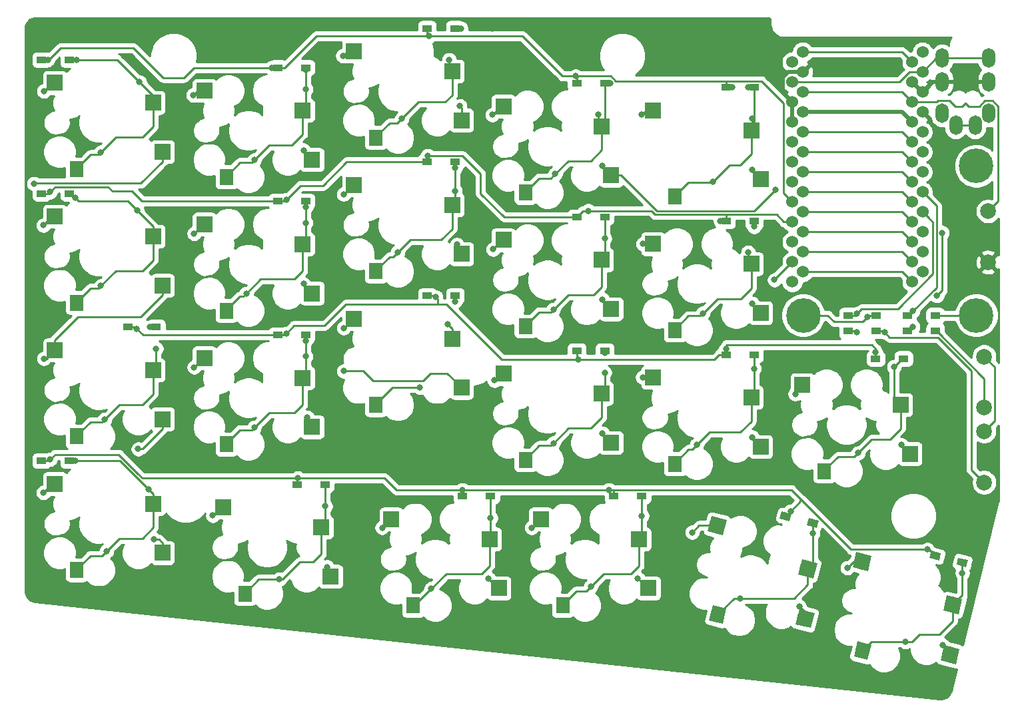
<source format=gbr>
G04 #@! TF.GenerationSoftware,KiCad,Pcbnew,(5.1.2)-2*
G04 #@! TF.CreationDate,2020-04-16T23:38:51+09:00*
G04 #@! TF.ProjectId,17mm 2020 4 8 vol2,31376d6d-2032-4303-9230-203420382076,rev?*
G04 #@! TF.SameCoordinates,Original*
G04 #@! TF.FileFunction,Copper,L1,Top*
G04 #@! TF.FilePolarity,Positive*
%FSLAX46Y46*%
G04 Gerber Fmt 4.6, Leading zero omitted, Abs format (unit mm)*
G04 Created by KiCad (PCBNEW (5.1.2)-2) date 2020-04-16 23:38:51*
%MOMM*%
%LPD*%
G04 APERTURE LIST*
%ADD10C,2.000000*%
%ADD11C,0.100000*%
%ADD12C,1.800000*%
%ADD13R,1.300000X0.950000*%
%ADD14C,0.950000*%
%ADD15C,4.400000*%
%ADD16O,1.700000X2.500000*%
%ADD17R,2.000000X2.000000*%
%ADD18R,1.800000X2.000000*%
%ADD19C,1.524000*%
%ADD20C,0.800000*%
%ADD21C,0.250000*%
%ADD22C,0.500000*%
%ADD23C,0.254000*%
G04 APERTURE END LIST*
D10*
X203734284Y-135069662D03*
D11*
G36*
X204946502Y-134341288D02*
G01*
X204462658Y-136281880D01*
X202522066Y-135798036D01*
X203005910Y-133857444D01*
X204946502Y-134341288D01*
X204946502Y-134341288D01*
G37*
D12*
X192625833Y-134567363D03*
D11*
G36*
X193741021Y-133814797D02*
G01*
X193257177Y-135755388D01*
X191510645Y-135319929D01*
X191994489Y-133379338D01*
X193741021Y-133814797D01*
X193741021Y-133814797D01*
G37*
D10*
X204079522Y-128724710D03*
D11*
G36*
X205291740Y-127996336D02*
G01*
X204807896Y-129936928D01*
X202867304Y-129453084D01*
X203351148Y-127512492D01*
X205291740Y-127996336D01*
X205291740Y-127996336D01*
G37*
D10*
X192565307Y-123236135D03*
D11*
G36*
X193777525Y-122507761D02*
G01*
X193293681Y-124448353D01*
X191353089Y-123964509D01*
X191836933Y-122023917D01*
X193777525Y-122507761D01*
X193777525Y-122507761D01*
G37*
D13*
X110275000Y-64000000D03*
X106725000Y-64000000D03*
X110275000Y-81000000D03*
X106725000Y-81000000D03*
X117725000Y-98000000D03*
X121275000Y-98000000D03*
X106725000Y-115000000D03*
X110275000Y-115000000D03*
X140275000Y-65000000D03*
X136725000Y-65000000D03*
X140275000Y-82000000D03*
X136725000Y-82000000D03*
X136725000Y-99000000D03*
X140275000Y-99000000D03*
X139225000Y-118000000D03*
X142775000Y-118000000D03*
X155725000Y-60000000D03*
X159275000Y-60000000D03*
X155725000Y-77000000D03*
X159275000Y-77000000D03*
X159275000Y-94000000D03*
X155725000Y-94000000D03*
X163775000Y-119500000D03*
X160225000Y-119500000D03*
X174725000Y-67000000D03*
X178275000Y-67000000D03*
X178275000Y-84000000D03*
X174725000Y-84000000D03*
X174725000Y-101000000D03*
X178275000Y-101000000D03*
X179450000Y-119500000D03*
X183000000Y-119500000D03*
X193725000Y-67500000D03*
X197275000Y-67500000D03*
X193725000Y-84500000D03*
X197275000Y-84500000D03*
X197275000Y-101500000D03*
X193725000Y-101500000D03*
D14*
X204722275Y-122929411D03*
D11*
G36*
X203976670Y-123233052D02*
G01*
X204206496Y-122311271D01*
X205467880Y-122625770D01*
X205238054Y-123547551D01*
X203976670Y-123233052D01*
X203976670Y-123233052D01*
G37*
D14*
X201277725Y-122070589D03*
D11*
G36*
X200532120Y-122374230D02*
G01*
X200761946Y-121452449D01*
X202023330Y-121766948D01*
X201793504Y-122688729D01*
X200532120Y-122374230D01*
X200532120Y-122374230D01*
G37*
D13*
X220275000Y-96500000D03*
X216725000Y-96500000D03*
X209225000Y-96500000D03*
X212775000Y-96500000D03*
X216275000Y-102000000D03*
X212725000Y-102000000D03*
D14*
X223722275Y-127929411D03*
D11*
G36*
X222976670Y-128233052D02*
G01*
X223206496Y-127311271D01*
X224467880Y-127625770D01*
X224238054Y-128547551D01*
X222976670Y-128233052D01*
X222976670Y-128233052D01*
G37*
D14*
X220277725Y-127070589D03*
D11*
G36*
X219532120Y-127374230D02*
G01*
X219761946Y-126452449D01*
X221023330Y-126766948D01*
X220793504Y-127688729D01*
X219532120Y-127374230D01*
X219532120Y-127374230D01*
G37*
D13*
X216725000Y-98500000D03*
X220275000Y-98500000D03*
X212775000Y-98500000D03*
X209225000Y-98500000D03*
D15*
X225500000Y-77500000D03*
X225500000Y-96500000D03*
X203500000Y-96500000D03*
D16*
X221150000Y-70800000D03*
X225350000Y-72300000D03*
X221150000Y-63800000D03*
X221150000Y-66800000D03*
X227100000Y-63800000D03*
X227100000Y-66800000D03*
X227100000Y-70800000D03*
X222900000Y-72300000D03*
D10*
X227000000Y-83250000D03*
X227000000Y-89750000D03*
D17*
X122100000Y-75700000D03*
D18*
X111200000Y-77900000D03*
D17*
X120900000Y-69460000D03*
X108400000Y-66920000D03*
X122100000Y-92700000D03*
D18*
X111200000Y-94900000D03*
D17*
X120900000Y-86460000D03*
X108400000Y-83920000D03*
X108400000Y-100920000D03*
X120900000Y-103460000D03*
D18*
X111200000Y-111900000D03*
D17*
X122100000Y-109700000D03*
X122100000Y-126700000D03*
D18*
X111200000Y-128900000D03*
D17*
X120900000Y-120460000D03*
X108400000Y-117920000D03*
X127400000Y-67920000D03*
X139900000Y-70460000D03*
D18*
X130200000Y-78900000D03*
D17*
X141100000Y-76700000D03*
X141100000Y-93700000D03*
D18*
X130200000Y-95900000D03*
D17*
X139900000Y-87460000D03*
X127400000Y-84920000D03*
X127400000Y-101920000D03*
X139900000Y-104460000D03*
D18*
X130200000Y-112900000D03*
D17*
X141100000Y-110700000D03*
X143470000Y-129700000D03*
D18*
X132570000Y-131900000D03*
D17*
X142270000Y-123460000D03*
X129770000Y-120920000D03*
X146400000Y-62920000D03*
X158900000Y-65460000D03*
D18*
X149200000Y-73900000D03*
D17*
X160100000Y-71700000D03*
X160100000Y-88700000D03*
D18*
X149200000Y-90900000D03*
D17*
X158900000Y-82460000D03*
X146400000Y-79920000D03*
X146400000Y-96920000D03*
X158900000Y-99460000D03*
D18*
X149200000Y-107900000D03*
D17*
X160100000Y-105700000D03*
X164850000Y-131200000D03*
D18*
X153950000Y-133400000D03*
D17*
X163650000Y-124960000D03*
X151150000Y-122420000D03*
X165400000Y-69920000D03*
X177900000Y-72460000D03*
D18*
X168200000Y-80900000D03*
D17*
X179100000Y-78700000D03*
X179100000Y-95700000D03*
D18*
X168200000Y-97900000D03*
D17*
X177900000Y-89460000D03*
X165400000Y-86920000D03*
X165400000Y-103920000D03*
X177900000Y-106460000D03*
D18*
X168200000Y-114900000D03*
D17*
X179100000Y-112700000D03*
X183850000Y-131200000D03*
D18*
X172950000Y-133400000D03*
D17*
X182650000Y-124960000D03*
X170150000Y-122420000D03*
X184400000Y-70420000D03*
X196900000Y-72960000D03*
D18*
X187200000Y-81400000D03*
D17*
X198100000Y-79200000D03*
X184400000Y-87420000D03*
X196900000Y-89960000D03*
D18*
X187200000Y-98400000D03*
D17*
X198100000Y-96200000D03*
X184400000Y-104420000D03*
X196900000Y-106960000D03*
D18*
X187200000Y-115400000D03*
D17*
X198100000Y-113200000D03*
X203400000Y-105330000D03*
X215900000Y-107870000D03*
D18*
X206200000Y-116310000D03*
D17*
X217100000Y-114110000D03*
D10*
X222164284Y-139659662D03*
D11*
G36*
X223376502Y-138931288D02*
G01*
X222892658Y-140871880D01*
X220952066Y-140388036D01*
X221435910Y-138447444D01*
X223376502Y-138931288D01*
X223376502Y-138931288D01*
G37*
D12*
X211055833Y-139157363D03*
D11*
G36*
X212171021Y-138404797D02*
G01*
X211687177Y-140345388D01*
X209940645Y-139909929D01*
X210424489Y-137969338D01*
X212171021Y-138404797D01*
X212171021Y-138404797D01*
G37*
D10*
X222509522Y-133314710D03*
D11*
G36*
X223721740Y-132586336D02*
G01*
X223237896Y-134526928D01*
X221297304Y-134043084D01*
X221781148Y-132102492D01*
X223721740Y-132586336D01*
X223721740Y-132586336D01*
G37*
D10*
X210995307Y-127826135D03*
D11*
G36*
X212207525Y-127097761D02*
G01*
X211723681Y-129038353D01*
X209783089Y-128554509D01*
X210266933Y-126613917D01*
X212207525Y-127097761D01*
X212207525Y-127097761D01*
G37*
D10*
X226500000Y-101750000D03*
X226500000Y-108250000D03*
X226500000Y-117750000D03*
X226500000Y-111250000D03*
D19*
X203436400Y-63022000D03*
X203436400Y-65562000D03*
X203436400Y-68102000D03*
X203436400Y-70642000D03*
X203436400Y-73182000D03*
X203436400Y-75722000D03*
X203436400Y-78262000D03*
X203436400Y-80802000D03*
X203436400Y-83342000D03*
X203436400Y-85882000D03*
X203436400Y-88422000D03*
X203436400Y-90962000D03*
X218656400Y-90962000D03*
X218656400Y-88422000D03*
X218656400Y-85882000D03*
X218656400Y-83342000D03*
X218656400Y-80802000D03*
X218656400Y-78262000D03*
X218656400Y-75722000D03*
X218656400Y-73182000D03*
X218656400Y-70642000D03*
X218656400Y-68102000D03*
X218656400Y-65562000D03*
X218656400Y-63022000D03*
X202110000Y-64292000D03*
X202110000Y-66832000D03*
X202110000Y-69372000D03*
X202110000Y-71912000D03*
X202110000Y-74452000D03*
X202110000Y-76992000D03*
X202110000Y-79532000D03*
X202110000Y-82072000D03*
X202110000Y-84612000D03*
X202110000Y-87152000D03*
X202110000Y-89692000D03*
X202110000Y-92232000D03*
X217350000Y-92232000D03*
X217350000Y-89692000D03*
X217350000Y-87152000D03*
X217350000Y-84612000D03*
X217350000Y-82072000D03*
X217350000Y-79532000D03*
X217350000Y-76992000D03*
X217350000Y-74452000D03*
X217350000Y-71912000D03*
X217350000Y-69372000D03*
X217350000Y-66832000D03*
X217350000Y-64292000D03*
D20*
X119160501Y-66839499D03*
X114250000Y-75750000D03*
X111175000Y-64000000D03*
X107500000Y-64000000D03*
X136000000Y-65000000D03*
X217450000Y-95950000D03*
X174587500Y-66087500D03*
X194500000Y-67500000D03*
X156000000Y-61000000D03*
X114250000Y-92750000D03*
X118845000Y-83155000D03*
X110975000Y-81525000D03*
X210312500Y-96312500D03*
X107812500Y-80812500D03*
X155800001Y-76199999D03*
X193000000Y-84500000D03*
X176199999Y-83199999D03*
X137812500Y-81812500D03*
X220500000Y-94000000D03*
X221175009Y-86000000D03*
X217450000Y-97950000D03*
X118812500Y-98187500D03*
X193725000Y-100775000D03*
X212725000Y-101225000D03*
X174905001Y-102094999D03*
X156812500Y-94187500D03*
X137812500Y-98812500D03*
X121275000Y-100725000D03*
X114750000Y-109750000D03*
X120500000Y-98000000D03*
X210312500Y-98687500D03*
X107812500Y-114812500D03*
X139300001Y-117199999D03*
X160199999Y-118699999D03*
X178800001Y-118699999D03*
X201924157Y-121424157D03*
X199847990Y-92000000D03*
X219288907Y-126288907D03*
X120345000Y-118655000D03*
X115000000Y-126500000D03*
X111000000Y-115000000D03*
X133750000Y-76750000D03*
X140275000Y-67725000D03*
X140275000Y-65275000D03*
X140275000Y-84725000D03*
X132720501Y-93720501D03*
X140275000Y-82725000D03*
X140275000Y-101725000D03*
X133750000Y-110750000D03*
X140275000Y-99725000D03*
X142775000Y-120775000D03*
X136925001Y-130074999D03*
X152500000Y-71500000D03*
X158500000Y-64000000D03*
X160000000Y-60000000D03*
X151970501Y-88470501D03*
X159275000Y-80725000D03*
X159275000Y-77775000D03*
X158345000Y-97655000D03*
X154800000Y-105700000D03*
X159275000Y-94725000D03*
X163775000Y-122275000D03*
X156250000Y-131250000D03*
X172000000Y-78500000D03*
X177500000Y-71000000D03*
X178979848Y-67020152D03*
X178275000Y-86725000D03*
X171750000Y-95750000D03*
X178275000Y-103775000D03*
X171750000Y-112750000D03*
X178275000Y-101275000D03*
X183000000Y-122000000D03*
X176500000Y-131000000D03*
X196500000Y-67500000D03*
X197000000Y-71500000D03*
X191999499Y-79499499D03*
X190750000Y-96250000D03*
X196500000Y-88500000D03*
X197275000Y-85225000D03*
X197275000Y-103275000D03*
X189970501Y-112970501D03*
X204722275Y-124222275D03*
X195494703Y-132494703D03*
X220275000Y-96500000D03*
X211687500Y-96687500D03*
X215050000Y-103050000D03*
X210500000Y-114000000D03*
X223722275Y-129277725D03*
X216490256Y-138009744D03*
X220275000Y-98500000D03*
X213837500Y-98662500D03*
X209119441Y-128619441D03*
X216000000Y-113000000D03*
X221206361Y-138454141D03*
X202500000Y-106500000D03*
X143000000Y-85500000D03*
X164000000Y-60000000D03*
X161500000Y-85000000D03*
X198000000Y-115500000D03*
X106000000Y-66500000D03*
X160500000Y-63000000D03*
X164000000Y-117000000D03*
X107000000Y-68000000D03*
X106945000Y-85055000D03*
X106945000Y-119055000D03*
X105749999Y-79750001D03*
X119000000Y-113500000D03*
X121000000Y-125000000D03*
X107000000Y-102000000D03*
X126000000Y-68500000D03*
X128470000Y-121970000D03*
X140000000Y-92500000D03*
X140500000Y-109500000D03*
X143000000Y-128500000D03*
X140000000Y-75500000D03*
X126100000Y-103100000D03*
X126100000Y-86100000D03*
X145000000Y-63500000D03*
X159500000Y-87500000D03*
X163500000Y-130000000D03*
X145100000Y-81100000D03*
X145100000Y-98100000D03*
X150000000Y-123500000D03*
X145100000Y-103600000D03*
X159874999Y-69874999D03*
X164000000Y-71000000D03*
X178000000Y-77500000D03*
X178000000Y-94500000D03*
X178000000Y-111500000D03*
X182500000Y-130000000D03*
X199964560Y-80510017D03*
X164100000Y-88100000D03*
X164275201Y-104775201D03*
X169000000Y-123500000D03*
X183000000Y-71000000D03*
X189401627Y-124098373D03*
X197000000Y-78000000D03*
X197000000Y-95000000D03*
X197000000Y-112000000D03*
X203000000Y-133500000D03*
X183150000Y-87420000D03*
X183100000Y-104400000D03*
D21*
X111200000Y-77800000D02*
X111200000Y-77900000D01*
X112925001Y-76074999D02*
X111200000Y-77800000D01*
X113925001Y-76074999D02*
X112925001Y-76074999D01*
X119512003Y-73874999D02*
X116125001Y-73874999D01*
X120900000Y-72487002D02*
X119512003Y-73874999D01*
X116125001Y-73874999D02*
X114250000Y-75750000D01*
X120900000Y-69460000D02*
X120900000Y-72487002D01*
X111175000Y-64000000D02*
X110275000Y-64000000D01*
X116321002Y-64000000D02*
X111175000Y-64000000D01*
X120900000Y-68578998D02*
X119160501Y-66839499D01*
X120900000Y-69460000D02*
X120900000Y-68578998D01*
X119160501Y-66839499D02*
X116321002Y-64000000D01*
X114250000Y-75750000D02*
X113925001Y-76074999D01*
X219418399Y-81563999D02*
X218656400Y-80802000D01*
X220450009Y-82595609D02*
X219418399Y-81563999D01*
X220450009Y-92949991D02*
X220450009Y-82595609D01*
X216725000Y-96500000D02*
X216900000Y-96500000D01*
X126107298Y-65000000D02*
X124832097Y-66275201D01*
X122167903Y-66275201D02*
X118392702Y-62500000D01*
X124832097Y-66275201D02*
X122167903Y-66275201D01*
X118392702Y-62500000D02*
X109125000Y-62500000D01*
X109125000Y-62500000D02*
X107625000Y-64000000D01*
X107625000Y-64000000D02*
X107500000Y-64000000D01*
X107500000Y-64000000D02*
X106725000Y-64000000D01*
X136725000Y-65000000D02*
X136000000Y-65000000D01*
X136000000Y-65000000D02*
X126107298Y-65000000D01*
X216900000Y-96500000D02*
X217450000Y-95950000D01*
X217450000Y-95950000D02*
X220450009Y-92949991D01*
X198185001Y-66699999D02*
X195425001Y-66699999D01*
X201022999Y-69537997D02*
X198185001Y-66699999D01*
X201022999Y-80984999D02*
X201022999Y-69537997D01*
X202110000Y-82072000D02*
X201022999Y-80984999D01*
X179685001Y-66699999D02*
X179072502Y-66087500D01*
X174725000Y-66275000D02*
X174912500Y-66087500D01*
X174725000Y-67000000D02*
X174725000Y-66275000D01*
X179072502Y-66087500D02*
X174912500Y-66087500D01*
X174912500Y-66087500D02*
X174587500Y-66087500D01*
X174587500Y-66087500D02*
X172912500Y-66087500D01*
X193725000Y-66775000D02*
X193800001Y-66699999D01*
X193725000Y-67500000D02*
X193725000Y-66775000D01*
X195425001Y-66699999D02*
X193800001Y-66699999D01*
X193800001Y-66699999D02*
X179685001Y-66699999D01*
X194500000Y-67500000D02*
X193725000Y-67500000D01*
X137625000Y-65000000D02*
X136725000Y-65000000D01*
X141625000Y-61000000D02*
X137625000Y-65000000D01*
X172912500Y-66087500D02*
X167825000Y-61000000D01*
X155725000Y-60775000D02*
X155500000Y-61000000D01*
X155725000Y-60000000D02*
X155725000Y-60775000D01*
X167825000Y-61000000D02*
X156000000Y-61000000D01*
X155500000Y-61000000D02*
X141625000Y-61000000D01*
X156000000Y-61000000D02*
X155500000Y-61000000D01*
X120900000Y-85210000D02*
X120900000Y-86460000D01*
X111450000Y-82000000D02*
X117690000Y-82000000D01*
X117690000Y-82000000D02*
X118845000Y-83155000D01*
X111200000Y-94800000D02*
X111200000Y-94900000D01*
X112925001Y-93074999D02*
X111200000Y-94800000D01*
X116125001Y-90874999D02*
X114250000Y-92750000D01*
X119512003Y-90874999D02*
X116125001Y-90874999D01*
X113925001Y-93074999D02*
X112925001Y-93074999D01*
X120900000Y-89487002D02*
X119512003Y-90874999D01*
X120900000Y-86460000D02*
X120900000Y-89487002D01*
X114250000Y-92750000D02*
X113925001Y-93074999D01*
X118845000Y-83155000D02*
X120900000Y-85210000D01*
X110450000Y-81000000D02*
X110975000Y-81525000D01*
X110975000Y-81525000D02*
X111450000Y-82000000D01*
X219418399Y-84103999D02*
X218656400Y-83342000D01*
X220000000Y-84685600D02*
X219418399Y-84103999D01*
X220000000Y-91227162D02*
X220000000Y-84685600D01*
X215527163Y-95699999D02*
X220000000Y-91227162D01*
X210925001Y-95699999D02*
X215527163Y-95699999D01*
X209225000Y-96500000D02*
X210125000Y-96500000D01*
X210125000Y-96500000D02*
X210312500Y-96312500D01*
X210312500Y-96312500D02*
X210925001Y-95699999D01*
X201032370Y-84612000D02*
X200120369Y-83699999D01*
X202110000Y-84612000D02*
X201032370Y-84612000D01*
X184500000Y-83500000D02*
X184500000Y-83486410D01*
X184699999Y-83699999D02*
X184500000Y-83500000D01*
X107625000Y-81000000D02*
X106725000Y-81000000D01*
X115725001Y-80725001D02*
X115175011Y-80175011D01*
X115175011Y-80175011D02*
X108449989Y-80175011D01*
X184500000Y-83486410D02*
X184213589Y-83199999D01*
X155725000Y-76225000D02*
X155699999Y-76199999D01*
X155725000Y-77000000D02*
X155725000Y-76225000D01*
X193725000Y-83725000D02*
X193699999Y-83699999D01*
X193725000Y-84500000D02*
X193725000Y-83725000D01*
X200120369Y-83699999D02*
X193699999Y-83699999D01*
X193699999Y-83699999D02*
X184699999Y-83699999D01*
X108449989Y-80175011D02*
X107812500Y-80812500D01*
X107812500Y-80812500D02*
X107625000Y-81000000D01*
X160185001Y-76199999D02*
X155800001Y-76199999D01*
X155800001Y-76199999D02*
X155699999Y-76199999D01*
X193000000Y-84500000D02*
X193725000Y-84500000D01*
X184213589Y-83199999D02*
X176199999Y-83199999D01*
X145500000Y-77000000D02*
X155725000Y-77000000D01*
X142500000Y-80000000D02*
X145500000Y-77000000D01*
X115725001Y-80725001D02*
X118225001Y-80725001D01*
X119500000Y-82000000D02*
X136725000Y-82000000D01*
X118225001Y-80725001D02*
X119500000Y-82000000D01*
X139625000Y-80000000D02*
X142500000Y-80000000D01*
X136725000Y-82000000D02*
X137625000Y-82000000D01*
X137625000Y-82000000D02*
X137812500Y-81812500D01*
X137812500Y-81812500D02*
X139625000Y-80000000D01*
X160250001Y-76264999D02*
X160264999Y-76264999D01*
X160185001Y-76199999D02*
X160250001Y-76264999D01*
X160264999Y-76264999D02*
X162500000Y-78500000D01*
X162500000Y-78500000D02*
X162500000Y-81000000D01*
X165500000Y-84000000D02*
X174725000Y-84000000D01*
X162500000Y-81000000D02*
X165500000Y-84000000D01*
X175525001Y-83199999D02*
X174725000Y-84000000D01*
X176199999Y-83199999D02*
X175525001Y-83199999D01*
X220500000Y-94000000D02*
X221175009Y-93324991D01*
X221175009Y-93324991D02*
X221175009Y-88500000D01*
X221175009Y-88500000D02*
X221175009Y-86000000D01*
X216900000Y-98500000D02*
X217450000Y-97950000D01*
X216725000Y-98500000D02*
X216900000Y-98500000D01*
X212725000Y-100725000D02*
X212225001Y-100225001D01*
X135401002Y-99000000D02*
X119625000Y-99000000D01*
X118625000Y-98000000D02*
X117725000Y-98000000D01*
X193725000Y-100275000D02*
X193774999Y-100225001D01*
X212225001Y-100225001D02*
X193774999Y-100225001D01*
X119625000Y-99000000D02*
X118812500Y-98187500D01*
X118812500Y-98187500D02*
X118625000Y-98000000D01*
X193725000Y-101500000D02*
X193725000Y-100775000D01*
X193725000Y-100775000D02*
X193725000Y-100275000D01*
X212725000Y-102000000D02*
X212725000Y-101225000D01*
X212725000Y-101225000D02*
X212725000Y-100725000D01*
X142699498Y-97800502D02*
X145405001Y-95094999D01*
X192825000Y-101500000D02*
X193725000Y-101500000D01*
X192230001Y-102094999D02*
X192825000Y-101500000D01*
X174905001Y-102094999D02*
X192230001Y-102094999D01*
X174725000Y-101914998D02*
X174905001Y-102094999D01*
X174725000Y-101000000D02*
X174725000Y-101914998D01*
X165202297Y-102094999D02*
X158202297Y-95094999D01*
X174905001Y-102094999D02*
X165202297Y-102094999D01*
X145405001Y-95094999D02*
X155094999Y-95094999D01*
X155094999Y-95094999D02*
X155405001Y-95094999D01*
X157094999Y-94469999D02*
X157094999Y-95094999D01*
X155725000Y-94000000D02*
X156625000Y-94000000D01*
X158202297Y-95094999D02*
X157094999Y-95094999D01*
X157094999Y-95094999D02*
X155094999Y-95094999D01*
X156625000Y-94000000D02*
X156812500Y-94187500D01*
X156812500Y-94187500D02*
X157094999Y-94469999D01*
X135401002Y-99000000D02*
X136725000Y-99000000D01*
X138800502Y-97824498D02*
X138800502Y-97800502D01*
X136725000Y-99000000D02*
X137625000Y-99000000D01*
X138800502Y-97800502D02*
X142699498Y-97800502D01*
X137625000Y-99000000D02*
X137812500Y-98812500D01*
X137812500Y-98812500D02*
X138800502Y-97824498D01*
X121275000Y-103085000D02*
X120900000Y-103460000D01*
X121275000Y-100725000D02*
X121275000Y-103085000D01*
X111200000Y-111800000D02*
X111200000Y-111900000D01*
X112925001Y-110074999D02*
X111200000Y-111800000D01*
X114425001Y-110074999D02*
X112925001Y-110074999D01*
X116625001Y-107874999D02*
X114750000Y-109750000D01*
X119512003Y-107874999D02*
X116625001Y-107874999D01*
X120900000Y-106487002D02*
X119512003Y-107874999D01*
X120900000Y-103460000D02*
X120900000Y-106487002D01*
X114750000Y-109750000D02*
X114425001Y-110074999D01*
X121275000Y-98000000D02*
X120500000Y-98000000D01*
X209225000Y-98500000D02*
X210125000Y-98500000D01*
X210125000Y-98500000D02*
X210312500Y-98687500D01*
X209225000Y-98500000D02*
X209400000Y-98500000D01*
X107625000Y-115000000D02*
X106725000Y-115000000D01*
X116526409Y-114199999D02*
X108425001Y-114199999D01*
X139225000Y-117225000D02*
X139199999Y-117199999D01*
X139225000Y-118000000D02*
X139225000Y-117225000D01*
X139199999Y-117199999D02*
X125407299Y-117199999D01*
X160225000Y-118775000D02*
X160300001Y-118699999D01*
X160225000Y-119500000D02*
X160225000Y-118775000D01*
X179374999Y-118699999D02*
X179199999Y-118699999D01*
X179450000Y-118775000D02*
X179374999Y-118699999D01*
X179450000Y-119500000D02*
X179450000Y-118775000D01*
X202001744Y-118699999D02*
X179199999Y-118699999D01*
X203150872Y-120197442D02*
X203150872Y-119849128D01*
X203150872Y-119849128D02*
X202001744Y-118699999D01*
X108425001Y-114199999D02*
X107812500Y-114812500D01*
X107812500Y-114812500D02*
X107625000Y-115000000D01*
X139300001Y-117199999D02*
X139199999Y-117199999D01*
X160300001Y-118699999D02*
X160199999Y-118699999D01*
X179199999Y-118699999D02*
X178800001Y-118699999D01*
X178800001Y-118699999D02*
X160300001Y-118699999D01*
X201277725Y-122070589D02*
X201924157Y-121424157D01*
X201924157Y-121424157D02*
X203150872Y-120197442D01*
X202110000Y-89692000D02*
X199847990Y-91954010D01*
X199847990Y-91954010D02*
X199847990Y-92000000D01*
X209590652Y-126288907D02*
X203150872Y-119849128D01*
X220277725Y-127070589D02*
X219496043Y-126288907D01*
X219496043Y-126288907D02*
X219288907Y-126288907D01*
X219288907Y-126288907D02*
X209590652Y-126288907D01*
X160199999Y-118699999D02*
X151800001Y-118699999D01*
X150300001Y-117199999D02*
X139300001Y-117199999D01*
X151800001Y-118699999D02*
X150300001Y-117199999D01*
X119526409Y-117199999D02*
X118913205Y-116586795D01*
X139300001Y-117199999D02*
X119526409Y-117199999D01*
X118913205Y-116586795D02*
X116526409Y-114199999D01*
X120900000Y-119210000D02*
X120900000Y-120460000D01*
X116690000Y-115000000D02*
X120345000Y-118655000D01*
X120345000Y-118655000D02*
X120900000Y-119210000D01*
X111200000Y-128800000D02*
X111200000Y-128900000D01*
X112925001Y-127074999D02*
X111200000Y-128800000D01*
X116625001Y-124874999D02*
X115000000Y-126500000D01*
X119512003Y-124874999D02*
X116625001Y-124874999D01*
X120900000Y-123487002D02*
X119512003Y-124874999D01*
X114425001Y-127074999D02*
X112925001Y-127074999D01*
X120900000Y-120460000D02*
X120900000Y-123487002D01*
X115000000Y-126500000D02*
X114425001Y-127074999D01*
X110275000Y-115000000D02*
X111000000Y-115000000D01*
X111000000Y-115000000D02*
X116690000Y-115000000D01*
X140275000Y-70085000D02*
X139900000Y-70460000D01*
X130200000Y-78800000D02*
X130200000Y-78900000D01*
X131925001Y-77074999D02*
X130200000Y-78800000D01*
X133425001Y-77074999D02*
X131925001Y-77074999D01*
X135625001Y-74874999D02*
X133750000Y-76750000D01*
X138512003Y-74874999D02*
X135625001Y-74874999D01*
X139900000Y-73487002D02*
X138512003Y-74874999D01*
X139900000Y-70460000D02*
X139900000Y-73487002D01*
X133750000Y-76750000D02*
X133425001Y-77074999D01*
X140275000Y-67725000D02*
X140275000Y-70085000D01*
X140275000Y-65000000D02*
X140275000Y-65275000D01*
X140275000Y-65275000D02*
X140275000Y-67725000D01*
X140275000Y-87085000D02*
X139900000Y-87460000D01*
X130200000Y-95800000D02*
X130200000Y-95900000D01*
X132366003Y-94074999D02*
X131925001Y-94074999D01*
X134566003Y-91874999D02*
X132720501Y-93720501D01*
X131925001Y-94074999D02*
X130200000Y-95800000D01*
X138876001Y-91874999D02*
X134566003Y-91874999D01*
X139900000Y-90851000D02*
X138876001Y-91874999D01*
X139900000Y-87460000D02*
X139900000Y-90851000D01*
X140275000Y-84725000D02*
X140275000Y-87085000D01*
X132720501Y-93720501D02*
X132366003Y-94074999D01*
X140275000Y-82000000D02*
X140275000Y-82725000D01*
X140275000Y-82725000D02*
X140275000Y-84725000D01*
X140275000Y-104085000D02*
X139900000Y-104460000D01*
X131925001Y-111074999D02*
X130200000Y-112800000D01*
X133425001Y-111074999D02*
X131925001Y-111074999D01*
X130200000Y-112800000D02*
X130200000Y-112900000D01*
X138876001Y-108874999D02*
X135625001Y-108874999D01*
X139900000Y-107851000D02*
X138876001Y-108874999D01*
X139900000Y-104460000D02*
X139900000Y-107851000D01*
X140275000Y-101725000D02*
X140275000Y-104085000D01*
X135625001Y-108874999D02*
X133750000Y-110750000D01*
X133750000Y-110750000D02*
X133425001Y-111074999D01*
X140275000Y-99000000D02*
X140275000Y-99725000D01*
X140275000Y-99725000D02*
X140275000Y-101725000D01*
X142775000Y-122955000D02*
X142270000Y-123460000D01*
X132570000Y-131800000D02*
X132570000Y-131900000D01*
X134295001Y-130074999D02*
X132570000Y-131800000D01*
X139493999Y-127874999D02*
X137293999Y-130074999D01*
X141246001Y-127874999D02*
X139493999Y-127874999D01*
X142270000Y-126851000D02*
X141246001Y-127874999D01*
X142270000Y-123460000D02*
X142270000Y-126851000D01*
X142775000Y-118000000D02*
X142775000Y-120775000D01*
X142775000Y-120775000D02*
X142775000Y-122955000D01*
X137293999Y-130074999D02*
X136925001Y-130074999D01*
X136925001Y-130074999D02*
X134295001Y-130074999D01*
X159275000Y-65085000D02*
X158900000Y-65460000D01*
X149200000Y-73800000D02*
X149200000Y-73900000D01*
X150925001Y-72074999D02*
X149200000Y-73800000D01*
X151925001Y-72074999D02*
X150925001Y-72074999D01*
X158000000Y-69387002D02*
X154612998Y-69387002D01*
X158900000Y-68487002D02*
X158000000Y-69387002D01*
X158900000Y-65460000D02*
X158900000Y-68487002D01*
X154612998Y-69387002D02*
X152500000Y-71500000D01*
X152500000Y-71500000D02*
X151925001Y-72074999D01*
X158500000Y-65060000D02*
X158900000Y-65460000D01*
X158500000Y-64000000D02*
X158500000Y-65060000D01*
X159275000Y-60000000D02*
X160000000Y-60000000D01*
X149200000Y-90800000D02*
X149200000Y-90900000D01*
X150925001Y-89074999D02*
X149200000Y-90800000D01*
X151366003Y-89074999D02*
X150925001Y-89074999D01*
X157512003Y-86874999D02*
X153566003Y-86874999D01*
X158900000Y-85487002D02*
X157512003Y-86874999D01*
X158900000Y-82460000D02*
X158900000Y-85487002D01*
X153566003Y-86874999D02*
X151970501Y-88470501D01*
X151970501Y-88470501D02*
X151366003Y-89074999D01*
X159275000Y-82085000D02*
X158900000Y-82460000D01*
X159275000Y-80725000D02*
X159275000Y-82085000D01*
X159275000Y-77000000D02*
X159275000Y-77775000D01*
X159275000Y-77775000D02*
X159275000Y-80725000D01*
X158900000Y-98210000D02*
X158900000Y-99460000D01*
X158345000Y-97655000D02*
X158900000Y-98210000D01*
X151300000Y-105700000D02*
X154800000Y-105700000D01*
X149200000Y-107800000D02*
X151300000Y-105700000D01*
X149200000Y-107900000D02*
X149200000Y-107800000D01*
X159275000Y-94000000D02*
X159275000Y-94725000D01*
X163775000Y-124835000D02*
X163650000Y-124960000D01*
X154100000Y-133400000D02*
X153950000Y-133400000D01*
X162625001Y-129374999D02*
X158125001Y-129374999D01*
X163650000Y-124960000D02*
X163650000Y-128350000D01*
X163650000Y-128350000D02*
X162625001Y-129374999D01*
X163775000Y-119500000D02*
X163775000Y-122275000D01*
X163775000Y-122275000D02*
X163775000Y-124835000D01*
X158125001Y-129374999D02*
X156250000Y-131250000D01*
X156250000Y-131250000D02*
X154100000Y-133400000D01*
X178275000Y-72085000D02*
X177900000Y-72460000D01*
X169925001Y-79074999D02*
X168200000Y-80800000D01*
X171425001Y-79074999D02*
X169925001Y-79074999D01*
X168200000Y-80800000D02*
X168200000Y-80900000D01*
X176512003Y-76874999D02*
X173625001Y-76874999D01*
X177900000Y-75487002D02*
X176512003Y-76874999D01*
X177900000Y-72460000D02*
X177900000Y-75487002D01*
X178275000Y-69725000D02*
X178275000Y-72085000D01*
X173625001Y-76874999D02*
X172000000Y-78500000D01*
X172000000Y-78500000D02*
X171425001Y-79074999D01*
X177500000Y-72060000D02*
X177900000Y-72460000D01*
X177500000Y-71000000D02*
X177500000Y-72060000D01*
X178275000Y-67000000D02*
X178275000Y-67775000D01*
X178275000Y-67775000D02*
X178275000Y-69725000D01*
X178295152Y-67020152D02*
X178275000Y-67000000D01*
X178979848Y-67020152D02*
X178295152Y-67020152D01*
X178275000Y-89085000D02*
X177900000Y-89460000D01*
X169925001Y-96074999D02*
X168200000Y-97800000D01*
X171425001Y-96074999D02*
X169925001Y-96074999D01*
X168200000Y-97800000D02*
X168200000Y-97900000D01*
X176876001Y-93874999D02*
X173625001Y-93874999D01*
X177900000Y-92851000D02*
X176876001Y-93874999D01*
X177900000Y-89460000D02*
X177900000Y-92851000D01*
X178275000Y-84000000D02*
X178275000Y-86725000D01*
X178275000Y-86725000D02*
X178275000Y-89085000D01*
X173625001Y-93874999D02*
X171750000Y-95750000D01*
X171750000Y-95750000D02*
X171425001Y-96074999D01*
X178275000Y-106085000D02*
X177900000Y-106460000D01*
X169925001Y-113074999D02*
X168200000Y-114800000D01*
X171425001Y-113074999D02*
X169925001Y-113074999D01*
X176512003Y-110874999D02*
X173625001Y-110874999D01*
X177900000Y-109487002D02*
X176512003Y-110874999D01*
X177900000Y-106460000D02*
X177900000Y-109487002D01*
X178275000Y-103775000D02*
X178275000Y-106085000D01*
X173625001Y-110874999D02*
X171750000Y-112750000D01*
X171750000Y-112750000D02*
X171425001Y-113074999D01*
X178275000Y-101000000D02*
X178275000Y-101275000D01*
X183000000Y-124610000D02*
X182650000Y-124960000D01*
X172950000Y-133300000D02*
X172950000Y-133400000D01*
X174675001Y-131574999D02*
X172950000Y-133300000D01*
X175925001Y-131574999D02*
X174675001Y-131574999D01*
X181625001Y-129374999D02*
X178125001Y-129374999D01*
X182650000Y-128350000D02*
X181625001Y-129374999D01*
X182650000Y-124960000D02*
X182650000Y-128350000D01*
X183000000Y-119500000D02*
X183000000Y-122000000D01*
X183000000Y-122000000D02*
X183000000Y-124610000D01*
X178125001Y-129374999D02*
X176500000Y-131000000D01*
X176500000Y-131000000D02*
X175925001Y-131574999D01*
X197275000Y-69775000D02*
X197275000Y-72585000D01*
X197275000Y-72585000D02*
X196900000Y-72960000D01*
X197275000Y-67500000D02*
X197275000Y-72585000D01*
X197275000Y-67500000D02*
X196500000Y-67500000D01*
X197000000Y-72860000D02*
X196900000Y-72960000D01*
X197000000Y-71500000D02*
X197000000Y-72860000D01*
X188925001Y-79574999D02*
X187200000Y-81300000D01*
X191923999Y-79574999D02*
X188925001Y-79574999D01*
X195512003Y-77374999D02*
X194123999Y-77374999D01*
X196900000Y-72960000D02*
X196900000Y-75987002D01*
X196900000Y-75987002D02*
X195512003Y-77374999D01*
X194123999Y-77374999D02*
X191999499Y-79499499D01*
X191999499Y-79499499D02*
X191923999Y-79574999D01*
X187200000Y-98300000D02*
X187200000Y-98400000D01*
X188925001Y-96574999D02*
X187200000Y-98300000D01*
X190425001Y-96574999D02*
X188925001Y-96574999D01*
X195625001Y-94374999D02*
X192625001Y-94374999D01*
X196900000Y-93100000D02*
X195625001Y-94374999D01*
X196900000Y-89960000D02*
X196900000Y-93100000D01*
X192625001Y-94374999D02*
X190750000Y-96250000D01*
X190750000Y-96250000D02*
X190425001Y-96574999D01*
X196500000Y-89560000D02*
X196900000Y-89960000D01*
X196500000Y-88500000D02*
X196500000Y-89560000D01*
X197275000Y-84500000D02*
X197275000Y-85225000D01*
X197275000Y-106585000D02*
X196900000Y-106960000D01*
X187200000Y-115300000D02*
X187200000Y-115400000D01*
X189366003Y-113574999D02*
X188925001Y-113574999D01*
X195512003Y-111374999D02*
X191566003Y-111374999D01*
X188925001Y-113574999D02*
X187200000Y-115300000D01*
X196900000Y-109987002D02*
X195512003Y-111374999D01*
X196900000Y-106960000D02*
X196900000Y-109987002D01*
X197275000Y-101500000D02*
X197275000Y-103275000D01*
X197275000Y-103275000D02*
X197275000Y-106585000D01*
X191566003Y-111374999D02*
X189970501Y-112970501D01*
X189970501Y-112970501D02*
X189366003Y-113574999D01*
X204722275Y-128081957D02*
X204079522Y-128724710D01*
X194698493Y-132494703D02*
X192625833Y-134567363D01*
X204079522Y-128724710D02*
X204079522Y-130764676D01*
X204079522Y-130764676D02*
X202349495Y-132494703D01*
X204722275Y-122929411D02*
X204722275Y-124222275D01*
X204722275Y-124222275D02*
X204722275Y-128081957D01*
X202349495Y-132494703D02*
X195494703Y-132494703D01*
X195494703Y-132494703D02*
X194698493Y-132494703D01*
X220275000Y-96500000D02*
X225500000Y-96500000D01*
X206611269Y-96500000D02*
X203500000Y-96500000D01*
X207411270Y-97300001D02*
X206611269Y-96500000D01*
X211074999Y-97300001D02*
X207411270Y-97300001D01*
X212775000Y-96500000D02*
X211875000Y-96500000D01*
X211875000Y-96500000D02*
X211687500Y-96687500D01*
X211687500Y-96687500D02*
X211074999Y-97300001D01*
X216100000Y-102000000D02*
X215050000Y-103050000D01*
X216275000Y-102000000D02*
X216100000Y-102000000D01*
X215050000Y-107020000D02*
X215900000Y-107870000D01*
X215050000Y-103050000D02*
X215050000Y-107020000D01*
X214512003Y-112284999D02*
X212215001Y-112284999D01*
X215900000Y-107870000D02*
X215900000Y-110897002D01*
X215900000Y-110897002D02*
X214512003Y-112284999D01*
X206200000Y-116210000D02*
X206200000Y-116310000D01*
X207925001Y-114484999D02*
X206200000Y-116210000D01*
X210015001Y-114484999D02*
X207925001Y-114484999D01*
X212215001Y-112284999D02*
X210500000Y-114000000D01*
X210500000Y-114000000D02*
X210015001Y-114484999D01*
X223722275Y-132101957D02*
X222509522Y-133314710D01*
X222509522Y-133314710D02*
X222509522Y-135354676D01*
X222509522Y-135354676D02*
X220779495Y-137084703D01*
X223722275Y-127929411D02*
X223722275Y-129277725D01*
X223722275Y-129277725D02*
X223722275Y-132101957D01*
X211951477Y-138261719D02*
X211055833Y-139157363D01*
X212203452Y-138009744D02*
X211951477Y-138261719D01*
X218280367Y-137084703D02*
X217355326Y-138009744D01*
X220779495Y-137084703D02*
X218280367Y-137084703D01*
X217355326Y-138009744D02*
X216490256Y-138009744D01*
X216490256Y-138009744D02*
X212203452Y-138009744D01*
X220450000Y-98500000D02*
X220275000Y-98500000D01*
X226500000Y-104550000D02*
X220450000Y-98500000D01*
X226500000Y-104550000D02*
X226500000Y-108250000D01*
X213675000Y-98500000D02*
X212775000Y-98500000D01*
X220613591Y-99300001D02*
X214475001Y-99300001D01*
X224906795Y-103593205D02*
X220613591Y-99300001D01*
X214475001Y-99300001D02*
X213837500Y-98662500D01*
X213837500Y-98662500D02*
X213675000Y-98500000D01*
X224906795Y-116156795D02*
X224906795Y-116093205D01*
X226500000Y-117750000D02*
X224906795Y-116156795D01*
X224906795Y-116093205D02*
X224906795Y-103593205D01*
X216080000Y-85882000D02*
X217350000Y-87152000D01*
X203436400Y-85882000D02*
X216080000Y-85882000D01*
X209912747Y-127826135D02*
X209119441Y-128619441D01*
X210995307Y-127826135D02*
X209912747Y-127826135D01*
X217100000Y-114110000D02*
X217100000Y-114100000D01*
X217100000Y-114100000D02*
X216000000Y-113000000D01*
X222164284Y-139659662D02*
X222164284Y-139412064D01*
X222164284Y-139412064D02*
X221206361Y-138454141D01*
X202500000Y-106230000D02*
X203400000Y-105330000D01*
X202500000Y-106500000D02*
X202500000Y-106230000D01*
D22*
X216080000Y-70642000D02*
X217350000Y-71912000D01*
X203436400Y-70642000D02*
X216080000Y-70642000D01*
D21*
X225350000Y-72300000D02*
X222900000Y-72300000D01*
X217578770Y-65562000D02*
X218656400Y-65562000D01*
X217011238Y-65562000D02*
X217578770Y-65562000D01*
X215741238Y-66832000D02*
X217011238Y-65562000D01*
X202110000Y-66832000D02*
X215741238Y-66832000D01*
X220418400Y-63800000D02*
X221150000Y-63800000D01*
X218656400Y-65562000D02*
X220418400Y-63800000D01*
X222250000Y-63800000D02*
X227100000Y-63800000D01*
X221150000Y-63800000D02*
X222250000Y-63800000D01*
D22*
X202358770Y-65562000D02*
X203436400Y-65562000D01*
X201586238Y-65562000D02*
X202358770Y-65562000D01*
X200897999Y-66250239D02*
X201586238Y-65562000D01*
X200897999Y-68159999D02*
X200897999Y-66250239D01*
X202110000Y-69372000D02*
X200897999Y-68159999D01*
X218620000Y-68102000D02*
X217350000Y-66832000D01*
X218656400Y-68102000D02*
X218620000Y-68102000D01*
X202110000Y-69372000D02*
X202110000Y-71912000D01*
X227100000Y-66800000D02*
X221150000Y-66800000D01*
X219958400Y-66800000D02*
X218656400Y-68102000D01*
X221150000Y-66800000D02*
X219958400Y-66800000D01*
D21*
X216080000Y-68102000D02*
X217350000Y-69372000D01*
X203436400Y-68102000D02*
X216080000Y-68102000D01*
X227999999Y-82250001D02*
X227000000Y-83250000D01*
X228275010Y-81974990D02*
X227999999Y-82250001D01*
X228275010Y-69913295D02*
X228275010Y-81974990D01*
X226613295Y-69224990D02*
X227586705Y-69224990D01*
X225913284Y-69925001D02*
X226613295Y-69224990D01*
X224119002Y-69500000D02*
X224130998Y-69500000D01*
X223694001Y-69925001D02*
X224119002Y-69500000D01*
X224555999Y-69925001D02*
X225913284Y-69925001D01*
X222805999Y-69925001D02*
X223694001Y-69925001D01*
X227586705Y-69224990D02*
X228275010Y-69913295D01*
X224130998Y-69500000D02*
X224555999Y-69925001D01*
X222105988Y-69224990D02*
X222805999Y-69925001D01*
X220663295Y-69224990D02*
X222105988Y-69224990D01*
X220516285Y-69372000D02*
X220663295Y-69224990D01*
X217350000Y-69372000D02*
X220516285Y-69372000D01*
X216080000Y-73182000D02*
X217350000Y-74452000D01*
X203436400Y-73182000D02*
X216080000Y-73182000D01*
X108400000Y-66920000D02*
X108080000Y-66920000D01*
X108080000Y-66920000D02*
X107000000Y-68000000D01*
X108080000Y-83920000D02*
X106945000Y-85055000D01*
X108400000Y-83920000D02*
X108080000Y-83920000D01*
X108080000Y-117920000D02*
X106945000Y-119055000D01*
X108400000Y-117920000D02*
X108080000Y-117920000D01*
X122100000Y-76950000D02*
X119324999Y-79725001D01*
X119324999Y-79725001D02*
X105774999Y-79725001D01*
X122100000Y-75700000D02*
X122100000Y-76950000D01*
X105774999Y-79725001D02*
X105749999Y-79750001D01*
X108400000Y-99670000D02*
X108400000Y-100920000D01*
X111344999Y-96725001D02*
X108400000Y-99670000D01*
X119324999Y-96725001D02*
X111344999Y-96725001D01*
X122100000Y-93950000D02*
X119324999Y-96725001D01*
X122100000Y-92700000D02*
X122100000Y-93950000D01*
X119550000Y-113500000D02*
X119000000Y-113500000D01*
X122100000Y-109700000D02*
X122100000Y-110950000D01*
X122100000Y-110950000D02*
X119550000Y-113500000D01*
X121650000Y-125000000D02*
X121000000Y-125000000D01*
X122100000Y-126700000D02*
X122100000Y-125450000D01*
X122100000Y-125450000D02*
X121650000Y-125000000D01*
X107320000Y-102000000D02*
X108400000Y-100920000D01*
X107000000Y-102000000D02*
X107320000Y-102000000D01*
X216080000Y-75722000D02*
X217350000Y-76992000D01*
X203436400Y-75722000D02*
X216080000Y-75722000D01*
X127400000Y-67920000D02*
X126580000Y-67920000D01*
X126580000Y-67920000D02*
X126000000Y-68500000D01*
X129520000Y-120920000D02*
X128470000Y-121970000D01*
X129770000Y-120920000D02*
X129520000Y-120920000D01*
X141100000Y-93700000D02*
X141100000Y-93600000D01*
X141100000Y-93600000D02*
X140000000Y-92500000D01*
X141100000Y-110700000D02*
X141100000Y-110100000D01*
X141100000Y-110100000D02*
X140500000Y-109500000D01*
X143470000Y-129700000D02*
X143470000Y-128970000D01*
X143470000Y-128970000D02*
X143000000Y-128500000D01*
X141100000Y-76700000D02*
X141100000Y-76600000D01*
X141100000Y-76600000D02*
X140000000Y-75500000D01*
X127280000Y-101920000D02*
X126100000Y-103100000D01*
X127400000Y-101920000D02*
X127280000Y-101920000D01*
X127280000Y-84920000D02*
X126100000Y-86100000D01*
X127400000Y-84920000D02*
X127280000Y-84920000D01*
X216080000Y-78262000D02*
X217350000Y-79532000D01*
X203436400Y-78262000D02*
X216080000Y-78262000D01*
X146400000Y-62920000D02*
X145580000Y-62920000D01*
X145580000Y-62920000D02*
X145000000Y-63500000D01*
X160100000Y-88700000D02*
X160100000Y-88100000D01*
X160100000Y-88100000D02*
X159500000Y-87500000D01*
X164850000Y-131200000D02*
X164700000Y-131200000D01*
X164700000Y-131200000D02*
X163500000Y-130000000D01*
X146280000Y-79920000D02*
X145100000Y-81100000D01*
X146400000Y-79920000D02*
X146280000Y-79920000D01*
X146280000Y-96920000D02*
X145100000Y-98100000D01*
X146400000Y-96920000D02*
X146280000Y-96920000D01*
X150070000Y-123500000D02*
X151150000Y-122420000D01*
X150000000Y-123500000D02*
X150070000Y-123500000D01*
X147601002Y-103600000D02*
X145100000Y-103600000D01*
X155174999Y-104823999D02*
X148825001Y-104823999D01*
X156123999Y-103874999D02*
X155174999Y-104823999D01*
X158274999Y-103874999D02*
X156123999Y-103874999D01*
X160100000Y-105700000D02*
X158274999Y-103874999D01*
X148825001Y-104823999D02*
X147601002Y-103600000D01*
X160100000Y-70100000D02*
X159874999Y-69874999D01*
X160100000Y-71700000D02*
X160100000Y-70100000D01*
X216080000Y-80802000D02*
X217350000Y-82072000D01*
X203436400Y-80802000D02*
X216080000Y-80802000D01*
X165400000Y-69920000D02*
X165080000Y-69920000D01*
X165080000Y-69920000D02*
X164000000Y-71000000D01*
X179100000Y-78700000D02*
X179100000Y-78600000D01*
X179100000Y-78600000D02*
X178000000Y-77500000D01*
X179100000Y-95700000D02*
X179100000Y-95600000D01*
X179100000Y-95600000D02*
X178000000Y-94500000D01*
X179100000Y-112700000D02*
X179100000Y-112600000D01*
X179100000Y-112600000D02*
X178000000Y-111500000D01*
X183850000Y-131200000D02*
X183700000Y-131200000D01*
X183700000Y-131200000D02*
X182500000Y-130000000D01*
X180350000Y-78700000D02*
X179100000Y-78700000D01*
X184875001Y-83225001D02*
X180350000Y-78700000D01*
X197249576Y-83225001D02*
X184875001Y-83225001D01*
X199964560Y-80510017D02*
X197249576Y-83225001D01*
X165280000Y-86920000D02*
X164100000Y-88100000D01*
X165400000Y-86920000D02*
X165280000Y-86920000D01*
X165130402Y-103920000D02*
X164275201Y-104775201D01*
X165400000Y-103920000D02*
X165130402Y-103920000D01*
X169070000Y-123500000D02*
X170150000Y-122420000D01*
X169000000Y-123500000D02*
X169070000Y-123500000D01*
X216080000Y-83342000D02*
X217350000Y-84612000D01*
X203436400Y-83342000D02*
X216080000Y-83342000D01*
X184400000Y-70420000D02*
X183580000Y-70420000D01*
X183580000Y-70420000D02*
X183000000Y-71000000D01*
X190263865Y-123236135D02*
X189401627Y-124098373D01*
X192565307Y-123236135D02*
X190263865Y-123236135D01*
X198100000Y-79200000D02*
X198100000Y-79100000D01*
X198100000Y-79100000D02*
X197000000Y-78000000D01*
X198100000Y-96200000D02*
X198100000Y-96100000D01*
X198100000Y-96100000D02*
X197000000Y-95000000D01*
X198100000Y-113200000D02*
X198100000Y-113100000D01*
X198100000Y-113100000D02*
X197000000Y-112000000D01*
X203734284Y-135069662D02*
X203734284Y-134234284D01*
X203734284Y-134234284D02*
X203000000Y-133500000D01*
X184400000Y-87420000D02*
X183150000Y-87420000D01*
X183120000Y-104420000D02*
X183100000Y-104400000D01*
X184400000Y-104420000D02*
X183120000Y-104420000D01*
X216080000Y-88422000D02*
X217350000Y-89692000D01*
X203436400Y-88422000D02*
X216080000Y-88422000D01*
X227499999Y-110250001D02*
X226500000Y-111250000D01*
X227825001Y-109924999D02*
X227499999Y-110250001D01*
X227825001Y-103075001D02*
X227825001Y-109924999D01*
X226500000Y-101750000D02*
X227825001Y-103075001D01*
X216080000Y-63022000D02*
X217350000Y-64292000D01*
X203436400Y-63022000D02*
X216080000Y-63022000D01*
X216080000Y-90962000D02*
X217350000Y-92232000D01*
X203436400Y-90962000D02*
X216080000Y-90962000D01*
D23*
G36*
X199065424Y-58669580D02*
G01*
X199128356Y-58688580D01*
X199186405Y-58719445D01*
X199237343Y-58760989D01*
X199279248Y-58811644D01*
X199310515Y-58869471D01*
X199329956Y-58932272D01*
X199340000Y-59027835D01*
X199340000Y-59532419D01*
X199342783Y-59560674D01*
X199342740Y-59566801D01*
X199343640Y-59575972D01*
X199364041Y-59770069D01*
X199376068Y-59828658D01*
X199387277Y-59887423D01*
X199389941Y-59896245D01*
X199447653Y-60082683D01*
X199470838Y-60137838D01*
X199493242Y-60193291D01*
X199497568Y-60201427D01*
X199590393Y-60373104D01*
X199623846Y-60422699D01*
X199656600Y-60472753D01*
X199662424Y-60479894D01*
X199786828Y-60630272D01*
X199829263Y-60672411D01*
X199871126Y-60715161D01*
X199878227Y-60721034D01*
X200029469Y-60844384D01*
X200079277Y-60877477D01*
X200128651Y-60911284D01*
X200136757Y-60915667D01*
X200309080Y-61007292D01*
X200364392Y-61030090D01*
X200419366Y-61053652D01*
X200428169Y-61056377D01*
X200615006Y-61112786D01*
X200673686Y-61124405D01*
X200732196Y-61136842D01*
X200741361Y-61137805D01*
X200935594Y-61156850D01*
X200935598Y-61156850D01*
X200967581Y-61160000D01*
X222343446Y-61160000D01*
X222290713Y-61212733D01*
X222155557Y-61415008D01*
X222062460Y-61639764D01*
X222015000Y-61878363D01*
X222015000Y-62121637D01*
X222030972Y-62201936D01*
X221979013Y-62159294D01*
X221721033Y-62021401D01*
X221441110Y-61936487D01*
X221150000Y-61907815D01*
X220858889Y-61936487D01*
X220578966Y-62021401D01*
X220320986Y-62159294D01*
X220094866Y-62344866D01*
X219957404Y-62512365D01*
X219894405Y-62360273D01*
X219741520Y-62131465D01*
X219546935Y-61936880D01*
X219318127Y-61783995D01*
X219063890Y-61678686D01*
X218793992Y-61625000D01*
X218518808Y-61625000D01*
X218248910Y-61678686D01*
X217994673Y-61783995D01*
X217765865Y-61936880D01*
X217571280Y-62131465D01*
X217418395Y-62360273D01*
X217313086Y-62614510D01*
X217259400Y-62884408D01*
X217259400Y-62895000D01*
X217212408Y-62895000D01*
X217058430Y-62925628D01*
X216643804Y-62511003D01*
X216620001Y-62481999D01*
X216504276Y-62387026D01*
X216372247Y-62316454D01*
X216228986Y-62272997D01*
X216117333Y-62262000D01*
X216117322Y-62262000D01*
X216080000Y-62258324D01*
X216042678Y-62262000D01*
X204608741Y-62262000D01*
X204521520Y-62131465D01*
X204326935Y-61936880D01*
X204098127Y-61783995D01*
X203843890Y-61678686D01*
X203573992Y-61625000D01*
X203298808Y-61625000D01*
X203028910Y-61678686D01*
X202774673Y-61783995D01*
X202545865Y-61936880D01*
X202351280Y-62131465D01*
X202198395Y-62360273D01*
X202093086Y-62614510D01*
X202039400Y-62884408D01*
X202039400Y-62895000D01*
X201972408Y-62895000D01*
X201702510Y-62948686D01*
X201448273Y-63053995D01*
X201219465Y-63206880D01*
X201024880Y-63401465D01*
X200871995Y-63630273D01*
X200766686Y-63884510D01*
X200713000Y-64154408D01*
X200713000Y-64429592D01*
X200766686Y-64699490D01*
X200871995Y-64953727D01*
X201024880Y-65182535D01*
X201219465Y-65377120D01*
X201448273Y-65530005D01*
X201525515Y-65562000D01*
X201448273Y-65593995D01*
X201219465Y-65746880D01*
X201024880Y-65941465D01*
X200871995Y-66170273D01*
X200766686Y-66424510D01*
X200713000Y-66694408D01*
X200713000Y-66969592D01*
X200766686Y-67239490D01*
X200871995Y-67493727D01*
X201024880Y-67722535D01*
X201219465Y-67917120D01*
X201448273Y-68070005D01*
X201519943Y-68099692D01*
X201506977Y-68104364D01*
X201391020Y-68166344D01*
X201324040Y-68406435D01*
X202110000Y-69192395D01*
X202124143Y-69178253D01*
X202303748Y-69357858D01*
X202289605Y-69372000D01*
X202303748Y-69386143D01*
X202124143Y-69565748D01*
X202110000Y-69551605D01*
X202095858Y-69565748D01*
X201916253Y-69386143D01*
X201930395Y-69372000D01*
X201593247Y-69034852D01*
X201563000Y-68997996D01*
X201534002Y-68974198D01*
X198748805Y-66189002D01*
X198725002Y-66159998D01*
X198609277Y-66065025D01*
X198477248Y-65994453D01*
X198333987Y-65950996D01*
X198222334Y-65939999D01*
X198222323Y-65939999D01*
X198185001Y-65936323D01*
X198147679Y-65939999D01*
X193837323Y-65939999D01*
X193800000Y-65936323D01*
X193762678Y-65939999D01*
X182221501Y-65939999D01*
X182402954Y-65818756D01*
X182818756Y-65402954D01*
X183145450Y-64914022D01*
X183370480Y-64370751D01*
X183485200Y-63794017D01*
X183485200Y-63205983D01*
X183370480Y-62629249D01*
X183145450Y-62085978D01*
X182818756Y-61597046D01*
X182402954Y-61181244D01*
X181914022Y-60854550D01*
X181370751Y-60629520D01*
X180794017Y-60514800D01*
X180205983Y-60514800D01*
X179629249Y-60629520D01*
X179085978Y-60854550D01*
X178597046Y-61181244D01*
X178181244Y-61597046D01*
X177854550Y-62085978D01*
X177629520Y-62629249D01*
X177514800Y-63205983D01*
X177514800Y-63794017D01*
X177629520Y-64370751D01*
X177854550Y-64914022D01*
X178130827Y-65327500D01*
X175291211Y-65327500D01*
X175247274Y-65283563D01*
X175077756Y-65170295D01*
X174889398Y-65092274D01*
X174689439Y-65052500D01*
X174485561Y-65052500D01*
X174285602Y-65092274D01*
X174097244Y-65170295D01*
X173927726Y-65283563D01*
X173883789Y-65327500D01*
X173227303Y-65327500D01*
X168388804Y-60489003D01*
X168365001Y-60459999D01*
X168249276Y-60365026D01*
X168117247Y-60294454D01*
X167973986Y-60250997D01*
X167862333Y-60240000D01*
X167862322Y-60240000D01*
X167825000Y-60236324D01*
X167787678Y-60240000D01*
X161007538Y-60240000D01*
X161035000Y-60101939D01*
X161035000Y-59898061D01*
X160995226Y-59698102D01*
X160917205Y-59509744D01*
X160803937Y-59340226D01*
X160659774Y-59196063D01*
X160490256Y-59082795D01*
X160301898Y-59004774D01*
X160288910Y-59002191D01*
X160279494Y-58994463D01*
X160169180Y-58935498D01*
X160049482Y-58899188D01*
X159925000Y-58886928D01*
X158625000Y-58886928D01*
X158500518Y-58899188D01*
X158380820Y-58935498D01*
X158270506Y-58994463D01*
X158173815Y-59073815D01*
X158094463Y-59170506D01*
X158035498Y-59280820D01*
X157999188Y-59400518D01*
X157986928Y-59525000D01*
X157986928Y-60240000D01*
X157013072Y-60240000D01*
X157013072Y-59525000D01*
X157000812Y-59400518D01*
X156964502Y-59280820D01*
X156905537Y-59170506D01*
X156826185Y-59073815D01*
X156729494Y-58994463D01*
X156619180Y-58935498D01*
X156499482Y-58899188D01*
X156375000Y-58886928D01*
X155075000Y-58886928D01*
X154950518Y-58899188D01*
X154830820Y-58935498D01*
X154720506Y-58994463D01*
X154623815Y-59073815D01*
X154544463Y-59170506D01*
X154485498Y-59280820D01*
X154449188Y-59400518D01*
X154436928Y-59525000D01*
X154436928Y-60240000D01*
X141662322Y-60240000D01*
X141624999Y-60236324D01*
X141587676Y-60240000D01*
X141587667Y-60240000D01*
X141476014Y-60250997D01*
X141332753Y-60294454D01*
X141200724Y-60365026D01*
X141084999Y-60459999D01*
X141061201Y-60488997D01*
X137615743Y-63934456D01*
X137499482Y-63899188D01*
X137375000Y-63886928D01*
X136075000Y-63886928D01*
X135950518Y-63899188D01*
X135830820Y-63935498D01*
X135720506Y-63994463D01*
X135711090Y-64002191D01*
X135698102Y-64004774D01*
X135509744Y-64082795D01*
X135340226Y-64196063D01*
X135296289Y-64240000D01*
X126396488Y-64240000D01*
X126485200Y-63794017D01*
X126485200Y-63205983D01*
X126370480Y-62629249D01*
X126145450Y-62085978D01*
X125818756Y-61597046D01*
X125402954Y-61181244D01*
X124914022Y-60854550D01*
X124370751Y-60629520D01*
X123794017Y-60514800D01*
X123205983Y-60514800D01*
X122629249Y-60629520D01*
X122085978Y-60854550D01*
X121597046Y-61181244D01*
X121181244Y-61597046D01*
X120854550Y-62085978D01*
X120629520Y-62629249D01*
X120514800Y-63205983D01*
X120514800Y-63547296D01*
X118956506Y-61989003D01*
X118932703Y-61959999D01*
X118816978Y-61865026D01*
X118684949Y-61794454D01*
X118541688Y-61750997D01*
X118430035Y-61740000D01*
X118430024Y-61740000D01*
X118392702Y-61736324D01*
X118355380Y-61740000D01*
X109162322Y-61740000D01*
X109124999Y-61736324D01*
X109087676Y-61740000D01*
X109087667Y-61740000D01*
X108976014Y-61750997D01*
X108832753Y-61794454D01*
X108700724Y-61865026D01*
X108584999Y-61959999D01*
X108561201Y-61988997D01*
X107615743Y-62934455D01*
X107499482Y-62899188D01*
X107375000Y-62886928D01*
X106075000Y-62886928D01*
X105950518Y-62899188D01*
X105830820Y-62935498D01*
X105720506Y-62994463D01*
X105623815Y-63073815D01*
X105544463Y-63170506D01*
X105485498Y-63280820D01*
X105449188Y-63400518D01*
X105436928Y-63525000D01*
X105436928Y-64475000D01*
X105449188Y-64599482D01*
X105485498Y-64719180D01*
X105544463Y-64829494D01*
X105623815Y-64926185D01*
X105720506Y-65005537D01*
X105830820Y-65064502D01*
X105950518Y-65100812D01*
X106075000Y-65113072D01*
X107375000Y-65113072D01*
X107499482Y-65100812D01*
X107619180Y-65064502D01*
X107717304Y-65012053D01*
X107801898Y-64995226D01*
X107990256Y-64917205D01*
X108159774Y-64803937D01*
X108303937Y-64659774D01*
X108417205Y-64490256D01*
X108495226Y-64301898D01*
X108519391Y-64180410D01*
X108986928Y-63712874D01*
X108986928Y-64475000D01*
X108999188Y-64599482D01*
X109035498Y-64719180D01*
X109094463Y-64829494D01*
X109173815Y-64926185D01*
X109270506Y-65005537D01*
X109380820Y-65064502D01*
X109500518Y-65100812D01*
X109625000Y-65113072D01*
X110321361Y-65113072D01*
X110099017Y-65261637D01*
X109869510Y-65491144D01*
X109851185Y-65468815D01*
X109754494Y-65389463D01*
X109644180Y-65330498D01*
X109524482Y-65294188D01*
X109400000Y-65281928D01*
X107400000Y-65281928D01*
X107275518Y-65294188D01*
X107155820Y-65330498D01*
X107045506Y-65389463D01*
X106948815Y-65468815D01*
X106869463Y-65565506D01*
X106810498Y-65675820D01*
X106774188Y-65795518D01*
X106761928Y-65920000D01*
X106761928Y-66992078D01*
X106698102Y-67004774D01*
X106509744Y-67082795D01*
X106340226Y-67196063D01*
X106196063Y-67340226D01*
X106082795Y-67509744D01*
X106004774Y-67698102D01*
X105965000Y-67898061D01*
X105965000Y-68101939D01*
X106004774Y-68301898D01*
X106082795Y-68490256D01*
X106196063Y-68659774D01*
X106340226Y-68803937D01*
X106509744Y-68917205D01*
X106698102Y-68995226D01*
X106898061Y-69035000D01*
X107101939Y-69035000D01*
X107301898Y-68995226D01*
X107490256Y-68917205D01*
X107659774Y-68803937D01*
X107803937Y-68659774D01*
X107871892Y-68558072D01*
X108252684Y-68558072D01*
X108137047Y-68837244D01*
X108055000Y-69249721D01*
X108055000Y-69670279D01*
X108137047Y-70082756D01*
X108279936Y-70427721D01*
X108037673Y-70475911D01*
X107749221Y-70595391D01*
X107489621Y-70768850D01*
X107268850Y-70989621D01*
X107095391Y-71249221D01*
X106975911Y-71537673D01*
X106915000Y-71843891D01*
X106915000Y-72156109D01*
X106975911Y-72462327D01*
X107095391Y-72750779D01*
X107268850Y-73010379D01*
X107489621Y-73231150D01*
X107749221Y-73404609D01*
X108037673Y-73524089D01*
X108343891Y-73585000D01*
X108656109Y-73585000D01*
X108962327Y-73524089D01*
X109056697Y-73485000D01*
X109066260Y-73485000D01*
X109353158Y-73427932D01*
X109623411Y-73315990D01*
X109866632Y-73153475D01*
X110073475Y-72946632D01*
X110235990Y-72703411D01*
X110347932Y-72433158D01*
X110405000Y-72146260D01*
X110405000Y-71853740D01*
X110353533Y-71595000D01*
X110400279Y-71595000D01*
X110812756Y-71512953D01*
X111201302Y-71352012D01*
X111498578Y-71153379D01*
X111466261Y-71231399D01*
X111365000Y-71740475D01*
X111365000Y-72259525D01*
X111466261Y-72768601D01*
X111664893Y-73248141D01*
X111953262Y-73679715D01*
X112320285Y-74046738D01*
X112751859Y-74335107D01*
X113231399Y-74533739D01*
X113740475Y-74635000D01*
X114259525Y-74635000D01*
X114297815Y-74627384D01*
X114210199Y-74715000D01*
X114148061Y-74715000D01*
X113948102Y-74754774D01*
X113759744Y-74832795D01*
X113590226Y-74946063D01*
X113446063Y-75090226D01*
X113332795Y-75259744D01*
X113309907Y-75314999D01*
X112962324Y-75314999D01*
X112925001Y-75311323D01*
X112887678Y-75314999D01*
X112887668Y-75314999D01*
X112776015Y-75325996D01*
X112632754Y-75369453D01*
X112500725Y-75440025D01*
X112385000Y-75534998D01*
X112361202Y-75563996D01*
X111663270Y-76261928D01*
X111065052Y-76261928D01*
X111135000Y-75910279D01*
X111135000Y-75489721D01*
X111052953Y-75077244D01*
X110892012Y-74688698D01*
X110658363Y-74339017D01*
X110360983Y-74041637D01*
X110011302Y-73807988D01*
X109622756Y-73647047D01*
X109210279Y-73565000D01*
X108789721Y-73565000D01*
X108377244Y-73647047D01*
X107988698Y-73807988D01*
X107639017Y-74041637D01*
X107341637Y-74339017D01*
X107107988Y-74688698D01*
X106947047Y-75077244D01*
X106865000Y-75489721D01*
X106865000Y-75910279D01*
X106947047Y-76322756D01*
X107107988Y-76711302D01*
X107341637Y-77060983D01*
X107639017Y-77358363D01*
X107988698Y-77592012D01*
X108377244Y-77752953D01*
X108789721Y-77835000D01*
X109210279Y-77835000D01*
X109622756Y-77752953D01*
X109661928Y-77736727D01*
X109661928Y-78900000D01*
X109668330Y-78965001D01*
X106428710Y-78965001D01*
X106409773Y-78946064D01*
X106240255Y-78832796D01*
X106051897Y-78754775D01*
X105851938Y-78715001D01*
X105648060Y-78715001D01*
X105448101Y-78754775D01*
X105259743Y-78832796D01*
X105090225Y-78946064D01*
X104946062Y-79090227D01*
X104832794Y-79259745D01*
X104754773Y-79448103D01*
X104714999Y-79648062D01*
X104714999Y-79851940D01*
X104754773Y-80051899D01*
X104832794Y-80240257D01*
X104946062Y-80409775D01*
X105090225Y-80553938D01*
X105259743Y-80667206D01*
X105436928Y-80740599D01*
X105436928Y-81475000D01*
X105449188Y-81599482D01*
X105485498Y-81719180D01*
X105544463Y-81829494D01*
X105623815Y-81926185D01*
X105720506Y-82005537D01*
X105830820Y-82064502D01*
X105950518Y-82100812D01*
X106075000Y-82113072D01*
X107375000Y-82113072D01*
X107499482Y-82100812D01*
X107619180Y-82064502D01*
X107729494Y-82005537D01*
X107826185Y-81926185D01*
X107890760Y-81847500D01*
X107914439Y-81847500D01*
X108114398Y-81807726D01*
X108302756Y-81729705D01*
X108472274Y-81616437D01*
X108616437Y-81472274D01*
X108729705Y-81302756D01*
X108807726Y-81114398D01*
X108843408Y-80935011D01*
X108986928Y-80935011D01*
X108986928Y-81475000D01*
X108999188Y-81599482D01*
X109035498Y-81719180D01*
X109094463Y-81829494D01*
X109173815Y-81926185D01*
X109270506Y-82005537D01*
X109380820Y-82064502D01*
X109500518Y-82100812D01*
X109625000Y-82113072D01*
X110123153Y-82113072D01*
X110171063Y-82184774D01*
X110188281Y-82201992D01*
X110099017Y-82261637D01*
X109869510Y-82491144D01*
X109851185Y-82468815D01*
X109754494Y-82389463D01*
X109644180Y-82330498D01*
X109524482Y-82294188D01*
X109400000Y-82281928D01*
X107400000Y-82281928D01*
X107275518Y-82294188D01*
X107155820Y-82330498D01*
X107045506Y-82389463D01*
X106948815Y-82468815D01*
X106869463Y-82565506D01*
X106810498Y-82675820D01*
X106774188Y-82795518D01*
X106761928Y-82920000D01*
X106761928Y-84036138D01*
X106643102Y-84059774D01*
X106454744Y-84137795D01*
X106285226Y-84251063D01*
X106141063Y-84395226D01*
X106027795Y-84564744D01*
X105949774Y-84753102D01*
X105910000Y-84953061D01*
X105910000Y-85156939D01*
X105949774Y-85356898D01*
X106027795Y-85545256D01*
X106141063Y-85714774D01*
X106285226Y-85858937D01*
X106454744Y-85972205D01*
X106643102Y-86050226D01*
X106843061Y-86090000D01*
X107046939Y-86090000D01*
X107246898Y-86050226D01*
X107435256Y-85972205D01*
X107604774Y-85858937D01*
X107748937Y-85714774D01*
X107853642Y-85558072D01*
X108252684Y-85558072D01*
X108137047Y-85837244D01*
X108055000Y-86249721D01*
X108055000Y-86670279D01*
X108137047Y-87082756D01*
X108279936Y-87427721D01*
X108037673Y-87475911D01*
X107749221Y-87595391D01*
X107489621Y-87768850D01*
X107268850Y-87989621D01*
X107095391Y-88249221D01*
X106975911Y-88537673D01*
X106915000Y-88843891D01*
X106915000Y-89156109D01*
X106975911Y-89462327D01*
X107095391Y-89750779D01*
X107268850Y-90010379D01*
X107489621Y-90231150D01*
X107749221Y-90404609D01*
X108037673Y-90524089D01*
X108343891Y-90585000D01*
X108656109Y-90585000D01*
X108962327Y-90524089D01*
X109056697Y-90485000D01*
X109066260Y-90485000D01*
X109353158Y-90427932D01*
X109623411Y-90315990D01*
X109866632Y-90153475D01*
X110073475Y-89946632D01*
X110235990Y-89703411D01*
X110347932Y-89433158D01*
X110405000Y-89146260D01*
X110405000Y-88853740D01*
X110353533Y-88595000D01*
X110400279Y-88595000D01*
X110812756Y-88512953D01*
X111201302Y-88352012D01*
X111498578Y-88153379D01*
X111466261Y-88231399D01*
X111365000Y-88740475D01*
X111365000Y-89259525D01*
X111466261Y-89768601D01*
X111664893Y-90248141D01*
X111953262Y-90679715D01*
X112320285Y-91046738D01*
X112751859Y-91335107D01*
X113231399Y-91533739D01*
X113740475Y-91635000D01*
X114259525Y-91635000D01*
X114297815Y-91627384D01*
X114210199Y-91715000D01*
X114148061Y-91715000D01*
X113948102Y-91754774D01*
X113759744Y-91832795D01*
X113590226Y-91946063D01*
X113446063Y-92090226D01*
X113332795Y-92259744D01*
X113309907Y-92314999D01*
X112962324Y-92314999D01*
X112925001Y-92311323D01*
X112887678Y-92314999D01*
X112887668Y-92314999D01*
X112776015Y-92325996D01*
X112632754Y-92369453D01*
X112500725Y-92440025D01*
X112385000Y-92534998D01*
X112361202Y-92563996D01*
X111663270Y-93261928D01*
X111065052Y-93261928D01*
X111135000Y-92910279D01*
X111135000Y-92489721D01*
X111052953Y-92077244D01*
X110892012Y-91688698D01*
X110658363Y-91339017D01*
X110360983Y-91041637D01*
X110011302Y-90807988D01*
X109622756Y-90647047D01*
X109210279Y-90565000D01*
X108789721Y-90565000D01*
X108377244Y-90647047D01*
X107988698Y-90807988D01*
X107639017Y-91041637D01*
X107341637Y-91339017D01*
X107107988Y-91688698D01*
X106947047Y-92077244D01*
X106865000Y-92489721D01*
X106865000Y-92910279D01*
X106947047Y-93322756D01*
X107107988Y-93711302D01*
X107341637Y-94060983D01*
X107639017Y-94358363D01*
X107988698Y-94592012D01*
X108377244Y-94752953D01*
X108789721Y-94835000D01*
X109210279Y-94835000D01*
X109622756Y-94752953D01*
X109661928Y-94736727D01*
X109661928Y-95900000D01*
X109674188Y-96024482D01*
X109710498Y-96144180D01*
X109769463Y-96254494D01*
X109848815Y-96351185D01*
X109945506Y-96430537D01*
X110055820Y-96489502D01*
X110175518Y-96525812D01*
X110300000Y-96538072D01*
X110457126Y-96538072D01*
X107889003Y-99106196D01*
X107859999Y-99129999D01*
X107814862Y-99184999D01*
X107765026Y-99245724D01*
X107745674Y-99281928D01*
X107400000Y-99281928D01*
X107275518Y-99294188D01*
X107155820Y-99330498D01*
X107045506Y-99389463D01*
X106948815Y-99468815D01*
X106869463Y-99565506D01*
X106810498Y-99675820D01*
X106774188Y-99795518D01*
X106761928Y-99920000D01*
X106761928Y-100992078D01*
X106698102Y-101004774D01*
X106509744Y-101082795D01*
X106340226Y-101196063D01*
X106196063Y-101340226D01*
X106082795Y-101509744D01*
X106004774Y-101698102D01*
X105965000Y-101898061D01*
X105965000Y-102101939D01*
X106004774Y-102301898D01*
X106082795Y-102490256D01*
X106196063Y-102659774D01*
X106340226Y-102803937D01*
X106509744Y-102917205D01*
X106698102Y-102995226D01*
X106898061Y-103035000D01*
X107101939Y-103035000D01*
X107301898Y-102995226D01*
X107490256Y-102917205D01*
X107659774Y-102803937D01*
X107803937Y-102659774D01*
X107871892Y-102558072D01*
X108252684Y-102558072D01*
X108137047Y-102837244D01*
X108055000Y-103249721D01*
X108055000Y-103670279D01*
X108137047Y-104082756D01*
X108279936Y-104427721D01*
X108037673Y-104475911D01*
X107749221Y-104595391D01*
X107489621Y-104768850D01*
X107268850Y-104989621D01*
X107095391Y-105249221D01*
X106975911Y-105537673D01*
X106915000Y-105843891D01*
X106915000Y-106156109D01*
X106975911Y-106462327D01*
X107095391Y-106750779D01*
X107268850Y-107010379D01*
X107489621Y-107231150D01*
X107749221Y-107404609D01*
X108037673Y-107524089D01*
X108343891Y-107585000D01*
X108656109Y-107585000D01*
X108962327Y-107524089D01*
X109056697Y-107485000D01*
X109066260Y-107485000D01*
X109353158Y-107427932D01*
X109623411Y-107315990D01*
X109866632Y-107153475D01*
X110073475Y-106946632D01*
X110235990Y-106703411D01*
X110347932Y-106433158D01*
X110405000Y-106146260D01*
X110405000Y-105853740D01*
X110353533Y-105595000D01*
X110400279Y-105595000D01*
X110812756Y-105512953D01*
X111201302Y-105352012D01*
X111498578Y-105153379D01*
X111466261Y-105231399D01*
X111365000Y-105740475D01*
X111365000Y-106259525D01*
X111466261Y-106768601D01*
X111664893Y-107248141D01*
X111953262Y-107679715D01*
X112320285Y-108046738D01*
X112751859Y-108335107D01*
X113231399Y-108533739D01*
X113740475Y-108635000D01*
X114259525Y-108635000D01*
X114768601Y-108533739D01*
X114978334Y-108446865D01*
X114710199Y-108715000D01*
X114648061Y-108715000D01*
X114448102Y-108754774D01*
X114259744Y-108832795D01*
X114090226Y-108946063D01*
X113946063Y-109090226D01*
X113832795Y-109259744D01*
X113809907Y-109314999D01*
X112962324Y-109314999D01*
X112925001Y-109311323D01*
X112887678Y-109314999D01*
X112887668Y-109314999D01*
X112776015Y-109325996D01*
X112632754Y-109369453D01*
X112500725Y-109440025D01*
X112385000Y-109534998D01*
X112361202Y-109563996D01*
X111663270Y-110261928D01*
X111065052Y-110261928D01*
X111135000Y-109910279D01*
X111135000Y-109489721D01*
X111052953Y-109077244D01*
X110892012Y-108688698D01*
X110658363Y-108339017D01*
X110360983Y-108041637D01*
X110011302Y-107807988D01*
X109622756Y-107647047D01*
X109210279Y-107565000D01*
X108789721Y-107565000D01*
X108377244Y-107647047D01*
X107988698Y-107807988D01*
X107639017Y-108041637D01*
X107341637Y-108339017D01*
X107107988Y-108688698D01*
X106947047Y-109077244D01*
X106865000Y-109489721D01*
X106865000Y-109910279D01*
X106947047Y-110322756D01*
X107107988Y-110711302D01*
X107341637Y-111060983D01*
X107639017Y-111358363D01*
X107988698Y-111592012D01*
X108377244Y-111752953D01*
X108789721Y-111835000D01*
X109210279Y-111835000D01*
X109622756Y-111752953D01*
X109661928Y-111736727D01*
X109661928Y-112900000D01*
X109674188Y-113024482D01*
X109710498Y-113144180D01*
X109769463Y-113254494D01*
X109848815Y-113351185D01*
X109945506Y-113430537D01*
X109963208Y-113439999D01*
X108462323Y-113439999D01*
X108425000Y-113436323D01*
X108387677Y-113439999D01*
X108387668Y-113439999D01*
X108276015Y-113450996D01*
X108132754Y-113494453D01*
X108000725Y-113565025D01*
X107885000Y-113659998D01*
X107861201Y-113688997D01*
X107772698Y-113777500D01*
X107710561Y-113777500D01*
X107510602Y-113817274D01*
X107342444Y-113886928D01*
X106075000Y-113886928D01*
X105950518Y-113899188D01*
X105830820Y-113935498D01*
X105720506Y-113994463D01*
X105623815Y-114073815D01*
X105544463Y-114170506D01*
X105485498Y-114280820D01*
X105449188Y-114400518D01*
X105436928Y-114525000D01*
X105436928Y-115475000D01*
X105449188Y-115599482D01*
X105485498Y-115719180D01*
X105544463Y-115829494D01*
X105623815Y-115926185D01*
X105720506Y-116005537D01*
X105830820Y-116064502D01*
X105950518Y-116100812D01*
X106075000Y-116113072D01*
X107375000Y-116113072D01*
X107499482Y-116100812D01*
X107619180Y-116064502D01*
X107729494Y-116005537D01*
X107826185Y-115926185D01*
X107890760Y-115847500D01*
X107914439Y-115847500D01*
X108114398Y-115807726D01*
X108302756Y-115729705D01*
X108472274Y-115616437D01*
X108616437Y-115472274D01*
X108729705Y-115302756D01*
X108807726Y-115114398D01*
X108838438Y-114959999D01*
X108986928Y-114959999D01*
X108986928Y-115475000D01*
X108999188Y-115599482D01*
X109035498Y-115719180D01*
X109094463Y-115829494D01*
X109173815Y-115926185D01*
X109270506Y-116005537D01*
X109380820Y-116064502D01*
X109500518Y-116100812D01*
X109625000Y-116113072D01*
X110321361Y-116113072D01*
X110099017Y-116261637D01*
X109869510Y-116491144D01*
X109851185Y-116468815D01*
X109754494Y-116389463D01*
X109644180Y-116330498D01*
X109524482Y-116294188D01*
X109400000Y-116281928D01*
X107400000Y-116281928D01*
X107275518Y-116294188D01*
X107155820Y-116330498D01*
X107045506Y-116389463D01*
X106948815Y-116468815D01*
X106869463Y-116565506D01*
X106810498Y-116675820D01*
X106774188Y-116795518D01*
X106761928Y-116920000D01*
X106761928Y-118036138D01*
X106643102Y-118059774D01*
X106454744Y-118137795D01*
X106285226Y-118251063D01*
X106141063Y-118395226D01*
X106027795Y-118564744D01*
X105949774Y-118753102D01*
X105910000Y-118953061D01*
X105910000Y-119156939D01*
X105949774Y-119356898D01*
X106027795Y-119545256D01*
X106141063Y-119714774D01*
X106285226Y-119858937D01*
X106454744Y-119972205D01*
X106643102Y-120050226D01*
X106843061Y-120090000D01*
X107046939Y-120090000D01*
X107246898Y-120050226D01*
X107435256Y-119972205D01*
X107604774Y-119858937D01*
X107748937Y-119714774D01*
X107853642Y-119558072D01*
X108252684Y-119558072D01*
X108137047Y-119837244D01*
X108055000Y-120249721D01*
X108055000Y-120670279D01*
X108137047Y-121082756D01*
X108279936Y-121427721D01*
X108037673Y-121475911D01*
X107749221Y-121595391D01*
X107489621Y-121768850D01*
X107268850Y-121989621D01*
X107095391Y-122249221D01*
X106975911Y-122537673D01*
X106915000Y-122843891D01*
X106915000Y-123156109D01*
X106975911Y-123462327D01*
X107095391Y-123750779D01*
X107268850Y-124010379D01*
X107489621Y-124231150D01*
X107749221Y-124404609D01*
X108037673Y-124524089D01*
X108343891Y-124585000D01*
X108656109Y-124585000D01*
X108962327Y-124524089D01*
X109056697Y-124485000D01*
X109066260Y-124485000D01*
X109353158Y-124427932D01*
X109623411Y-124315990D01*
X109866632Y-124153475D01*
X110073475Y-123946632D01*
X110235990Y-123703411D01*
X110347932Y-123433158D01*
X110405000Y-123146260D01*
X110405000Y-122853740D01*
X110353533Y-122595000D01*
X110400279Y-122595000D01*
X110812756Y-122512953D01*
X111201302Y-122352012D01*
X111498578Y-122153379D01*
X111466261Y-122231399D01*
X111365000Y-122740475D01*
X111365000Y-123259525D01*
X111466261Y-123768601D01*
X111664893Y-124248141D01*
X111953262Y-124679715D01*
X112320285Y-125046738D01*
X112751859Y-125335107D01*
X113231399Y-125533739D01*
X113740475Y-125635000D01*
X114259525Y-125635000D01*
X114504558Y-125586260D01*
X114340226Y-125696063D01*
X114196063Y-125840226D01*
X114082795Y-126009744D01*
X114004774Y-126198102D01*
X113981522Y-126314999D01*
X112962324Y-126314999D01*
X112925001Y-126311323D01*
X112887678Y-126314999D01*
X112887668Y-126314999D01*
X112776015Y-126325996D01*
X112632754Y-126369453D01*
X112500725Y-126440025D01*
X112385000Y-126534998D01*
X112361202Y-126563996D01*
X111663270Y-127261928D01*
X111065052Y-127261928D01*
X111135000Y-126910279D01*
X111135000Y-126489721D01*
X111052953Y-126077244D01*
X110892012Y-125688698D01*
X110658363Y-125339017D01*
X110360983Y-125041637D01*
X110011302Y-124807988D01*
X109622756Y-124647047D01*
X109210279Y-124565000D01*
X108789721Y-124565000D01*
X108377244Y-124647047D01*
X107988698Y-124807988D01*
X107639017Y-125041637D01*
X107341637Y-125339017D01*
X107107988Y-125688698D01*
X106947047Y-126077244D01*
X106865000Y-126489721D01*
X106865000Y-126910279D01*
X106947047Y-127322756D01*
X107107988Y-127711302D01*
X107341637Y-128060983D01*
X107639017Y-128358363D01*
X107988698Y-128592012D01*
X108377244Y-128752953D01*
X108789721Y-128835000D01*
X109210279Y-128835000D01*
X109622756Y-128752953D01*
X109661928Y-128736727D01*
X109661928Y-129900000D01*
X109674188Y-130024482D01*
X109710498Y-130144180D01*
X109769463Y-130254494D01*
X109848815Y-130351185D01*
X109945506Y-130430537D01*
X110055820Y-130489502D01*
X110175518Y-130525812D01*
X110300000Y-130538072D01*
X112100000Y-130538072D01*
X112224482Y-130525812D01*
X112344180Y-130489502D01*
X112454494Y-130430537D01*
X112485635Y-130404981D01*
X112639017Y-130558363D01*
X112988698Y-130792012D01*
X113377244Y-130952953D01*
X113789721Y-131035000D01*
X114210279Y-131035000D01*
X114622756Y-130952953D01*
X115011302Y-130792012D01*
X115360983Y-130558363D01*
X115658363Y-130260983D01*
X115892012Y-129911302D01*
X116052953Y-129522756D01*
X116135000Y-129110279D01*
X116135000Y-128689721D01*
X116052953Y-128277244D01*
X115892012Y-127888698D01*
X115658363Y-127539017D01*
X115518008Y-127398662D01*
X115659774Y-127303937D01*
X115803937Y-127159774D01*
X115917205Y-126990256D01*
X115995226Y-126801898D01*
X116035000Y-126601939D01*
X116035000Y-126539802D01*
X116939804Y-125634999D01*
X117143868Y-125634999D01*
X117107988Y-125688698D01*
X116947047Y-126077244D01*
X116865000Y-126489721D01*
X116865000Y-126910279D01*
X116947047Y-127322756D01*
X117107988Y-127711302D01*
X117341637Y-128060983D01*
X117639017Y-128358363D01*
X117988698Y-128592012D01*
X118377244Y-128752953D01*
X118789721Y-128835000D01*
X119210279Y-128835000D01*
X119622756Y-128752953D01*
X120011302Y-128592012D01*
X120360983Y-128358363D01*
X120612460Y-128106886D01*
X120648815Y-128151185D01*
X120745506Y-128230537D01*
X120855820Y-128289502D01*
X120975518Y-128325812D01*
X121100000Y-128338072D01*
X123100000Y-128338072D01*
X123224482Y-128325812D01*
X123344180Y-128289502D01*
X123454494Y-128230537D01*
X123551185Y-128151185D01*
X123630537Y-128054494D01*
X123689502Y-127944180D01*
X123725812Y-127824482D01*
X123738072Y-127700000D01*
X123738072Y-125700000D01*
X123725812Y-125575518D01*
X123689502Y-125455820D01*
X123630537Y-125345506D01*
X123551185Y-125248815D01*
X123454494Y-125169463D01*
X123344180Y-125110498D01*
X123224482Y-125074188D01*
X123100000Y-125061928D01*
X122754326Y-125061928D01*
X122734974Y-125025723D01*
X122686174Y-124966261D01*
X122640001Y-124909999D01*
X122610997Y-124886196D01*
X122213804Y-124489003D01*
X122190001Y-124459999D01*
X122074276Y-124365026D01*
X121942247Y-124294454D01*
X121798986Y-124250997D01*
X121705500Y-124241789D01*
X121659774Y-124196063D01*
X121490256Y-124082795D01*
X121411678Y-124050247D01*
X121440001Y-124027003D01*
X121534974Y-123911278D01*
X121605546Y-123779249D01*
X121649003Y-123635988D01*
X121660000Y-123524335D01*
X121660000Y-123524326D01*
X121663676Y-123487003D01*
X121660000Y-123449680D01*
X121660000Y-122098072D01*
X121900000Y-122098072D01*
X122024482Y-122085812D01*
X122144180Y-122049502D01*
X122254494Y-121990537D01*
X122351185Y-121911185D01*
X122430537Y-121814494D01*
X122489502Y-121704180D01*
X122507901Y-121643528D01*
X122681244Y-121902954D01*
X123097046Y-122318756D01*
X123585978Y-122645450D01*
X124129249Y-122870480D01*
X124705983Y-122985200D01*
X125294017Y-122985200D01*
X125870751Y-122870480D01*
X126414022Y-122645450D01*
X126902954Y-122318756D01*
X127318756Y-121902954D01*
X127474390Y-121670031D01*
X127435000Y-121868061D01*
X127435000Y-122071939D01*
X127474774Y-122271898D01*
X127552795Y-122460256D01*
X127666063Y-122629774D01*
X127810226Y-122773937D01*
X127979744Y-122887205D01*
X128168102Y-122965226D01*
X128368061Y-123005000D01*
X128571939Y-123005000D01*
X128771898Y-122965226D01*
X128960256Y-122887205D01*
X129129774Y-122773937D01*
X129273937Y-122629774D01*
X129321847Y-122558072D01*
X129622684Y-122558072D01*
X129507047Y-122837244D01*
X129425000Y-123249721D01*
X129425000Y-123670279D01*
X129507047Y-124082756D01*
X129649936Y-124427721D01*
X129407673Y-124475911D01*
X129119221Y-124595391D01*
X128859621Y-124768850D01*
X128638850Y-124989621D01*
X128465391Y-125249221D01*
X128345911Y-125537673D01*
X128285000Y-125843891D01*
X128285000Y-126156109D01*
X128345911Y-126462327D01*
X128465391Y-126750779D01*
X128638850Y-127010379D01*
X128859621Y-127231150D01*
X129119221Y-127404609D01*
X129407673Y-127524089D01*
X129713891Y-127585000D01*
X130026109Y-127585000D01*
X130332327Y-127524089D01*
X130426697Y-127485000D01*
X130436260Y-127485000D01*
X130723158Y-127427932D01*
X130993411Y-127315990D01*
X131236632Y-127153475D01*
X131443475Y-126946632D01*
X131605990Y-126703411D01*
X131717932Y-126433158D01*
X131775000Y-126146260D01*
X131775000Y-125853740D01*
X131723533Y-125595000D01*
X131770279Y-125595000D01*
X132182756Y-125512953D01*
X132571302Y-125352012D01*
X132868578Y-125153379D01*
X132836261Y-125231399D01*
X132735000Y-125740475D01*
X132735000Y-126259525D01*
X132836261Y-126768601D01*
X133034893Y-127248141D01*
X133323262Y-127679715D01*
X133690285Y-128046738D01*
X134121859Y-128335107D01*
X134601399Y-128533739D01*
X135110475Y-128635000D01*
X135629525Y-128635000D01*
X136138601Y-128533739D01*
X136618141Y-128335107D01*
X137049715Y-128046738D01*
X137416738Y-127679715D01*
X137705107Y-127248141D01*
X137903739Y-126768601D01*
X138005000Y-126259525D01*
X138005000Y-125740475D01*
X137903739Y-125231399D01*
X137871422Y-125153379D01*
X138168698Y-125352012D01*
X138557244Y-125512953D01*
X138969721Y-125595000D01*
X139016467Y-125595000D01*
X138965000Y-125853740D01*
X138965000Y-126146260D01*
X139022068Y-126433158D01*
X139134010Y-126703411D01*
X139296525Y-126946632D01*
X139464155Y-127114262D01*
X139456676Y-127114999D01*
X139456666Y-127114999D01*
X139345013Y-127125996D01*
X139201752Y-127169453D01*
X139069723Y-127240025D01*
X138953998Y-127334998D01*
X138930200Y-127363996D01*
X137216494Y-129077703D01*
X137026940Y-129039999D01*
X136823062Y-129039999D01*
X136623103Y-129079773D01*
X136434745Y-129157794D01*
X136265227Y-129271062D01*
X136221290Y-129314999D01*
X134332324Y-129314999D01*
X134295001Y-129311323D01*
X134257678Y-129314999D01*
X134257668Y-129314999D01*
X134146015Y-129325996D01*
X134002754Y-129369453D01*
X133870725Y-129440025D01*
X133755000Y-129534998D01*
X133731202Y-129563996D01*
X133033270Y-130261928D01*
X132435052Y-130261928D01*
X132505000Y-129910279D01*
X132505000Y-129489721D01*
X132422953Y-129077244D01*
X132262012Y-128688698D01*
X132028363Y-128339017D01*
X131730983Y-128041637D01*
X131381302Y-127807988D01*
X130992756Y-127647047D01*
X130580279Y-127565000D01*
X130159721Y-127565000D01*
X129747244Y-127647047D01*
X129358698Y-127807988D01*
X129009017Y-128041637D01*
X128711637Y-128339017D01*
X128477988Y-128688698D01*
X128317047Y-129077244D01*
X128235000Y-129489721D01*
X128235000Y-129910279D01*
X128317047Y-130322756D01*
X128477988Y-130711302D01*
X128711637Y-131060983D01*
X129009017Y-131358363D01*
X129358698Y-131592012D01*
X129747244Y-131752953D01*
X130159721Y-131835000D01*
X130580279Y-131835000D01*
X130992756Y-131752953D01*
X131031928Y-131736727D01*
X131031928Y-132900000D01*
X131044188Y-133024482D01*
X131080498Y-133144180D01*
X131139463Y-133254494D01*
X131218815Y-133351185D01*
X131315506Y-133430537D01*
X131425820Y-133489502D01*
X131545518Y-133525812D01*
X131670000Y-133538072D01*
X133470000Y-133538072D01*
X133594482Y-133525812D01*
X133714180Y-133489502D01*
X133824494Y-133430537D01*
X133855635Y-133404981D01*
X134009017Y-133558363D01*
X134358698Y-133792012D01*
X134747244Y-133952953D01*
X135159721Y-134035000D01*
X135580279Y-134035000D01*
X135992756Y-133952953D01*
X136381302Y-133792012D01*
X136730983Y-133558363D01*
X137028363Y-133260983D01*
X137262012Y-132911302D01*
X137422953Y-132522756D01*
X137505000Y-132110279D01*
X137505000Y-131689721D01*
X137422953Y-131277244D01*
X137321049Y-131031226D01*
X137415257Y-130992204D01*
X137584775Y-130878936D01*
X137728938Y-130734773D01*
X137778575Y-130660486D01*
X137834000Y-130615000D01*
X137857803Y-130585996D01*
X138284528Y-130159271D01*
X138317047Y-130322756D01*
X138477988Y-130711302D01*
X138711637Y-131060983D01*
X139009017Y-131358363D01*
X139358698Y-131592012D01*
X139747244Y-131752953D01*
X140159721Y-131835000D01*
X140580279Y-131835000D01*
X140992756Y-131752953D01*
X141381302Y-131592012D01*
X141730983Y-131358363D01*
X141982460Y-131106886D01*
X142018815Y-131151185D01*
X142115506Y-131230537D01*
X142225820Y-131289502D01*
X142345518Y-131325812D01*
X142470000Y-131338072D01*
X144470000Y-131338072D01*
X144594482Y-131325812D01*
X144714180Y-131289502D01*
X144824494Y-131230537D01*
X144921185Y-131151185D01*
X145000537Y-131054494D01*
X145059502Y-130944180D01*
X145095812Y-130824482D01*
X145108072Y-130700000D01*
X145108072Y-128700000D01*
X145095812Y-128575518D01*
X145059502Y-128455820D01*
X145000537Y-128345506D01*
X144921185Y-128248815D01*
X144824494Y-128169463D01*
X144714180Y-128110498D01*
X144594482Y-128074188D01*
X144470000Y-128061928D01*
X143938820Y-128061928D01*
X143917205Y-128009744D01*
X143803937Y-127840226D01*
X143659774Y-127696063D01*
X143490256Y-127582795D01*
X143301898Y-127504774D01*
X143101939Y-127465000D01*
X142898061Y-127465000D01*
X142698102Y-127504774D01*
X142686026Y-127509776D01*
X142781003Y-127414799D01*
X142810001Y-127391001D01*
X142904974Y-127275276D01*
X142975546Y-127143247D01*
X143019003Y-126999986D01*
X143030000Y-126888333D01*
X143030000Y-126888324D01*
X143033676Y-126851001D01*
X143030000Y-126813678D01*
X143030000Y-125098072D01*
X143270000Y-125098072D01*
X143394482Y-125085812D01*
X143514180Y-125049502D01*
X143624494Y-124990537D01*
X143721185Y-124911185D01*
X143800537Y-124814494D01*
X143859502Y-124704180D01*
X143895812Y-124584482D01*
X143908072Y-124460000D01*
X143908072Y-122460000D01*
X143895812Y-122335518D01*
X143859502Y-122215820D01*
X143800537Y-122105506D01*
X143721185Y-122008815D01*
X143624494Y-121929463D01*
X143535000Y-121881627D01*
X143535000Y-121478711D01*
X143578937Y-121434774D01*
X143692205Y-121265256D01*
X143770226Y-121076898D01*
X143810000Y-120876939D01*
X143810000Y-120673061D01*
X143770226Y-120473102D01*
X143692205Y-120284744D01*
X143578937Y-120115226D01*
X143535000Y-120071289D01*
X143535000Y-119102238D01*
X143549482Y-119100812D01*
X143669180Y-119064502D01*
X143779494Y-119005537D01*
X143876185Y-118926185D01*
X143955537Y-118829494D01*
X144014502Y-118719180D01*
X144050812Y-118599482D01*
X144063072Y-118475000D01*
X144063072Y-117959999D01*
X149985200Y-117959999D01*
X151236201Y-119211001D01*
X151260000Y-119240000D01*
X151375725Y-119334973D01*
X151507754Y-119405545D01*
X151651015Y-119449002D01*
X151762668Y-119459999D01*
X151762677Y-119459999D01*
X151800000Y-119463675D01*
X151837323Y-119459999D01*
X158936928Y-119459999D01*
X158936928Y-119975000D01*
X158949188Y-120099482D01*
X158985498Y-120219180D01*
X159026354Y-120295615D01*
X158667244Y-120367047D01*
X158278698Y-120527988D01*
X157929017Y-120761637D01*
X157631637Y-121059017D01*
X157397988Y-121408698D01*
X157237047Y-121797244D01*
X157155000Y-122209721D01*
X157155000Y-122630279D01*
X157237047Y-123042756D01*
X157397988Y-123431302D01*
X157631637Y-123780983D01*
X157929017Y-124078363D01*
X158278698Y-124312012D01*
X158494302Y-124401318D01*
X158425000Y-124749721D01*
X158425000Y-125170279D01*
X158494095Y-125517642D01*
X158429715Y-125453262D01*
X157998141Y-125164893D01*
X157518601Y-124966261D01*
X157009525Y-124865000D01*
X156490475Y-124865000D01*
X155981399Y-124966261D01*
X155501859Y-125164893D01*
X155070285Y-125453262D01*
X155005905Y-125517642D01*
X155075000Y-125170279D01*
X155075000Y-124749721D01*
X155005698Y-124401318D01*
X155221302Y-124312012D01*
X155570983Y-124078363D01*
X155868363Y-123780983D01*
X156102012Y-123431302D01*
X156262953Y-123042756D01*
X156345000Y-122630279D01*
X156345000Y-122209721D01*
X156262953Y-121797244D01*
X156102012Y-121408698D01*
X155868363Y-121059017D01*
X155570983Y-120761637D01*
X155221302Y-120527988D01*
X154832756Y-120367047D01*
X154420279Y-120285000D01*
X153999721Y-120285000D01*
X153587244Y-120367047D01*
X153198698Y-120527988D01*
X152849017Y-120761637D01*
X152619510Y-120991144D01*
X152601185Y-120968815D01*
X152504494Y-120889463D01*
X152394180Y-120830498D01*
X152274482Y-120794188D01*
X152150000Y-120781928D01*
X150150000Y-120781928D01*
X150025518Y-120794188D01*
X149905820Y-120830498D01*
X149795506Y-120889463D01*
X149698815Y-120968815D01*
X149619463Y-121065506D01*
X149560498Y-121175820D01*
X149524188Y-121295518D01*
X149511928Y-121420000D01*
X149511928Y-122581890D01*
X149509744Y-122582795D01*
X149340226Y-122696063D01*
X149196063Y-122840226D01*
X149082795Y-123009744D01*
X149004774Y-123198102D01*
X148965000Y-123398061D01*
X148965000Y-123601939D01*
X149004774Y-123801898D01*
X149082795Y-123990256D01*
X149196063Y-124159774D01*
X149340226Y-124303937D01*
X149509744Y-124417205D01*
X149698102Y-124495226D01*
X149898061Y-124535000D01*
X150101939Y-124535000D01*
X150301898Y-124495226D01*
X150490256Y-124417205D01*
X150659774Y-124303937D01*
X150803937Y-124159774D01*
X150871892Y-124058072D01*
X151002684Y-124058072D01*
X150887047Y-124337244D01*
X150805000Y-124749721D01*
X150805000Y-125170279D01*
X150887047Y-125582756D01*
X151029936Y-125927721D01*
X150787673Y-125975911D01*
X150499221Y-126095391D01*
X150239621Y-126268850D01*
X150018850Y-126489621D01*
X149845391Y-126749221D01*
X149725911Y-127037673D01*
X149665000Y-127343891D01*
X149665000Y-127656109D01*
X149725911Y-127962327D01*
X149845391Y-128250779D01*
X150018850Y-128510379D01*
X150239621Y-128731150D01*
X150499221Y-128904609D01*
X150787673Y-129024089D01*
X151093891Y-129085000D01*
X151406109Y-129085000D01*
X151712327Y-129024089D01*
X151806697Y-128985000D01*
X151816260Y-128985000D01*
X152103158Y-128927932D01*
X152373411Y-128815990D01*
X152616632Y-128653475D01*
X152823475Y-128446632D01*
X152985990Y-128203411D01*
X153097932Y-127933158D01*
X153155000Y-127646260D01*
X153155000Y-127353740D01*
X153103533Y-127095000D01*
X153150279Y-127095000D01*
X153562756Y-127012953D01*
X153951302Y-126852012D01*
X154248578Y-126653379D01*
X154216261Y-126731399D01*
X154115000Y-127240475D01*
X154115000Y-127759525D01*
X154216261Y-128268601D01*
X154414893Y-128748141D01*
X154703262Y-129179715D01*
X155070285Y-129546738D01*
X155501859Y-129835107D01*
X155981399Y-130033739D01*
X156323427Y-130101772D01*
X156210199Y-130215000D01*
X156148061Y-130215000D01*
X155948102Y-130254774D01*
X155759744Y-130332795D01*
X155590226Y-130446063D01*
X155446063Y-130590226D01*
X155332795Y-130759744D01*
X155254774Y-130948102D01*
X155215000Y-131148061D01*
X155215000Y-131210198D01*
X154663270Y-131761928D01*
X153815052Y-131761928D01*
X153885000Y-131410279D01*
X153885000Y-130989721D01*
X153802953Y-130577244D01*
X153642012Y-130188698D01*
X153408363Y-129839017D01*
X153110983Y-129541637D01*
X152761302Y-129307988D01*
X152372756Y-129147047D01*
X151960279Y-129065000D01*
X151539721Y-129065000D01*
X151127244Y-129147047D01*
X150738698Y-129307988D01*
X150389017Y-129541637D01*
X150091637Y-129839017D01*
X149857988Y-130188698D01*
X149697047Y-130577244D01*
X149615000Y-130989721D01*
X149615000Y-131410279D01*
X149697047Y-131822756D01*
X149857988Y-132211302D01*
X150091637Y-132560983D01*
X150389017Y-132858363D01*
X150738698Y-133092012D01*
X151127244Y-133252953D01*
X151539721Y-133335000D01*
X151960279Y-133335000D01*
X152372756Y-133252953D01*
X152411928Y-133236727D01*
X152411928Y-134400000D01*
X152424188Y-134524482D01*
X152460498Y-134644180D01*
X152519463Y-134754494D01*
X152598815Y-134851185D01*
X152695506Y-134930537D01*
X152805820Y-134989502D01*
X152925518Y-135025812D01*
X153050000Y-135038072D01*
X154850000Y-135038072D01*
X154974482Y-135025812D01*
X155094180Y-134989502D01*
X155204494Y-134930537D01*
X155235635Y-134904981D01*
X155389017Y-135058363D01*
X155738698Y-135292012D01*
X156127244Y-135452953D01*
X156539721Y-135535000D01*
X156960279Y-135535000D01*
X157372756Y-135452953D01*
X157761302Y-135292012D01*
X158110983Y-135058363D01*
X158408363Y-134760983D01*
X158642012Y-134411302D01*
X158802953Y-134022756D01*
X158885000Y-133610279D01*
X158885000Y-133189721D01*
X158802953Y-132777244D01*
X158642012Y-132388698D01*
X158408363Y-132039017D01*
X158110983Y-131741637D01*
X157761302Y-131507988D01*
X157372756Y-131347047D01*
X157285000Y-131329591D01*
X157285000Y-131289801D01*
X158439803Y-130134999D01*
X159893868Y-130134999D01*
X159857988Y-130188698D01*
X159697047Y-130577244D01*
X159615000Y-130989721D01*
X159615000Y-131410279D01*
X159697047Y-131822756D01*
X159857988Y-132211302D01*
X160091637Y-132560983D01*
X160389017Y-132858363D01*
X160738698Y-133092012D01*
X161127244Y-133252953D01*
X161539721Y-133335000D01*
X161960279Y-133335000D01*
X162372756Y-133252953D01*
X162761302Y-133092012D01*
X163110983Y-132858363D01*
X163362460Y-132606886D01*
X163398815Y-132651185D01*
X163495506Y-132730537D01*
X163605820Y-132789502D01*
X163725518Y-132825812D01*
X163850000Y-132838072D01*
X165850000Y-132838072D01*
X165974482Y-132825812D01*
X166094180Y-132789502D01*
X166204494Y-132730537D01*
X166301185Y-132651185D01*
X166380537Y-132554494D01*
X166439502Y-132444180D01*
X166475812Y-132324482D01*
X166488072Y-132200000D01*
X166488072Y-130200000D01*
X166475812Y-130075518D01*
X166439502Y-129955820D01*
X166380537Y-129845506D01*
X166301185Y-129748815D01*
X166204494Y-129669463D01*
X166094180Y-129610498D01*
X165974482Y-129574188D01*
X165850000Y-129561928D01*
X164438820Y-129561928D01*
X164417205Y-129509744D01*
X164303937Y-129340226D01*
X164159774Y-129196063D01*
X163991306Y-129083497D01*
X164161008Y-128913795D01*
X164190001Y-128890001D01*
X164213795Y-128861008D01*
X164213799Y-128861004D01*
X164274147Y-128787469D01*
X164284974Y-128774276D01*
X164355546Y-128642247D01*
X164399003Y-128498986D01*
X164410000Y-128387333D01*
X164410000Y-128387324D01*
X164413676Y-128350001D01*
X164410000Y-128312678D01*
X164410000Y-126598072D01*
X164650000Y-126598072D01*
X164774482Y-126585812D01*
X164894180Y-126549502D01*
X165004494Y-126490537D01*
X165101185Y-126411185D01*
X165180537Y-126314494D01*
X165239502Y-126204180D01*
X165275812Y-126084482D01*
X165288072Y-125960000D01*
X165288072Y-123960000D01*
X165275812Y-123835518D01*
X165239502Y-123715820D01*
X165180537Y-123605506D01*
X165101185Y-123508815D01*
X165004494Y-123429463D01*
X164894180Y-123370498D01*
X164774482Y-123334188D01*
X164650000Y-123321928D01*
X164535000Y-123321928D01*
X164535000Y-122978711D01*
X164578937Y-122934774D01*
X164692205Y-122765256D01*
X164770226Y-122576898D01*
X164810000Y-122376939D01*
X164810000Y-122173061D01*
X164770226Y-121973102D01*
X164692205Y-121784744D01*
X164578937Y-121615226D01*
X164535000Y-121571289D01*
X164535000Y-120602238D01*
X164549482Y-120600812D01*
X164669180Y-120564502D01*
X164779494Y-120505537D01*
X164876185Y-120426185D01*
X164955537Y-120329494D01*
X165014502Y-120219180D01*
X165050812Y-120099482D01*
X165063072Y-119975000D01*
X165063072Y-119459999D01*
X178096290Y-119459999D01*
X178140227Y-119503936D01*
X178161928Y-119518436D01*
X178161928Y-119975000D01*
X178174188Y-120099482D01*
X178210498Y-120219180D01*
X178245680Y-120285000D01*
X178079721Y-120285000D01*
X177667244Y-120367047D01*
X177278698Y-120527988D01*
X176929017Y-120761637D01*
X176631637Y-121059017D01*
X176397988Y-121408698D01*
X176237047Y-121797244D01*
X176155000Y-122209721D01*
X176155000Y-122630279D01*
X176237047Y-123042756D01*
X176397988Y-123431302D01*
X176631637Y-123780983D01*
X176929017Y-124078363D01*
X177278698Y-124312012D01*
X177494302Y-124401318D01*
X177425000Y-124749721D01*
X177425000Y-125170279D01*
X177494095Y-125517642D01*
X177429715Y-125453262D01*
X176998141Y-125164893D01*
X176518601Y-124966261D01*
X176009525Y-124865000D01*
X175490475Y-124865000D01*
X174981399Y-124966261D01*
X174501859Y-125164893D01*
X174070285Y-125453262D01*
X174005905Y-125517642D01*
X174075000Y-125170279D01*
X174075000Y-124749721D01*
X174005698Y-124401318D01*
X174221302Y-124312012D01*
X174570983Y-124078363D01*
X174868363Y-123780983D01*
X175102012Y-123431302D01*
X175262953Y-123042756D01*
X175345000Y-122630279D01*
X175345000Y-122209721D01*
X175262953Y-121797244D01*
X175102012Y-121408698D01*
X174868363Y-121059017D01*
X174570983Y-120761637D01*
X174221302Y-120527988D01*
X173832756Y-120367047D01*
X173420279Y-120285000D01*
X172999721Y-120285000D01*
X172587244Y-120367047D01*
X172198698Y-120527988D01*
X171849017Y-120761637D01*
X171619510Y-120991144D01*
X171601185Y-120968815D01*
X171504494Y-120889463D01*
X171394180Y-120830498D01*
X171274482Y-120794188D01*
X171150000Y-120781928D01*
X169150000Y-120781928D01*
X169025518Y-120794188D01*
X168905820Y-120830498D01*
X168795506Y-120889463D01*
X168698815Y-120968815D01*
X168619463Y-121065506D01*
X168560498Y-121175820D01*
X168524188Y-121295518D01*
X168511928Y-121420000D01*
X168511928Y-122581890D01*
X168509744Y-122582795D01*
X168340226Y-122696063D01*
X168196063Y-122840226D01*
X168082795Y-123009744D01*
X168004774Y-123198102D01*
X167965000Y-123398061D01*
X167965000Y-123601939D01*
X168004774Y-123801898D01*
X168082795Y-123990256D01*
X168196063Y-124159774D01*
X168340226Y-124303937D01*
X168509744Y-124417205D01*
X168698102Y-124495226D01*
X168898061Y-124535000D01*
X169101939Y-124535000D01*
X169301898Y-124495226D01*
X169490256Y-124417205D01*
X169659774Y-124303937D01*
X169803937Y-124159774D01*
X169871892Y-124058072D01*
X170002684Y-124058072D01*
X169887047Y-124337244D01*
X169805000Y-124749721D01*
X169805000Y-125170279D01*
X169887047Y-125582756D01*
X170029936Y-125927721D01*
X169787673Y-125975911D01*
X169499221Y-126095391D01*
X169239621Y-126268850D01*
X169018850Y-126489621D01*
X168845391Y-126749221D01*
X168725911Y-127037673D01*
X168665000Y-127343891D01*
X168665000Y-127656109D01*
X168725911Y-127962327D01*
X168845391Y-128250779D01*
X169018850Y-128510379D01*
X169239621Y-128731150D01*
X169499221Y-128904609D01*
X169787673Y-129024089D01*
X170093891Y-129085000D01*
X170406109Y-129085000D01*
X170712327Y-129024089D01*
X170806697Y-128985000D01*
X170816260Y-128985000D01*
X171103158Y-128927932D01*
X171373411Y-128815990D01*
X171616632Y-128653475D01*
X171823475Y-128446632D01*
X171985990Y-128203411D01*
X172097932Y-127933158D01*
X172155000Y-127646260D01*
X172155000Y-127353740D01*
X172103533Y-127095000D01*
X172150279Y-127095000D01*
X172562756Y-127012953D01*
X172951302Y-126852012D01*
X173248578Y-126653379D01*
X173216261Y-126731399D01*
X173115000Y-127240475D01*
X173115000Y-127759525D01*
X173216261Y-128268601D01*
X173414893Y-128748141D01*
X173703262Y-129179715D01*
X174070285Y-129546738D01*
X174501859Y-129835107D01*
X174981399Y-130033739D01*
X175490475Y-130135000D01*
X175931613Y-130135000D01*
X175840226Y-130196063D01*
X175696063Y-130340226D01*
X175582795Y-130509744D01*
X175504774Y-130698102D01*
X175481522Y-130814999D01*
X174712324Y-130814999D01*
X174675001Y-130811323D01*
X174637678Y-130814999D01*
X174637668Y-130814999D01*
X174526015Y-130825996D01*
X174382754Y-130869453D01*
X174250725Y-130940025D01*
X174135000Y-131034998D01*
X174111202Y-131063996D01*
X173413270Y-131761928D01*
X172815052Y-131761928D01*
X172885000Y-131410279D01*
X172885000Y-130989721D01*
X172802953Y-130577244D01*
X172642012Y-130188698D01*
X172408363Y-129839017D01*
X172110983Y-129541637D01*
X171761302Y-129307988D01*
X171372756Y-129147047D01*
X170960279Y-129065000D01*
X170539721Y-129065000D01*
X170127244Y-129147047D01*
X169738698Y-129307988D01*
X169389017Y-129541637D01*
X169091637Y-129839017D01*
X168857988Y-130188698D01*
X168697047Y-130577244D01*
X168615000Y-130989721D01*
X168615000Y-131410279D01*
X168697047Y-131822756D01*
X168857988Y-132211302D01*
X169091637Y-132560983D01*
X169389017Y-132858363D01*
X169738698Y-133092012D01*
X170127244Y-133252953D01*
X170539721Y-133335000D01*
X170960279Y-133335000D01*
X171372756Y-133252953D01*
X171411928Y-133236727D01*
X171411928Y-134400000D01*
X171424188Y-134524482D01*
X171460498Y-134644180D01*
X171519463Y-134754494D01*
X171598815Y-134851185D01*
X171695506Y-134930537D01*
X171805820Y-134989502D01*
X171925518Y-135025812D01*
X172050000Y-135038072D01*
X173850000Y-135038072D01*
X173974482Y-135025812D01*
X174094180Y-134989502D01*
X174204494Y-134930537D01*
X174235635Y-134904981D01*
X174389017Y-135058363D01*
X174738698Y-135292012D01*
X175127244Y-135452953D01*
X175539721Y-135535000D01*
X175960279Y-135535000D01*
X176372756Y-135452953D01*
X176761302Y-135292012D01*
X177110983Y-135058363D01*
X177408363Y-134760983D01*
X177642012Y-134411302D01*
X177802953Y-134022756D01*
X177885000Y-133610279D01*
X177885000Y-133189721D01*
X177802953Y-132777244D01*
X177642012Y-132388698D01*
X177408363Y-132039017D01*
X177166529Y-131797183D01*
X177303937Y-131659774D01*
X177417205Y-131490256D01*
X177495226Y-131301898D01*
X177535000Y-131101939D01*
X177535000Y-131039802D01*
X178439804Y-130134999D01*
X178893868Y-130134999D01*
X178857988Y-130188698D01*
X178697047Y-130577244D01*
X178615000Y-130989721D01*
X178615000Y-131410279D01*
X178697047Y-131822756D01*
X178857988Y-132211302D01*
X179091637Y-132560983D01*
X179389017Y-132858363D01*
X179738698Y-133092012D01*
X180127244Y-133252953D01*
X180539721Y-133335000D01*
X180960279Y-133335000D01*
X181372756Y-133252953D01*
X181761302Y-133092012D01*
X182110983Y-132858363D01*
X182362460Y-132606886D01*
X182398815Y-132651185D01*
X182495506Y-132730537D01*
X182605820Y-132789502D01*
X182725518Y-132825812D01*
X182850000Y-132838072D01*
X184850000Y-132838072D01*
X184974482Y-132825812D01*
X185094180Y-132789502D01*
X185204494Y-132730537D01*
X185301185Y-132651185D01*
X185380537Y-132554494D01*
X185439502Y-132444180D01*
X185475812Y-132324482D01*
X185488072Y-132200000D01*
X185488072Y-130200000D01*
X185475812Y-130075518D01*
X185439502Y-129955820D01*
X185380537Y-129845506D01*
X185301185Y-129748815D01*
X185204494Y-129669463D01*
X185094180Y-129610498D01*
X184974482Y-129574188D01*
X184850000Y-129561928D01*
X183438820Y-129561928D01*
X183417205Y-129509744D01*
X183303937Y-129340226D01*
X183159774Y-129196063D01*
X182991306Y-129083497D01*
X183161008Y-128913795D01*
X183190001Y-128890001D01*
X183213795Y-128861008D01*
X183213799Y-128861004D01*
X183274147Y-128787469D01*
X183284974Y-128774276D01*
X183355546Y-128642247D01*
X183399003Y-128498986D01*
X183410000Y-128387333D01*
X183410000Y-128387324D01*
X183413676Y-128350001D01*
X183410000Y-128312678D01*
X183410000Y-126598072D01*
X183650000Y-126598072D01*
X183774482Y-126585812D01*
X183894180Y-126549502D01*
X184004494Y-126490537D01*
X184101185Y-126411185D01*
X184180537Y-126314494D01*
X184239502Y-126204180D01*
X184275812Y-126084482D01*
X184288072Y-125960000D01*
X184288072Y-123960000D01*
X184275812Y-123835518D01*
X184239502Y-123715820D01*
X184180537Y-123605506D01*
X184101185Y-123508815D01*
X184004494Y-123429463D01*
X183894180Y-123370498D01*
X183774482Y-123334188D01*
X183760000Y-123332762D01*
X183760000Y-122703711D01*
X183803937Y-122659774D01*
X183917205Y-122490256D01*
X183995226Y-122301898D01*
X184035000Y-122101939D01*
X184035000Y-121898061D01*
X183995226Y-121698102D01*
X183917205Y-121509744D01*
X183803937Y-121340226D01*
X183760000Y-121296289D01*
X183760000Y-120602238D01*
X183774482Y-120600812D01*
X183894180Y-120564502D01*
X184004494Y-120505537D01*
X184101185Y-120426185D01*
X184180537Y-120329494D01*
X184239502Y-120219180D01*
X184275812Y-120099482D01*
X184288072Y-119975000D01*
X184288072Y-119459999D01*
X201686942Y-119459999D01*
X202250227Y-120023285D01*
X201884356Y-120389157D01*
X201822218Y-120389157D01*
X201622259Y-120428931D01*
X201433901Y-120506952D01*
X201264383Y-120620220D01*
X201120220Y-120764383D01*
X201051610Y-120867065D01*
X200916310Y-120833331D01*
X200792560Y-120815112D01*
X200667633Y-120821386D01*
X200546331Y-120851911D01*
X200433315Y-120905514D01*
X200332928Y-120980136D01*
X200249028Y-121072909D01*
X200184839Y-121180267D01*
X200142827Y-121298085D01*
X199913001Y-122219866D01*
X199894783Y-122343616D01*
X199901057Y-122468543D01*
X199931582Y-122589845D01*
X199985185Y-122702861D01*
X200059807Y-122803248D01*
X200152580Y-122887148D01*
X200259938Y-122951337D01*
X200377756Y-122993348D01*
X200737673Y-123083085D01*
X200673793Y-123070379D01*
X200253235Y-123070379D01*
X199840758Y-123152426D01*
X199452212Y-123313367D01*
X199102531Y-123547016D01*
X198805151Y-123844396D01*
X198571502Y-124194077D01*
X198410561Y-124582623D01*
X198328514Y-124995100D01*
X198328514Y-125415658D01*
X198410561Y-125828135D01*
X198571502Y-126216681D01*
X198805151Y-126566362D01*
X199102531Y-126863742D01*
X199209692Y-126935344D01*
X199189296Y-126965869D01*
X199028355Y-127354415D01*
X198946308Y-127766892D01*
X198946308Y-128034200D01*
X198816738Y-127840285D01*
X198449715Y-127473262D01*
X198018141Y-127184893D01*
X197538601Y-126986261D01*
X197029525Y-126885000D01*
X196510475Y-126885000D01*
X196001399Y-126986261D01*
X195564959Y-127167041D01*
X195579667Y-127145028D01*
X195740608Y-126756482D01*
X195822655Y-126344005D01*
X195822655Y-126095908D01*
X196157168Y-126029369D01*
X196545714Y-125868428D01*
X196895395Y-125634779D01*
X197192775Y-125337399D01*
X197426424Y-124987718D01*
X197587365Y-124599172D01*
X197669412Y-124186695D01*
X197669412Y-123766137D01*
X197587365Y-123353660D01*
X197426424Y-122965114D01*
X197192775Y-122615433D01*
X196895395Y-122318053D01*
X196545714Y-122084404D01*
X196157168Y-121923463D01*
X195744691Y-121841416D01*
X195324133Y-121841416D01*
X194911656Y-121923463D01*
X194523110Y-122084404D01*
X194338148Y-122207991D01*
X194324459Y-122179130D01*
X194249837Y-122078743D01*
X194157065Y-121994842D01*
X194049707Y-121930654D01*
X193931889Y-121888642D01*
X191991297Y-121404798D01*
X191867547Y-121386580D01*
X191742620Y-121392854D01*
X191621318Y-121423379D01*
X191508302Y-121476983D01*
X191407915Y-121551605D01*
X191324014Y-121644377D01*
X191259826Y-121751735D01*
X191217814Y-121869553D01*
X191066576Y-122476135D01*
X190301190Y-122476135D01*
X190263865Y-122472459D01*
X190226540Y-122476135D01*
X190226532Y-122476135D01*
X190114879Y-122487132D01*
X189971618Y-122530589D01*
X189839589Y-122601161D01*
X189723864Y-122696134D01*
X189700066Y-122725132D01*
X189361825Y-123063373D01*
X189299688Y-123063373D01*
X189099729Y-123103147D01*
X188911371Y-123181168D01*
X188741853Y-123294436D01*
X188597690Y-123438599D01*
X188484422Y-123608117D01*
X188406401Y-123796475D01*
X188366627Y-123996434D01*
X188366627Y-124200312D01*
X188406401Y-124400271D01*
X188484422Y-124588629D01*
X188597690Y-124758147D01*
X188741853Y-124902310D01*
X188911371Y-125015578D01*
X189099729Y-125093599D01*
X189299688Y-125133373D01*
X189503566Y-125133373D01*
X189703525Y-125093599D01*
X189891883Y-125015578D01*
X190061401Y-124902310D01*
X190205564Y-124758147D01*
X190318832Y-124588629D01*
X190396853Y-124400271D01*
X190436627Y-124200312D01*
X190436627Y-124138175D01*
X190578667Y-123996135D01*
X190718878Y-123996135D01*
X190722026Y-124058822D01*
X190752551Y-124180124D01*
X190806155Y-124293140D01*
X190880777Y-124393527D01*
X190973549Y-124477428D01*
X191080907Y-124541616D01*
X191198725Y-124583628D01*
X192019000Y-124788146D01*
X191795643Y-125122424D01*
X191634702Y-125510970D01*
X191552655Y-125923447D01*
X191552655Y-126344005D01*
X191605074Y-126607531D01*
X191589483Y-126604430D01*
X191277265Y-126604430D01*
X190971047Y-126665341D01*
X190682595Y-126784821D01*
X190422995Y-126958280D01*
X190202224Y-127179051D01*
X190028765Y-127438651D01*
X189909285Y-127727103D01*
X189848374Y-128033321D01*
X189848374Y-128345539D01*
X189909285Y-128651757D01*
X190028765Y-128940209D01*
X190202224Y-129199809D01*
X190422995Y-129420580D01*
X190682595Y-129594039D01*
X190971047Y-129713519D01*
X191232296Y-129765485D01*
X190813131Y-129765485D01*
X190400654Y-129847532D01*
X190012108Y-130008473D01*
X189662427Y-130242122D01*
X189365047Y-130539502D01*
X189131398Y-130889183D01*
X188970457Y-131277729D01*
X188888410Y-131690206D01*
X188888410Y-132110764D01*
X188970457Y-132523241D01*
X189131398Y-132911787D01*
X189365047Y-133261468D01*
X189662427Y-133558848D01*
X190012108Y-133792497D01*
X190400654Y-133953438D01*
X190813131Y-134035485D01*
X191173287Y-134035485D01*
X190891526Y-135165565D01*
X190873308Y-135289316D01*
X190879582Y-135414242D01*
X190910107Y-135535544D01*
X190963711Y-135648560D01*
X191038333Y-135748948D01*
X191131105Y-135832848D01*
X191238464Y-135897037D01*
X191356282Y-135939048D01*
X193102814Y-136374507D01*
X193226563Y-136392725D01*
X193351490Y-136386451D01*
X193472792Y-136355926D01*
X193506654Y-136339865D01*
X193684298Y-136605728D01*
X193981678Y-136903108D01*
X194331359Y-137136757D01*
X194719905Y-137297698D01*
X195132382Y-137379745D01*
X195552940Y-137379745D01*
X195965417Y-137297698D01*
X196353963Y-137136757D01*
X196703644Y-136903108D01*
X197001024Y-136605728D01*
X197234673Y-136256047D01*
X197395614Y-135867501D01*
X197477661Y-135455024D01*
X197477661Y-135034466D01*
X197395614Y-134621989D01*
X197234673Y-134233443D01*
X197001024Y-133883762D01*
X196703644Y-133586382D01*
X196353963Y-133352733D01*
X196174656Y-133278461D01*
X196198414Y-133254703D01*
X198870236Y-133254703D01*
X198834356Y-133308402D01*
X198673415Y-133696948D01*
X198591368Y-134109425D01*
X198591368Y-134529983D01*
X198673415Y-134942460D01*
X198834356Y-135331006D01*
X199068005Y-135680687D01*
X199365385Y-135978067D01*
X199715066Y-136211716D01*
X200103612Y-136372657D01*
X200516089Y-136454704D01*
X200936647Y-136454704D01*
X201349124Y-136372657D01*
X201737670Y-136211716D01*
X201948618Y-136070766D01*
X201975132Y-136126667D01*
X202049754Y-136227054D01*
X202142526Y-136310955D01*
X202249884Y-136375143D01*
X202367702Y-136417155D01*
X204308294Y-136900999D01*
X204432044Y-136919217D01*
X204556971Y-136912943D01*
X204678273Y-136882418D01*
X204791289Y-136828814D01*
X204891676Y-136754192D01*
X204975577Y-136661420D01*
X205039765Y-136554062D01*
X205081777Y-136436244D01*
X205565621Y-134495652D01*
X205583839Y-134371902D01*
X205577565Y-134246975D01*
X205547040Y-134125673D01*
X205493436Y-134012657D01*
X205418814Y-133912270D01*
X205326042Y-133828369D01*
X205218684Y-133764181D01*
X205100866Y-133722169D01*
X204035000Y-133456419D01*
X204035000Y-133398061D01*
X203995226Y-133198102D01*
X203917205Y-133009744D01*
X203803937Y-132840226D01*
X203659774Y-132696063D01*
X203490256Y-132582795D01*
X203381325Y-132537674D01*
X204590525Y-131328475D01*
X204619523Y-131304677D01*
X204714496Y-131188952D01*
X204785068Y-131056923D01*
X204828525Y-130913662D01*
X204839522Y-130802009D01*
X204839522Y-130802001D01*
X204843198Y-130764676D01*
X204839522Y-130727351D01*
X204839522Y-130571139D01*
X204902209Y-130567991D01*
X205023511Y-130537466D01*
X205136527Y-130483862D01*
X205236914Y-130409240D01*
X205320815Y-130316468D01*
X205385003Y-130209110D01*
X205427015Y-130091292D01*
X205910859Y-128150700D01*
X205929077Y-128026950D01*
X205922803Y-127902023D01*
X205892278Y-127780721D01*
X205838674Y-127667705D01*
X205764052Y-127567318D01*
X205671280Y-127483417D01*
X205563922Y-127419229D01*
X205482275Y-127390115D01*
X205482275Y-124925986D01*
X205526212Y-124882049D01*
X205639480Y-124712531D01*
X205717501Y-124524173D01*
X205757275Y-124324214D01*
X205757275Y-124120336D01*
X205724630Y-123956219D01*
X205750972Y-123927091D01*
X205815161Y-123819733D01*
X205857173Y-123701915D01*
X205871479Y-123644536D01*
X209026852Y-126799909D01*
X209050651Y-126828908D01*
X209079649Y-126852706D01*
X209166376Y-126923881D01*
X209298405Y-126994453D01*
X209441666Y-127037910D01*
X209502129Y-127043865D01*
X209459470Y-127214961D01*
X209417991Y-127249002D01*
X209372746Y-127286134D01*
X209348948Y-127315133D01*
X209079639Y-127584441D01*
X209017502Y-127584441D01*
X208817543Y-127624215D01*
X208629185Y-127702236D01*
X208459667Y-127815504D01*
X208315504Y-127959667D01*
X208202236Y-128129185D01*
X208124215Y-128317543D01*
X208084441Y-128517502D01*
X208084441Y-128721380D01*
X208124215Y-128921339D01*
X208202236Y-129109697D01*
X208315504Y-129279215D01*
X208459667Y-129423378D01*
X208629185Y-129536646D01*
X208817543Y-129614667D01*
X209017502Y-129654441D01*
X209221380Y-129654441D01*
X209421339Y-129614667D01*
X209609697Y-129536646D01*
X209779215Y-129423378D01*
X209923378Y-129279215D01*
X209941776Y-129251680D01*
X210449000Y-129378146D01*
X210225643Y-129712424D01*
X210064702Y-130100970D01*
X209982655Y-130513447D01*
X209982655Y-130934005D01*
X210035074Y-131197531D01*
X210019483Y-131194430D01*
X209707265Y-131194430D01*
X209401047Y-131255341D01*
X209112595Y-131374821D01*
X208852995Y-131548280D01*
X208632224Y-131769051D01*
X208458765Y-132028651D01*
X208339285Y-132317103D01*
X208278374Y-132623321D01*
X208278374Y-132935539D01*
X208339285Y-133241757D01*
X208458765Y-133530209D01*
X208632224Y-133789809D01*
X208852995Y-134010580D01*
X209112595Y-134184039D01*
X209401047Y-134303519D01*
X209662296Y-134355485D01*
X209243131Y-134355485D01*
X208830654Y-134437532D01*
X208442108Y-134598473D01*
X208092427Y-134832122D01*
X207795047Y-135129502D01*
X207561398Y-135479183D01*
X207400457Y-135867729D01*
X207318410Y-136280206D01*
X207318410Y-136700764D01*
X207400457Y-137113241D01*
X207561398Y-137501787D01*
X207795047Y-137851468D01*
X208092427Y-138148848D01*
X208442108Y-138382497D01*
X208830654Y-138543438D01*
X209243131Y-138625485D01*
X209603287Y-138625485D01*
X209321526Y-139755565D01*
X209303308Y-139879316D01*
X209309582Y-140004242D01*
X209340107Y-140125544D01*
X209393711Y-140238560D01*
X209468333Y-140338948D01*
X209561105Y-140422848D01*
X209668464Y-140487037D01*
X209786282Y-140529048D01*
X211532814Y-140964507D01*
X211656563Y-140982725D01*
X211781490Y-140976451D01*
X211902792Y-140945926D01*
X211936654Y-140929865D01*
X212114298Y-141195728D01*
X212411678Y-141493108D01*
X212761359Y-141726757D01*
X213149905Y-141887698D01*
X213562382Y-141969745D01*
X213982940Y-141969745D01*
X214395417Y-141887698D01*
X214783963Y-141726757D01*
X215133644Y-141493108D01*
X215431024Y-141195728D01*
X215664673Y-140846047D01*
X215825614Y-140457501D01*
X215907661Y-140045024D01*
X215907661Y-139624466D01*
X215825614Y-139211989D01*
X215664673Y-138823443D01*
X215628793Y-138769744D01*
X215786545Y-138769744D01*
X215830482Y-138813681D01*
X216000000Y-138926949D01*
X216188358Y-139004970D01*
X216388317Y-139044744D01*
X216592195Y-139044744D01*
X216792154Y-139004970D01*
X216980512Y-138926949D01*
X217021368Y-138899650D01*
X217021368Y-139119983D01*
X217103415Y-139532460D01*
X217264356Y-139921006D01*
X217498005Y-140270687D01*
X217795385Y-140568067D01*
X218145066Y-140801716D01*
X218533612Y-140962657D01*
X218946089Y-141044704D01*
X219366647Y-141044704D01*
X219779124Y-140962657D01*
X220167670Y-140801716D01*
X220378618Y-140660766D01*
X220405132Y-140716667D01*
X220479754Y-140817054D01*
X220572526Y-140900955D01*
X220679884Y-140965143D01*
X220797702Y-141007155D01*
X222738294Y-141490999D01*
X222862044Y-141509217D01*
X222982163Y-141503184D01*
X222297369Y-144249198D01*
X222198807Y-144523339D01*
X222064422Y-144747213D01*
X221889114Y-144940720D01*
X221679558Y-145096491D01*
X221443739Y-145208592D01*
X221190631Y-145272754D01*
X220907457Y-145287718D01*
X220839984Y-145282646D01*
X105892060Y-132946108D01*
X105604155Y-132886884D01*
X105363675Y-132785678D01*
X105147439Y-132639693D01*
X104963675Y-132454486D01*
X104819382Y-132237110D01*
X104720060Y-131995852D01*
X104666329Y-131723891D01*
X104660000Y-131593933D01*
X104660000Y-60032279D01*
X104688625Y-59740341D01*
X104764035Y-59490571D01*
X104886522Y-59260208D01*
X105051422Y-59058020D01*
X105252450Y-58891714D01*
X105481954Y-58767622D01*
X105731195Y-58690469D01*
X106021088Y-58660000D01*
X198967721Y-58660000D01*
X199065424Y-58669580D01*
X199065424Y-58669580D01*
G37*
X199065424Y-58669580D02*
X199128356Y-58688580D01*
X199186405Y-58719445D01*
X199237343Y-58760989D01*
X199279248Y-58811644D01*
X199310515Y-58869471D01*
X199329956Y-58932272D01*
X199340000Y-59027835D01*
X199340000Y-59532419D01*
X199342783Y-59560674D01*
X199342740Y-59566801D01*
X199343640Y-59575972D01*
X199364041Y-59770069D01*
X199376068Y-59828658D01*
X199387277Y-59887423D01*
X199389941Y-59896245D01*
X199447653Y-60082683D01*
X199470838Y-60137838D01*
X199493242Y-60193291D01*
X199497568Y-60201427D01*
X199590393Y-60373104D01*
X199623846Y-60422699D01*
X199656600Y-60472753D01*
X199662424Y-60479894D01*
X199786828Y-60630272D01*
X199829263Y-60672411D01*
X199871126Y-60715161D01*
X199878227Y-60721034D01*
X200029469Y-60844384D01*
X200079277Y-60877477D01*
X200128651Y-60911284D01*
X200136757Y-60915667D01*
X200309080Y-61007292D01*
X200364392Y-61030090D01*
X200419366Y-61053652D01*
X200428169Y-61056377D01*
X200615006Y-61112786D01*
X200673686Y-61124405D01*
X200732196Y-61136842D01*
X200741361Y-61137805D01*
X200935594Y-61156850D01*
X200935598Y-61156850D01*
X200967581Y-61160000D01*
X222343446Y-61160000D01*
X222290713Y-61212733D01*
X222155557Y-61415008D01*
X222062460Y-61639764D01*
X222015000Y-61878363D01*
X222015000Y-62121637D01*
X222030972Y-62201936D01*
X221979013Y-62159294D01*
X221721033Y-62021401D01*
X221441110Y-61936487D01*
X221150000Y-61907815D01*
X220858889Y-61936487D01*
X220578966Y-62021401D01*
X220320986Y-62159294D01*
X220094866Y-62344866D01*
X219957404Y-62512365D01*
X219894405Y-62360273D01*
X219741520Y-62131465D01*
X219546935Y-61936880D01*
X219318127Y-61783995D01*
X219063890Y-61678686D01*
X218793992Y-61625000D01*
X218518808Y-61625000D01*
X218248910Y-61678686D01*
X217994673Y-61783995D01*
X217765865Y-61936880D01*
X217571280Y-62131465D01*
X217418395Y-62360273D01*
X217313086Y-62614510D01*
X217259400Y-62884408D01*
X217259400Y-62895000D01*
X217212408Y-62895000D01*
X217058430Y-62925628D01*
X216643804Y-62511003D01*
X216620001Y-62481999D01*
X216504276Y-62387026D01*
X216372247Y-62316454D01*
X216228986Y-62272997D01*
X216117333Y-62262000D01*
X216117322Y-62262000D01*
X216080000Y-62258324D01*
X216042678Y-62262000D01*
X204608741Y-62262000D01*
X204521520Y-62131465D01*
X204326935Y-61936880D01*
X204098127Y-61783995D01*
X203843890Y-61678686D01*
X203573992Y-61625000D01*
X203298808Y-61625000D01*
X203028910Y-61678686D01*
X202774673Y-61783995D01*
X202545865Y-61936880D01*
X202351280Y-62131465D01*
X202198395Y-62360273D01*
X202093086Y-62614510D01*
X202039400Y-62884408D01*
X202039400Y-62895000D01*
X201972408Y-62895000D01*
X201702510Y-62948686D01*
X201448273Y-63053995D01*
X201219465Y-63206880D01*
X201024880Y-63401465D01*
X200871995Y-63630273D01*
X200766686Y-63884510D01*
X200713000Y-64154408D01*
X200713000Y-64429592D01*
X200766686Y-64699490D01*
X200871995Y-64953727D01*
X201024880Y-65182535D01*
X201219465Y-65377120D01*
X201448273Y-65530005D01*
X201525515Y-65562000D01*
X201448273Y-65593995D01*
X201219465Y-65746880D01*
X201024880Y-65941465D01*
X200871995Y-66170273D01*
X200766686Y-66424510D01*
X200713000Y-66694408D01*
X200713000Y-66969592D01*
X200766686Y-67239490D01*
X200871995Y-67493727D01*
X201024880Y-67722535D01*
X201219465Y-67917120D01*
X201448273Y-68070005D01*
X201519943Y-68099692D01*
X201506977Y-68104364D01*
X201391020Y-68166344D01*
X201324040Y-68406435D01*
X202110000Y-69192395D01*
X202124143Y-69178253D01*
X202303748Y-69357858D01*
X202289605Y-69372000D01*
X202303748Y-69386143D01*
X202124143Y-69565748D01*
X202110000Y-69551605D01*
X202095858Y-69565748D01*
X201916253Y-69386143D01*
X201930395Y-69372000D01*
X201593247Y-69034852D01*
X201563000Y-68997996D01*
X201534002Y-68974198D01*
X198748805Y-66189002D01*
X198725002Y-66159998D01*
X198609277Y-66065025D01*
X198477248Y-65994453D01*
X198333987Y-65950996D01*
X198222334Y-65939999D01*
X198222323Y-65939999D01*
X198185001Y-65936323D01*
X198147679Y-65939999D01*
X193837323Y-65939999D01*
X193800000Y-65936323D01*
X193762678Y-65939999D01*
X182221501Y-65939999D01*
X182402954Y-65818756D01*
X182818756Y-65402954D01*
X183145450Y-64914022D01*
X183370480Y-64370751D01*
X183485200Y-63794017D01*
X183485200Y-63205983D01*
X183370480Y-62629249D01*
X183145450Y-62085978D01*
X182818756Y-61597046D01*
X182402954Y-61181244D01*
X181914022Y-60854550D01*
X181370751Y-60629520D01*
X180794017Y-60514800D01*
X180205983Y-60514800D01*
X179629249Y-60629520D01*
X179085978Y-60854550D01*
X178597046Y-61181244D01*
X178181244Y-61597046D01*
X177854550Y-62085978D01*
X177629520Y-62629249D01*
X177514800Y-63205983D01*
X177514800Y-63794017D01*
X177629520Y-64370751D01*
X177854550Y-64914022D01*
X178130827Y-65327500D01*
X175291211Y-65327500D01*
X175247274Y-65283563D01*
X175077756Y-65170295D01*
X174889398Y-65092274D01*
X174689439Y-65052500D01*
X174485561Y-65052500D01*
X174285602Y-65092274D01*
X174097244Y-65170295D01*
X173927726Y-65283563D01*
X173883789Y-65327500D01*
X173227303Y-65327500D01*
X168388804Y-60489003D01*
X168365001Y-60459999D01*
X168249276Y-60365026D01*
X168117247Y-60294454D01*
X167973986Y-60250997D01*
X167862333Y-60240000D01*
X167862322Y-60240000D01*
X167825000Y-60236324D01*
X167787678Y-60240000D01*
X161007538Y-60240000D01*
X161035000Y-60101939D01*
X161035000Y-59898061D01*
X160995226Y-59698102D01*
X160917205Y-59509744D01*
X160803937Y-59340226D01*
X160659774Y-59196063D01*
X160490256Y-59082795D01*
X160301898Y-59004774D01*
X160288910Y-59002191D01*
X160279494Y-58994463D01*
X160169180Y-58935498D01*
X160049482Y-58899188D01*
X159925000Y-58886928D01*
X158625000Y-58886928D01*
X158500518Y-58899188D01*
X158380820Y-58935498D01*
X158270506Y-58994463D01*
X158173815Y-59073815D01*
X158094463Y-59170506D01*
X158035498Y-59280820D01*
X157999188Y-59400518D01*
X157986928Y-59525000D01*
X157986928Y-60240000D01*
X157013072Y-60240000D01*
X157013072Y-59525000D01*
X157000812Y-59400518D01*
X156964502Y-59280820D01*
X156905537Y-59170506D01*
X156826185Y-59073815D01*
X156729494Y-58994463D01*
X156619180Y-58935498D01*
X156499482Y-58899188D01*
X156375000Y-58886928D01*
X155075000Y-58886928D01*
X154950518Y-58899188D01*
X154830820Y-58935498D01*
X154720506Y-58994463D01*
X154623815Y-59073815D01*
X154544463Y-59170506D01*
X154485498Y-59280820D01*
X154449188Y-59400518D01*
X154436928Y-59525000D01*
X154436928Y-60240000D01*
X141662322Y-60240000D01*
X141624999Y-60236324D01*
X141587676Y-60240000D01*
X141587667Y-60240000D01*
X141476014Y-60250997D01*
X141332753Y-60294454D01*
X141200724Y-60365026D01*
X141084999Y-60459999D01*
X141061201Y-60488997D01*
X137615743Y-63934456D01*
X137499482Y-63899188D01*
X137375000Y-63886928D01*
X136075000Y-63886928D01*
X135950518Y-63899188D01*
X135830820Y-63935498D01*
X135720506Y-63994463D01*
X135711090Y-64002191D01*
X135698102Y-64004774D01*
X135509744Y-64082795D01*
X135340226Y-64196063D01*
X135296289Y-64240000D01*
X126396488Y-64240000D01*
X126485200Y-63794017D01*
X126485200Y-63205983D01*
X126370480Y-62629249D01*
X126145450Y-62085978D01*
X125818756Y-61597046D01*
X125402954Y-61181244D01*
X124914022Y-60854550D01*
X124370751Y-60629520D01*
X123794017Y-60514800D01*
X123205983Y-60514800D01*
X122629249Y-60629520D01*
X122085978Y-60854550D01*
X121597046Y-61181244D01*
X121181244Y-61597046D01*
X120854550Y-62085978D01*
X120629520Y-62629249D01*
X120514800Y-63205983D01*
X120514800Y-63547296D01*
X118956506Y-61989003D01*
X118932703Y-61959999D01*
X118816978Y-61865026D01*
X118684949Y-61794454D01*
X118541688Y-61750997D01*
X118430035Y-61740000D01*
X118430024Y-61740000D01*
X118392702Y-61736324D01*
X118355380Y-61740000D01*
X109162322Y-61740000D01*
X109124999Y-61736324D01*
X109087676Y-61740000D01*
X109087667Y-61740000D01*
X108976014Y-61750997D01*
X108832753Y-61794454D01*
X108700724Y-61865026D01*
X108584999Y-61959999D01*
X108561201Y-61988997D01*
X107615743Y-62934455D01*
X107499482Y-62899188D01*
X107375000Y-62886928D01*
X106075000Y-62886928D01*
X105950518Y-62899188D01*
X105830820Y-62935498D01*
X105720506Y-62994463D01*
X105623815Y-63073815D01*
X105544463Y-63170506D01*
X105485498Y-63280820D01*
X105449188Y-63400518D01*
X105436928Y-63525000D01*
X105436928Y-64475000D01*
X105449188Y-64599482D01*
X105485498Y-64719180D01*
X105544463Y-64829494D01*
X105623815Y-64926185D01*
X105720506Y-65005537D01*
X105830820Y-65064502D01*
X105950518Y-65100812D01*
X106075000Y-65113072D01*
X107375000Y-65113072D01*
X107499482Y-65100812D01*
X107619180Y-65064502D01*
X107717304Y-65012053D01*
X107801898Y-64995226D01*
X107990256Y-64917205D01*
X108159774Y-64803937D01*
X108303937Y-64659774D01*
X108417205Y-64490256D01*
X108495226Y-64301898D01*
X108519391Y-64180410D01*
X108986928Y-63712874D01*
X108986928Y-64475000D01*
X108999188Y-64599482D01*
X109035498Y-64719180D01*
X109094463Y-64829494D01*
X109173815Y-64926185D01*
X109270506Y-65005537D01*
X109380820Y-65064502D01*
X109500518Y-65100812D01*
X109625000Y-65113072D01*
X110321361Y-65113072D01*
X110099017Y-65261637D01*
X109869510Y-65491144D01*
X109851185Y-65468815D01*
X109754494Y-65389463D01*
X109644180Y-65330498D01*
X109524482Y-65294188D01*
X109400000Y-65281928D01*
X107400000Y-65281928D01*
X107275518Y-65294188D01*
X107155820Y-65330498D01*
X107045506Y-65389463D01*
X106948815Y-65468815D01*
X106869463Y-65565506D01*
X106810498Y-65675820D01*
X106774188Y-65795518D01*
X106761928Y-65920000D01*
X106761928Y-66992078D01*
X106698102Y-67004774D01*
X106509744Y-67082795D01*
X106340226Y-67196063D01*
X106196063Y-67340226D01*
X106082795Y-67509744D01*
X106004774Y-67698102D01*
X105965000Y-67898061D01*
X105965000Y-68101939D01*
X106004774Y-68301898D01*
X106082795Y-68490256D01*
X106196063Y-68659774D01*
X106340226Y-68803937D01*
X106509744Y-68917205D01*
X106698102Y-68995226D01*
X106898061Y-69035000D01*
X107101939Y-69035000D01*
X107301898Y-68995226D01*
X107490256Y-68917205D01*
X107659774Y-68803937D01*
X107803937Y-68659774D01*
X107871892Y-68558072D01*
X108252684Y-68558072D01*
X108137047Y-68837244D01*
X108055000Y-69249721D01*
X108055000Y-69670279D01*
X108137047Y-70082756D01*
X108279936Y-70427721D01*
X108037673Y-70475911D01*
X107749221Y-70595391D01*
X107489621Y-70768850D01*
X107268850Y-70989621D01*
X107095391Y-71249221D01*
X106975911Y-71537673D01*
X106915000Y-71843891D01*
X106915000Y-72156109D01*
X106975911Y-72462327D01*
X107095391Y-72750779D01*
X107268850Y-73010379D01*
X107489621Y-73231150D01*
X107749221Y-73404609D01*
X108037673Y-73524089D01*
X108343891Y-73585000D01*
X108656109Y-73585000D01*
X108962327Y-73524089D01*
X109056697Y-73485000D01*
X109066260Y-73485000D01*
X109353158Y-73427932D01*
X109623411Y-73315990D01*
X109866632Y-73153475D01*
X110073475Y-72946632D01*
X110235990Y-72703411D01*
X110347932Y-72433158D01*
X110405000Y-72146260D01*
X110405000Y-71853740D01*
X110353533Y-71595000D01*
X110400279Y-71595000D01*
X110812756Y-71512953D01*
X111201302Y-71352012D01*
X111498578Y-71153379D01*
X111466261Y-71231399D01*
X111365000Y-71740475D01*
X111365000Y-72259525D01*
X111466261Y-72768601D01*
X111664893Y-73248141D01*
X111953262Y-73679715D01*
X112320285Y-74046738D01*
X112751859Y-74335107D01*
X113231399Y-74533739D01*
X113740475Y-74635000D01*
X114259525Y-74635000D01*
X114297815Y-74627384D01*
X114210199Y-74715000D01*
X114148061Y-74715000D01*
X113948102Y-74754774D01*
X113759744Y-74832795D01*
X113590226Y-74946063D01*
X113446063Y-75090226D01*
X113332795Y-75259744D01*
X113309907Y-75314999D01*
X112962324Y-75314999D01*
X112925001Y-75311323D01*
X112887678Y-75314999D01*
X112887668Y-75314999D01*
X112776015Y-75325996D01*
X112632754Y-75369453D01*
X112500725Y-75440025D01*
X112385000Y-75534998D01*
X112361202Y-75563996D01*
X111663270Y-76261928D01*
X111065052Y-76261928D01*
X111135000Y-75910279D01*
X111135000Y-75489721D01*
X111052953Y-75077244D01*
X110892012Y-74688698D01*
X110658363Y-74339017D01*
X110360983Y-74041637D01*
X110011302Y-73807988D01*
X109622756Y-73647047D01*
X109210279Y-73565000D01*
X108789721Y-73565000D01*
X108377244Y-73647047D01*
X107988698Y-73807988D01*
X107639017Y-74041637D01*
X107341637Y-74339017D01*
X107107988Y-74688698D01*
X106947047Y-75077244D01*
X106865000Y-75489721D01*
X106865000Y-75910279D01*
X106947047Y-76322756D01*
X107107988Y-76711302D01*
X107341637Y-77060983D01*
X107639017Y-77358363D01*
X107988698Y-77592012D01*
X108377244Y-77752953D01*
X108789721Y-77835000D01*
X109210279Y-77835000D01*
X109622756Y-77752953D01*
X109661928Y-77736727D01*
X109661928Y-78900000D01*
X109668330Y-78965001D01*
X106428710Y-78965001D01*
X106409773Y-78946064D01*
X106240255Y-78832796D01*
X106051897Y-78754775D01*
X105851938Y-78715001D01*
X105648060Y-78715001D01*
X105448101Y-78754775D01*
X105259743Y-78832796D01*
X105090225Y-78946064D01*
X104946062Y-79090227D01*
X104832794Y-79259745D01*
X104754773Y-79448103D01*
X104714999Y-79648062D01*
X104714999Y-79851940D01*
X104754773Y-80051899D01*
X104832794Y-80240257D01*
X104946062Y-80409775D01*
X105090225Y-80553938D01*
X105259743Y-80667206D01*
X105436928Y-80740599D01*
X105436928Y-81475000D01*
X105449188Y-81599482D01*
X105485498Y-81719180D01*
X105544463Y-81829494D01*
X105623815Y-81926185D01*
X105720506Y-82005537D01*
X105830820Y-82064502D01*
X105950518Y-82100812D01*
X106075000Y-82113072D01*
X107375000Y-82113072D01*
X107499482Y-82100812D01*
X107619180Y-82064502D01*
X107729494Y-82005537D01*
X107826185Y-81926185D01*
X107890760Y-81847500D01*
X107914439Y-81847500D01*
X108114398Y-81807726D01*
X108302756Y-81729705D01*
X108472274Y-81616437D01*
X108616437Y-81472274D01*
X108729705Y-81302756D01*
X108807726Y-81114398D01*
X108843408Y-80935011D01*
X108986928Y-80935011D01*
X108986928Y-81475000D01*
X108999188Y-81599482D01*
X109035498Y-81719180D01*
X109094463Y-81829494D01*
X109173815Y-81926185D01*
X109270506Y-82005537D01*
X109380820Y-82064502D01*
X109500518Y-82100812D01*
X109625000Y-82113072D01*
X110123153Y-82113072D01*
X110171063Y-82184774D01*
X110188281Y-82201992D01*
X110099017Y-82261637D01*
X109869510Y-82491144D01*
X109851185Y-82468815D01*
X109754494Y-82389463D01*
X109644180Y-82330498D01*
X109524482Y-82294188D01*
X109400000Y-82281928D01*
X107400000Y-82281928D01*
X107275518Y-82294188D01*
X107155820Y-82330498D01*
X107045506Y-82389463D01*
X106948815Y-82468815D01*
X106869463Y-82565506D01*
X106810498Y-82675820D01*
X106774188Y-82795518D01*
X106761928Y-82920000D01*
X106761928Y-84036138D01*
X106643102Y-84059774D01*
X106454744Y-84137795D01*
X106285226Y-84251063D01*
X106141063Y-84395226D01*
X106027795Y-84564744D01*
X105949774Y-84753102D01*
X105910000Y-84953061D01*
X105910000Y-85156939D01*
X105949774Y-85356898D01*
X106027795Y-85545256D01*
X106141063Y-85714774D01*
X106285226Y-85858937D01*
X106454744Y-85972205D01*
X106643102Y-86050226D01*
X106843061Y-86090000D01*
X107046939Y-86090000D01*
X107246898Y-86050226D01*
X107435256Y-85972205D01*
X107604774Y-85858937D01*
X107748937Y-85714774D01*
X107853642Y-85558072D01*
X108252684Y-85558072D01*
X108137047Y-85837244D01*
X108055000Y-86249721D01*
X108055000Y-86670279D01*
X108137047Y-87082756D01*
X108279936Y-87427721D01*
X108037673Y-87475911D01*
X107749221Y-87595391D01*
X107489621Y-87768850D01*
X107268850Y-87989621D01*
X107095391Y-88249221D01*
X106975911Y-88537673D01*
X106915000Y-88843891D01*
X106915000Y-89156109D01*
X106975911Y-89462327D01*
X107095391Y-89750779D01*
X107268850Y-90010379D01*
X107489621Y-90231150D01*
X107749221Y-90404609D01*
X108037673Y-90524089D01*
X108343891Y-90585000D01*
X108656109Y-90585000D01*
X108962327Y-90524089D01*
X109056697Y-90485000D01*
X109066260Y-90485000D01*
X109353158Y-90427932D01*
X109623411Y-90315990D01*
X109866632Y-90153475D01*
X110073475Y-89946632D01*
X110235990Y-89703411D01*
X110347932Y-89433158D01*
X110405000Y-89146260D01*
X110405000Y-88853740D01*
X110353533Y-88595000D01*
X110400279Y-88595000D01*
X110812756Y-88512953D01*
X111201302Y-88352012D01*
X111498578Y-88153379D01*
X111466261Y-88231399D01*
X111365000Y-88740475D01*
X111365000Y-89259525D01*
X111466261Y-89768601D01*
X111664893Y-90248141D01*
X111953262Y-90679715D01*
X112320285Y-91046738D01*
X112751859Y-91335107D01*
X113231399Y-91533739D01*
X113740475Y-91635000D01*
X114259525Y-91635000D01*
X114297815Y-91627384D01*
X114210199Y-91715000D01*
X114148061Y-91715000D01*
X113948102Y-91754774D01*
X113759744Y-91832795D01*
X113590226Y-91946063D01*
X113446063Y-92090226D01*
X113332795Y-92259744D01*
X113309907Y-92314999D01*
X112962324Y-92314999D01*
X112925001Y-92311323D01*
X112887678Y-92314999D01*
X112887668Y-92314999D01*
X112776015Y-92325996D01*
X112632754Y-92369453D01*
X112500725Y-92440025D01*
X112385000Y-92534998D01*
X112361202Y-92563996D01*
X111663270Y-93261928D01*
X111065052Y-93261928D01*
X111135000Y-92910279D01*
X111135000Y-92489721D01*
X111052953Y-92077244D01*
X110892012Y-91688698D01*
X110658363Y-91339017D01*
X110360983Y-91041637D01*
X110011302Y-90807988D01*
X109622756Y-90647047D01*
X109210279Y-90565000D01*
X108789721Y-90565000D01*
X108377244Y-90647047D01*
X107988698Y-90807988D01*
X107639017Y-91041637D01*
X107341637Y-91339017D01*
X107107988Y-91688698D01*
X106947047Y-92077244D01*
X106865000Y-92489721D01*
X106865000Y-92910279D01*
X106947047Y-93322756D01*
X107107988Y-93711302D01*
X107341637Y-94060983D01*
X107639017Y-94358363D01*
X107988698Y-94592012D01*
X108377244Y-94752953D01*
X108789721Y-94835000D01*
X109210279Y-94835000D01*
X109622756Y-94752953D01*
X109661928Y-94736727D01*
X109661928Y-95900000D01*
X109674188Y-96024482D01*
X109710498Y-96144180D01*
X109769463Y-96254494D01*
X109848815Y-96351185D01*
X109945506Y-96430537D01*
X110055820Y-96489502D01*
X110175518Y-96525812D01*
X110300000Y-96538072D01*
X110457126Y-96538072D01*
X107889003Y-99106196D01*
X107859999Y-99129999D01*
X107814862Y-99184999D01*
X107765026Y-99245724D01*
X107745674Y-99281928D01*
X107400000Y-99281928D01*
X107275518Y-99294188D01*
X107155820Y-99330498D01*
X107045506Y-99389463D01*
X106948815Y-99468815D01*
X106869463Y-99565506D01*
X106810498Y-99675820D01*
X106774188Y-99795518D01*
X106761928Y-99920000D01*
X106761928Y-100992078D01*
X106698102Y-101004774D01*
X106509744Y-101082795D01*
X106340226Y-101196063D01*
X106196063Y-101340226D01*
X106082795Y-101509744D01*
X106004774Y-101698102D01*
X105965000Y-101898061D01*
X105965000Y-102101939D01*
X106004774Y-102301898D01*
X106082795Y-102490256D01*
X106196063Y-102659774D01*
X106340226Y-102803937D01*
X106509744Y-102917205D01*
X106698102Y-102995226D01*
X106898061Y-103035000D01*
X107101939Y-103035000D01*
X107301898Y-102995226D01*
X107490256Y-102917205D01*
X107659774Y-102803937D01*
X107803937Y-102659774D01*
X107871892Y-102558072D01*
X108252684Y-102558072D01*
X108137047Y-102837244D01*
X108055000Y-103249721D01*
X108055000Y-103670279D01*
X108137047Y-104082756D01*
X108279936Y-104427721D01*
X108037673Y-104475911D01*
X107749221Y-104595391D01*
X107489621Y-104768850D01*
X107268850Y-104989621D01*
X107095391Y-105249221D01*
X106975911Y-105537673D01*
X106915000Y-105843891D01*
X106915000Y-106156109D01*
X106975911Y-106462327D01*
X107095391Y-106750779D01*
X107268850Y-107010379D01*
X107489621Y-107231150D01*
X107749221Y-107404609D01*
X108037673Y-107524089D01*
X108343891Y-107585000D01*
X108656109Y-107585000D01*
X108962327Y-107524089D01*
X109056697Y-107485000D01*
X109066260Y-107485000D01*
X109353158Y-107427932D01*
X109623411Y-107315990D01*
X109866632Y-107153475D01*
X110073475Y-106946632D01*
X110235990Y-106703411D01*
X110347932Y-106433158D01*
X110405000Y-106146260D01*
X110405000Y-105853740D01*
X110353533Y-105595000D01*
X110400279Y-105595000D01*
X110812756Y-105512953D01*
X111201302Y-105352012D01*
X111498578Y-105153379D01*
X111466261Y-105231399D01*
X111365000Y-105740475D01*
X111365000Y-106259525D01*
X111466261Y-106768601D01*
X111664893Y-107248141D01*
X111953262Y-107679715D01*
X112320285Y-108046738D01*
X112751859Y-108335107D01*
X113231399Y-108533739D01*
X113740475Y-108635000D01*
X114259525Y-108635000D01*
X114768601Y-108533739D01*
X114978334Y-108446865D01*
X114710199Y-108715000D01*
X114648061Y-108715000D01*
X114448102Y-108754774D01*
X114259744Y-108832795D01*
X114090226Y-108946063D01*
X113946063Y-109090226D01*
X113832795Y-109259744D01*
X113809907Y-109314999D01*
X112962324Y-109314999D01*
X112925001Y-109311323D01*
X112887678Y-109314999D01*
X112887668Y-109314999D01*
X112776015Y-109325996D01*
X112632754Y-109369453D01*
X112500725Y-109440025D01*
X112385000Y-109534998D01*
X112361202Y-109563996D01*
X111663270Y-110261928D01*
X111065052Y-110261928D01*
X111135000Y-109910279D01*
X111135000Y-109489721D01*
X111052953Y-109077244D01*
X110892012Y-108688698D01*
X110658363Y-108339017D01*
X110360983Y-108041637D01*
X110011302Y-107807988D01*
X109622756Y-107647047D01*
X109210279Y-107565000D01*
X108789721Y-107565000D01*
X108377244Y-107647047D01*
X107988698Y-107807988D01*
X107639017Y-108041637D01*
X107341637Y-108339017D01*
X107107988Y-108688698D01*
X106947047Y-109077244D01*
X106865000Y-109489721D01*
X106865000Y-109910279D01*
X106947047Y-110322756D01*
X107107988Y-110711302D01*
X107341637Y-111060983D01*
X107639017Y-111358363D01*
X107988698Y-111592012D01*
X108377244Y-111752953D01*
X108789721Y-111835000D01*
X109210279Y-111835000D01*
X109622756Y-111752953D01*
X109661928Y-111736727D01*
X109661928Y-112900000D01*
X109674188Y-113024482D01*
X109710498Y-113144180D01*
X109769463Y-113254494D01*
X109848815Y-113351185D01*
X109945506Y-113430537D01*
X109963208Y-113439999D01*
X108462323Y-113439999D01*
X108425000Y-113436323D01*
X108387677Y-113439999D01*
X108387668Y-113439999D01*
X108276015Y-113450996D01*
X108132754Y-113494453D01*
X108000725Y-113565025D01*
X107885000Y-113659998D01*
X107861201Y-113688997D01*
X107772698Y-113777500D01*
X107710561Y-113777500D01*
X107510602Y-113817274D01*
X107342444Y-113886928D01*
X106075000Y-113886928D01*
X105950518Y-113899188D01*
X105830820Y-113935498D01*
X105720506Y-113994463D01*
X105623815Y-114073815D01*
X105544463Y-114170506D01*
X105485498Y-114280820D01*
X105449188Y-114400518D01*
X105436928Y-114525000D01*
X105436928Y-115475000D01*
X105449188Y-115599482D01*
X105485498Y-115719180D01*
X105544463Y-115829494D01*
X105623815Y-115926185D01*
X105720506Y-116005537D01*
X105830820Y-116064502D01*
X105950518Y-116100812D01*
X106075000Y-116113072D01*
X107375000Y-116113072D01*
X107499482Y-116100812D01*
X107619180Y-116064502D01*
X107729494Y-116005537D01*
X107826185Y-115926185D01*
X107890760Y-115847500D01*
X107914439Y-115847500D01*
X108114398Y-115807726D01*
X108302756Y-115729705D01*
X108472274Y-115616437D01*
X108616437Y-115472274D01*
X108729705Y-115302756D01*
X108807726Y-115114398D01*
X108838438Y-114959999D01*
X108986928Y-114959999D01*
X108986928Y-115475000D01*
X108999188Y-115599482D01*
X109035498Y-115719180D01*
X109094463Y-115829494D01*
X109173815Y-115926185D01*
X109270506Y-116005537D01*
X109380820Y-116064502D01*
X109500518Y-116100812D01*
X109625000Y-116113072D01*
X110321361Y-116113072D01*
X110099017Y-116261637D01*
X109869510Y-116491144D01*
X109851185Y-116468815D01*
X109754494Y-116389463D01*
X109644180Y-116330498D01*
X109524482Y-116294188D01*
X109400000Y-116281928D01*
X107400000Y-116281928D01*
X107275518Y-116294188D01*
X107155820Y-116330498D01*
X107045506Y-116389463D01*
X106948815Y-116468815D01*
X106869463Y-116565506D01*
X106810498Y-116675820D01*
X106774188Y-116795518D01*
X106761928Y-116920000D01*
X106761928Y-118036138D01*
X106643102Y-118059774D01*
X106454744Y-118137795D01*
X106285226Y-118251063D01*
X106141063Y-118395226D01*
X106027795Y-118564744D01*
X105949774Y-118753102D01*
X105910000Y-118953061D01*
X105910000Y-119156939D01*
X105949774Y-119356898D01*
X106027795Y-119545256D01*
X106141063Y-119714774D01*
X106285226Y-119858937D01*
X106454744Y-119972205D01*
X106643102Y-120050226D01*
X106843061Y-120090000D01*
X107046939Y-120090000D01*
X107246898Y-120050226D01*
X107435256Y-119972205D01*
X107604774Y-119858937D01*
X107748937Y-119714774D01*
X107853642Y-119558072D01*
X108252684Y-119558072D01*
X108137047Y-119837244D01*
X108055000Y-120249721D01*
X108055000Y-120670279D01*
X108137047Y-121082756D01*
X108279936Y-121427721D01*
X108037673Y-121475911D01*
X107749221Y-121595391D01*
X107489621Y-121768850D01*
X107268850Y-121989621D01*
X107095391Y-122249221D01*
X106975911Y-122537673D01*
X106915000Y-122843891D01*
X106915000Y-123156109D01*
X106975911Y-123462327D01*
X107095391Y-123750779D01*
X107268850Y-124010379D01*
X107489621Y-124231150D01*
X107749221Y-124404609D01*
X108037673Y-124524089D01*
X108343891Y-124585000D01*
X108656109Y-124585000D01*
X108962327Y-124524089D01*
X109056697Y-124485000D01*
X109066260Y-124485000D01*
X109353158Y-124427932D01*
X109623411Y-124315990D01*
X109866632Y-124153475D01*
X110073475Y-123946632D01*
X110235990Y-123703411D01*
X110347932Y-123433158D01*
X110405000Y-123146260D01*
X110405000Y-122853740D01*
X110353533Y-122595000D01*
X110400279Y-122595000D01*
X110812756Y-122512953D01*
X111201302Y-122352012D01*
X111498578Y-122153379D01*
X111466261Y-122231399D01*
X111365000Y-122740475D01*
X111365000Y-123259525D01*
X111466261Y-123768601D01*
X111664893Y-124248141D01*
X111953262Y-124679715D01*
X112320285Y-125046738D01*
X112751859Y-125335107D01*
X113231399Y-125533739D01*
X113740475Y-125635000D01*
X114259525Y-125635000D01*
X114504558Y-125586260D01*
X114340226Y-125696063D01*
X114196063Y-125840226D01*
X114082795Y-126009744D01*
X114004774Y-126198102D01*
X113981522Y-126314999D01*
X112962324Y-126314999D01*
X112925001Y-126311323D01*
X112887678Y-126314999D01*
X112887668Y-126314999D01*
X112776015Y-126325996D01*
X112632754Y-126369453D01*
X112500725Y-126440025D01*
X112385000Y-126534998D01*
X112361202Y-126563996D01*
X111663270Y-127261928D01*
X111065052Y-127261928D01*
X111135000Y-126910279D01*
X111135000Y-126489721D01*
X111052953Y-126077244D01*
X110892012Y-125688698D01*
X110658363Y-125339017D01*
X110360983Y-125041637D01*
X110011302Y-124807988D01*
X109622756Y-124647047D01*
X109210279Y-124565000D01*
X108789721Y-124565000D01*
X108377244Y-124647047D01*
X107988698Y-124807988D01*
X107639017Y-125041637D01*
X107341637Y-125339017D01*
X107107988Y-125688698D01*
X106947047Y-126077244D01*
X106865000Y-126489721D01*
X106865000Y-126910279D01*
X106947047Y-127322756D01*
X107107988Y-127711302D01*
X107341637Y-128060983D01*
X107639017Y-128358363D01*
X107988698Y-128592012D01*
X108377244Y-128752953D01*
X108789721Y-128835000D01*
X109210279Y-128835000D01*
X109622756Y-128752953D01*
X109661928Y-128736727D01*
X109661928Y-129900000D01*
X109674188Y-130024482D01*
X109710498Y-130144180D01*
X109769463Y-130254494D01*
X109848815Y-130351185D01*
X109945506Y-130430537D01*
X110055820Y-130489502D01*
X110175518Y-130525812D01*
X110300000Y-130538072D01*
X112100000Y-130538072D01*
X112224482Y-130525812D01*
X112344180Y-130489502D01*
X112454494Y-130430537D01*
X112485635Y-130404981D01*
X112639017Y-130558363D01*
X112988698Y-130792012D01*
X113377244Y-130952953D01*
X113789721Y-131035000D01*
X114210279Y-131035000D01*
X114622756Y-130952953D01*
X115011302Y-130792012D01*
X115360983Y-130558363D01*
X115658363Y-130260983D01*
X115892012Y-129911302D01*
X116052953Y-129522756D01*
X116135000Y-129110279D01*
X116135000Y-128689721D01*
X116052953Y-128277244D01*
X115892012Y-127888698D01*
X115658363Y-127539017D01*
X115518008Y-127398662D01*
X115659774Y-127303937D01*
X115803937Y-127159774D01*
X115917205Y-126990256D01*
X115995226Y-126801898D01*
X116035000Y-126601939D01*
X116035000Y-126539802D01*
X116939804Y-125634999D01*
X117143868Y-125634999D01*
X117107988Y-125688698D01*
X116947047Y-126077244D01*
X116865000Y-126489721D01*
X116865000Y-126910279D01*
X116947047Y-127322756D01*
X117107988Y-127711302D01*
X117341637Y-128060983D01*
X117639017Y-128358363D01*
X117988698Y-128592012D01*
X118377244Y-128752953D01*
X118789721Y-128835000D01*
X119210279Y-128835000D01*
X119622756Y-128752953D01*
X120011302Y-128592012D01*
X120360983Y-128358363D01*
X120612460Y-128106886D01*
X120648815Y-128151185D01*
X120745506Y-128230537D01*
X120855820Y-128289502D01*
X120975518Y-128325812D01*
X121100000Y-128338072D01*
X123100000Y-128338072D01*
X123224482Y-128325812D01*
X123344180Y-128289502D01*
X123454494Y-128230537D01*
X123551185Y-128151185D01*
X123630537Y-128054494D01*
X123689502Y-127944180D01*
X123725812Y-127824482D01*
X123738072Y-127700000D01*
X123738072Y-125700000D01*
X123725812Y-125575518D01*
X123689502Y-125455820D01*
X123630537Y-125345506D01*
X123551185Y-125248815D01*
X123454494Y-125169463D01*
X123344180Y-125110498D01*
X123224482Y-125074188D01*
X123100000Y-125061928D01*
X122754326Y-125061928D01*
X122734974Y-125025723D01*
X122686174Y-124966261D01*
X122640001Y-124909999D01*
X122610997Y-124886196D01*
X122213804Y-124489003D01*
X122190001Y-124459999D01*
X122074276Y-124365026D01*
X121942247Y-124294454D01*
X121798986Y-124250997D01*
X121705500Y-124241789D01*
X121659774Y-124196063D01*
X121490256Y-124082795D01*
X121411678Y-124050247D01*
X121440001Y-124027003D01*
X121534974Y-123911278D01*
X121605546Y-123779249D01*
X121649003Y-123635988D01*
X121660000Y-123524335D01*
X121660000Y-123524326D01*
X121663676Y-123487003D01*
X121660000Y-123449680D01*
X121660000Y-122098072D01*
X121900000Y-122098072D01*
X122024482Y-122085812D01*
X122144180Y-122049502D01*
X122254494Y-121990537D01*
X122351185Y-121911185D01*
X122430537Y-121814494D01*
X122489502Y-121704180D01*
X122507901Y-121643528D01*
X122681244Y-121902954D01*
X123097046Y-122318756D01*
X123585978Y-122645450D01*
X124129249Y-122870480D01*
X124705983Y-122985200D01*
X125294017Y-122985200D01*
X125870751Y-122870480D01*
X126414022Y-122645450D01*
X126902954Y-122318756D01*
X127318756Y-121902954D01*
X127474390Y-121670031D01*
X127435000Y-121868061D01*
X127435000Y-122071939D01*
X127474774Y-122271898D01*
X127552795Y-122460256D01*
X127666063Y-122629774D01*
X127810226Y-122773937D01*
X127979744Y-122887205D01*
X128168102Y-122965226D01*
X128368061Y-123005000D01*
X128571939Y-123005000D01*
X128771898Y-122965226D01*
X128960256Y-122887205D01*
X129129774Y-122773937D01*
X129273937Y-122629774D01*
X129321847Y-122558072D01*
X129622684Y-122558072D01*
X129507047Y-122837244D01*
X129425000Y-123249721D01*
X129425000Y-123670279D01*
X129507047Y-124082756D01*
X129649936Y-124427721D01*
X129407673Y-124475911D01*
X129119221Y-124595391D01*
X128859621Y-124768850D01*
X128638850Y-124989621D01*
X128465391Y-125249221D01*
X128345911Y-125537673D01*
X128285000Y-125843891D01*
X128285000Y-126156109D01*
X128345911Y-126462327D01*
X128465391Y-126750779D01*
X128638850Y-127010379D01*
X128859621Y-127231150D01*
X129119221Y-127404609D01*
X129407673Y-127524089D01*
X129713891Y-127585000D01*
X130026109Y-127585000D01*
X130332327Y-127524089D01*
X130426697Y-127485000D01*
X130436260Y-127485000D01*
X130723158Y-127427932D01*
X130993411Y-127315990D01*
X131236632Y-127153475D01*
X131443475Y-126946632D01*
X131605990Y-126703411D01*
X131717932Y-126433158D01*
X131775000Y-126146260D01*
X131775000Y-125853740D01*
X131723533Y-125595000D01*
X131770279Y-125595000D01*
X132182756Y-125512953D01*
X132571302Y-125352012D01*
X132868578Y-125153379D01*
X132836261Y-125231399D01*
X132735000Y-125740475D01*
X132735000Y-126259525D01*
X132836261Y-126768601D01*
X133034893Y-127248141D01*
X133323262Y-127679715D01*
X133690285Y-128046738D01*
X134121859Y-128335107D01*
X134601399Y-128533739D01*
X135110475Y-128635000D01*
X135629525Y-128635000D01*
X136138601Y-128533739D01*
X136618141Y-128335107D01*
X137049715Y-128046738D01*
X137416738Y-127679715D01*
X137705107Y-127248141D01*
X137903739Y-126768601D01*
X138005000Y-126259525D01*
X138005000Y-125740475D01*
X137903739Y-125231399D01*
X137871422Y-125153379D01*
X138168698Y-125352012D01*
X138557244Y-125512953D01*
X138969721Y-125595000D01*
X139016467Y-125595000D01*
X138965000Y-125853740D01*
X138965000Y-126146260D01*
X139022068Y-126433158D01*
X139134010Y-126703411D01*
X139296525Y-126946632D01*
X139464155Y-127114262D01*
X139456676Y-127114999D01*
X139456666Y-127114999D01*
X139345013Y-127125996D01*
X139201752Y-127169453D01*
X139069723Y-127240025D01*
X138953998Y-127334998D01*
X138930200Y-127363996D01*
X137216494Y-129077703D01*
X137026940Y-129039999D01*
X136823062Y-129039999D01*
X136623103Y-129079773D01*
X136434745Y-129157794D01*
X136265227Y-129271062D01*
X136221290Y-129314999D01*
X134332324Y-129314999D01*
X134295001Y-129311323D01*
X134257678Y-129314999D01*
X134257668Y-129314999D01*
X134146015Y-129325996D01*
X134002754Y-129369453D01*
X133870725Y-129440025D01*
X133755000Y-129534998D01*
X133731202Y-129563996D01*
X133033270Y-130261928D01*
X132435052Y-130261928D01*
X132505000Y-129910279D01*
X132505000Y-129489721D01*
X132422953Y-129077244D01*
X132262012Y-128688698D01*
X132028363Y-128339017D01*
X131730983Y-128041637D01*
X131381302Y-127807988D01*
X130992756Y-127647047D01*
X130580279Y-127565000D01*
X130159721Y-127565000D01*
X129747244Y-127647047D01*
X129358698Y-127807988D01*
X129009017Y-128041637D01*
X128711637Y-128339017D01*
X128477988Y-128688698D01*
X128317047Y-129077244D01*
X128235000Y-129489721D01*
X128235000Y-129910279D01*
X128317047Y-130322756D01*
X128477988Y-130711302D01*
X128711637Y-131060983D01*
X129009017Y-131358363D01*
X129358698Y-131592012D01*
X129747244Y-131752953D01*
X130159721Y-131835000D01*
X130580279Y-131835000D01*
X130992756Y-131752953D01*
X131031928Y-131736727D01*
X131031928Y-132900000D01*
X131044188Y-133024482D01*
X131080498Y-133144180D01*
X131139463Y-133254494D01*
X131218815Y-133351185D01*
X131315506Y-133430537D01*
X131425820Y-133489502D01*
X131545518Y-133525812D01*
X131670000Y-133538072D01*
X133470000Y-133538072D01*
X133594482Y-133525812D01*
X133714180Y-133489502D01*
X133824494Y-133430537D01*
X133855635Y-133404981D01*
X134009017Y-133558363D01*
X134358698Y-133792012D01*
X134747244Y-133952953D01*
X135159721Y-134035000D01*
X135580279Y-134035000D01*
X135992756Y-133952953D01*
X136381302Y-133792012D01*
X136730983Y-133558363D01*
X137028363Y-133260983D01*
X137262012Y-132911302D01*
X137422953Y-132522756D01*
X137505000Y-132110279D01*
X137505000Y-131689721D01*
X137422953Y-131277244D01*
X137321049Y-131031226D01*
X137415257Y-130992204D01*
X137584775Y-130878936D01*
X137728938Y-130734773D01*
X137778575Y-130660486D01*
X137834000Y-130615000D01*
X137857803Y-130585996D01*
X138284528Y-130159271D01*
X138317047Y-130322756D01*
X138477988Y-130711302D01*
X138711637Y-131060983D01*
X139009017Y-131358363D01*
X139358698Y-131592012D01*
X139747244Y-131752953D01*
X140159721Y-131835000D01*
X140580279Y-131835000D01*
X140992756Y-131752953D01*
X141381302Y-131592012D01*
X141730983Y-131358363D01*
X141982460Y-131106886D01*
X142018815Y-131151185D01*
X142115506Y-131230537D01*
X142225820Y-131289502D01*
X142345518Y-131325812D01*
X142470000Y-131338072D01*
X144470000Y-131338072D01*
X144594482Y-131325812D01*
X144714180Y-131289502D01*
X144824494Y-131230537D01*
X144921185Y-131151185D01*
X145000537Y-131054494D01*
X145059502Y-130944180D01*
X145095812Y-130824482D01*
X145108072Y-130700000D01*
X145108072Y-128700000D01*
X145095812Y-128575518D01*
X145059502Y-128455820D01*
X145000537Y-128345506D01*
X144921185Y-128248815D01*
X144824494Y-128169463D01*
X144714180Y-128110498D01*
X144594482Y-128074188D01*
X144470000Y-128061928D01*
X143938820Y-128061928D01*
X143917205Y-128009744D01*
X143803937Y-127840226D01*
X143659774Y-127696063D01*
X143490256Y-127582795D01*
X143301898Y-127504774D01*
X143101939Y-127465000D01*
X142898061Y-127465000D01*
X142698102Y-127504774D01*
X142686026Y-127509776D01*
X142781003Y-127414799D01*
X142810001Y-127391001D01*
X142904974Y-127275276D01*
X142975546Y-127143247D01*
X143019003Y-126999986D01*
X143030000Y-126888333D01*
X143030000Y-126888324D01*
X143033676Y-126851001D01*
X143030000Y-126813678D01*
X143030000Y-125098072D01*
X143270000Y-125098072D01*
X143394482Y-125085812D01*
X143514180Y-125049502D01*
X143624494Y-124990537D01*
X143721185Y-124911185D01*
X143800537Y-124814494D01*
X143859502Y-124704180D01*
X143895812Y-124584482D01*
X143908072Y-124460000D01*
X143908072Y-122460000D01*
X143895812Y-122335518D01*
X143859502Y-122215820D01*
X143800537Y-122105506D01*
X143721185Y-122008815D01*
X143624494Y-121929463D01*
X143535000Y-121881627D01*
X143535000Y-121478711D01*
X143578937Y-121434774D01*
X143692205Y-121265256D01*
X143770226Y-121076898D01*
X143810000Y-120876939D01*
X143810000Y-120673061D01*
X143770226Y-120473102D01*
X143692205Y-120284744D01*
X143578937Y-120115226D01*
X143535000Y-120071289D01*
X143535000Y-119102238D01*
X143549482Y-119100812D01*
X143669180Y-119064502D01*
X143779494Y-119005537D01*
X143876185Y-118926185D01*
X143955537Y-118829494D01*
X144014502Y-118719180D01*
X144050812Y-118599482D01*
X144063072Y-118475000D01*
X144063072Y-117959999D01*
X149985200Y-117959999D01*
X151236201Y-119211001D01*
X151260000Y-119240000D01*
X151375725Y-119334973D01*
X151507754Y-119405545D01*
X151651015Y-119449002D01*
X151762668Y-119459999D01*
X151762677Y-119459999D01*
X151800000Y-119463675D01*
X151837323Y-119459999D01*
X158936928Y-119459999D01*
X158936928Y-119975000D01*
X158949188Y-120099482D01*
X158985498Y-120219180D01*
X159026354Y-120295615D01*
X158667244Y-120367047D01*
X158278698Y-120527988D01*
X157929017Y-120761637D01*
X157631637Y-121059017D01*
X157397988Y-121408698D01*
X157237047Y-121797244D01*
X157155000Y-122209721D01*
X157155000Y-122630279D01*
X157237047Y-123042756D01*
X157397988Y-123431302D01*
X157631637Y-123780983D01*
X157929017Y-124078363D01*
X158278698Y-124312012D01*
X158494302Y-124401318D01*
X158425000Y-124749721D01*
X158425000Y-125170279D01*
X158494095Y-125517642D01*
X158429715Y-125453262D01*
X157998141Y-125164893D01*
X157518601Y-124966261D01*
X157009525Y-124865000D01*
X156490475Y-124865000D01*
X155981399Y-124966261D01*
X155501859Y-125164893D01*
X155070285Y-125453262D01*
X155005905Y-125517642D01*
X155075000Y-125170279D01*
X155075000Y-124749721D01*
X155005698Y-124401318D01*
X155221302Y-124312012D01*
X155570983Y-124078363D01*
X155868363Y-123780983D01*
X156102012Y-123431302D01*
X156262953Y-123042756D01*
X156345000Y-122630279D01*
X156345000Y-122209721D01*
X156262953Y-121797244D01*
X156102012Y-121408698D01*
X155868363Y-121059017D01*
X155570983Y-120761637D01*
X155221302Y-120527988D01*
X154832756Y-120367047D01*
X154420279Y-120285000D01*
X153999721Y-120285000D01*
X153587244Y-120367047D01*
X153198698Y-120527988D01*
X152849017Y-120761637D01*
X152619510Y-120991144D01*
X152601185Y-120968815D01*
X152504494Y-120889463D01*
X152394180Y-120830498D01*
X152274482Y-120794188D01*
X152150000Y-120781928D01*
X150150000Y-120781928D01*
X150025518Y-120794188D01*
X149905820Y-120830498D01*
X149795506Y-120889463D01*
X149698815Y-120968815D01*
X149619463Y-121065506D01*
X149560498Y-121175820D01*
X149524188Y-121295518D01*
X149511928Y-121420000D01*
X149511928Y-122581890D01*
X149509744Y-122582795D01*
X149340226Y-122696063D01*
X149196063Y-122840226D01*
X149082795Y-123009744D01*
X149004774Y-123198102D01*
X148965000Y-123398061D01*
X148965000Y-123601939D01*
X149004774Y-123801898D01*
X149082795Y-123990256D01*
X149196063Y-124159774D01*
X149340226Y-124303937D01*
X149509744Y-124417205D01*
X149698102Y-124495226D01*
X149898061Y-124535000D01*
X150101939Y-124535000D01*
X150301898Y-124495226D01*
X150490256Y-124417205D01*
X150659774Y-124303937D01*
X150803937Y-124159774D01*
X150871892Y-124058072D01*
X151002684Y-124058072D01*
X150887047Y-124337244D01*
X150805000Y-124749721D01*
X150805000Y-125170279D01*
X150887047Y-125582756D01*
X151029936Y-125927721D01*
X150787673Y-125975911D01*
X150499221Y-126095391D01*
X150239621Y-126268850D01*
X150018850Y-126489621D01*
X149845391Y-126749221D01*
X149725911Y-127037673D01*
X149665000Y-127343891D01*
X149665000Y-127656109D01*
X149725911Y-127962327D01*
X149845391Y-128250779D01*
X150018850Y-128510379D01*
X150239621Y-128731150D01*
X150499221Y-128904609D01*
X150787673Y-129024089D01*
X151093891Y-129085000D01*
X151406109Y-129085000D01*
X151712327Y-129024089D01*
X151806697Y-128985000D01*
X151816260Y-128985000D01*
X152103158Y-128927932D01*
X152373411Y-128815990D01*
X152616632Y-128653475D01*
X152823475Y-128446632D01*
X152985990Y-128203411D01*
X153097932Y-127933158D01*
X153155000Y-127646260D01*
X153155000Y-127353740D01*
X153103533Y-127095000D01*
X153150279Y-127095000D01*
X153562756Y-127012953D01*
X153951302Y-126852012D01*
X154248578Y-126653379D01*
X154216261Y-126731399D01*
X154115000Y-127240475D01*
X154115000Y-127759525D01*
X154216261Y-128268601D01*
X154414893Y-128748141D01*
X154703262Y-129179715D01*
X155070285Y-129546738D01*
X155501859Y-129835107D01*
X155981399Y-130033739D01*
X156323427Y-130101772D01*
X156210199Y-130215000D01*
X156148061Y-130215000D01*
X155948102Y-130254774D01*
X155759744Y-130332795D01*
X155590226Y-130446063D01*
X155446063Y-130590226D01*
X155332795Y-130759744D01*
X155254774Y-130948102D01*
X155215000Y-131148061D01*
X155215000Y-131210198D01*
X154663270Y-131761928D01*
X153815052Y-131761928D01*
X153885000Y-131410279D01*
X153885000Y-130989721D01*
X153802953Y-130577244D01*
X153642012Y-130188698D01*
X153408363Y-129839017D01*
X153110983Y-129541637D01*
X152761302Y-129307988D01*
X152372756Y-129147047D01*
X151960279Y-129065000D01*
X151539721Y-129065000D01*
X151127244Y-129147047D01*
X150738698Y-129307988D01*
X150389017Y-129541637D01*
X150091637Y-129839017D01*
X149857988Y-130188698D01*
X149697047Y-130577244D01*
X149615000Y-130989721D01*
X149615000Y-131410279D01*
X149697047Y-131822756D01*
X149857988Y-132211302D01*
X150091637Y-132560983D01*
X150389017Y-132858363D01*
X150738698Y-133092012D01*
X151127244Y-133252953D01*
X151539721Y-133335000D01*
X151960279Y-133335000D01*
X152372756Y-133252953D01*
X152411928Y-133236727D01*
X152411928Y-134400000D01*
X152424188Y-134524482D01*
X152460498Y-134644180D01*
X152519463Y-134754494D01*
X152598815Y-134851185D01*
X152695506Y-134930537D01*
X152805820Y-134989502D01*
X152925518Y-135025812D01*
X153050000Y-135038072D01*
X154850000Y-135038072D01*
X154974482Y-135025812D01*
X155094180Y-134989502D01*
X155204494Y-134930537D01*
X155235635Y-134904981D01*
X155389017Y-135058363D01*
X155738698Y-135292012D01*
X156127244Y-135452953D01*
X156539721Y-135535000D01*
X156960279Y-135535000D01*
X157372756Y-135452953D01*
X157761302Y-135292012D01*
X158110983Y-135058363D01*
X158408363Y-134760983D01*
X158642012Y-134411302D01*
X158802953Y-134022756D01*
X158885000Y-133610279D01*
X158885000Y-133189721D01*
X158802953Y-132777244D01*
X158642012Y-132388698D01*
X158408363Y-132039017D01*
X158110983Y-131741637D01*
X157761302Y-131507988D01*
X157372756Y-131347047D01*
X157285000Y-131329591D01*
X157285000Y-131289801D01*
X158439803Y-130134999D01*
X159893868Y-130134999D01*
X159857988Y-130188698D01*
X159697047Y-130577244D01*
X159615000Y-130989721D01*
X159615000Y-131410279D01*
X159697047Y-131822756D01*
X159857988Y-132211302D01*
X160091637Y-132560983D01*
X160389017Y-132858363D01*
X160738698Y-133092012D01*
X161127244Y-133252953D01*
X161539721Y-133335000D01*
X161960279Y-133335000D01*
X162372756Y-133252953D01*
X162761302Y-133092012D01*
X163110983Y-132858363D01*
X163362460Y-132606886D01*
X163398815Y-132651185D01*
X163495506Y-132730537D01*
X163605820Y-132789502D01*
X163725518Y-132825812D01*
X163850000Y-132838072D01*
X165850000Y-132838072D01*
X165974482Y-132825812D01*
X166094180Y-132789502D01*
X166204494Y-132730537D01*
X166301185Y-132651185D01*
X166380537Y-132554494D01*
X166439502Y-132444180D01*
X166475812Y-132324482D01*
X166488072Y-132200000D01*
X166488072Y-130200000D01*
X166475812Y-130075518D01*
X166439502Y-129955820D01*
X166380537Y-129845506D01*
X166301185Y-129748815D01*
X166204494Y-129669463D01*
X166094180Y-129610498D01*
X165974482Y-129574188D01*
X165850000Y-129561928D01*
X164438820Y-129561928D01*
X164417205Y-129509744D01*
X164303937Y-129340226D01*
X164159774Y-129196063D01*
X163991306Y-129083497D01*
X164161008Y-128913795D01*
X164190001Y-128890001D01*
X164213795Y-128861008D01*
X164213799Y-128861004D01*
X164274147Y-128787469D01*
X164284974Y-128774276D01*
X164355546Y-128642247D01*
X164399003Y-128498986D01*
X164410000Y-128387333D01*
X164410000Y-128387324D01*
X164413676Y-128350001D01*
X164410000Y-128312678D01*
X164410000Y-126598072D01*
X164650000Y-126598072D01*
X164774482Y-126585812D01*
X164894180Y-126549502D01*
X165004494Y-126490537D01*
X165101185Y-126411185D01*
X165180537Y-126314494D01*
X165239502Y-126204180D01*
X165275812Y-126084482D01*
X165288072Y-125960000D01*
X165288072Y-123960000D01*
X165275812Y-123835518D01*
X165239502Y-123715820D01*
X165180537Y-123605506D01*
X165101185Y-123508815D01*
X165004494Y-123429463D01*
X164894180Y-123370498D01*
X164774482Y-123334188D01*
X164650000Y-123321928D01*
X164535000Y-123321928D01*
X164535000Y-122978711D01*
X164578937Y-122934774D01*
X164692205Y-122765256D01*
X164770226Y-122576898D01*
X164810000Y-122376939D01*
X164810000Y-122173061D01*
X164770226Y-121973102D01*
X164692205Y-121784744D01*
X164578937Y-121615226D01*
X164535000Y-121571289D01*
X164535000Y-120602238D01*
X164549482Y-120600812D01*
X164669180Y-120564502D01*
X164779494Y-120505537D01*
X164876185Y-120426185D01*
X164955537Y-120329494D01*
X165014502Y-120219180D01*
X165050812Y-120099482D01*
X165063072Y-119975000D01*
X165063072Y-119459999D01*
X178096290Y-119459999D01*
X178140227Y-119503936D01*
X178161928Y-119518436D01*
X178161928Y-119975000D01*
X178174188Y-120099482D01*
X178210498Y-120219180D01*
X178245680Y-120285000D01*
X178079721Y-120285000D01*
X177667244Y-120367047D01*
X177278698Y-120527988D01*
X176929017Y-120761637D01*
X176631637Y-121059017D01*
X176397988Y-121408698D01*
X176237047Y-121797244D01*
X176155000Y-122209721D01*
X176155000Y-122630279D01*
X176237047Y-123042756D01*
X176397988Y-123431302D01*
X176631637Y-123780983D01*
X176929017Y-124078363D01*
X177278698Y-124312012D01*
X177494302Y-124401318D01*
X177425000Y-124749721D01*
X177425000Y-125170279D01*
X177494095Y-125517642D01*
X177429715Y-125453262D01*
X176998141Y-125164893D01*
X176518601Y-124966261D01*
X176009525Y-124865000D01*
X175490475Y-124865000D01*
X174981399Y-124966261D01*
X174501859Y-125164893D01*
X174070285Y-125453262D01*
X174005905Y-125517642D01*
X174075000Y-125170279D01*
X174075000Y-124749721D01*
X174005698Y-124401318D01*
X174221302Y-124312012D01*
X174570983Y-124078363D01*
X174868363Y-123780983D01*
X175102012Y-123431302D01*
X175262953Y-123042756D01*
X175345000Y-122630279D01*
X175345000Y-122209721D01*
X175262953Y-121797244D01*
X175102012Y-121408698D01*
X174868363Y-121059017D01*
X174570983Y-120761637D01*
X174221302Y-120527988D01*
X173832756Y-120367047D01*
X173420279Y-120285000D01*
X172999721Y-120285000D01*
X172587244Y-120367047D01*
X172198698Y-120527988D01*
X171849017Y-120761637D01*
X171619510Y-120991144D01*
X171601185Y-120968815D01*
X171504494Y-120889463D01*
X171394180Y-120830498D01*
X171274482Y-120794188D01*
X171150000Y-120781928D01*
X169150000Y-120781928D01*
X169025518Y-120794188D01*
X168905820Y-120830498D01*
X168795506Y-120889463D01*
X168698815Y-120968815D01*
X168619463Y-121065506D01*
X168560498Y-121175820D01*
X168524188Y-121295518D01*
X168511928Y-121420000D01*
X168511928Y-122581890D01*
X168509744Y-122582795D01*
X168340226Y-122696063D01*
X168196063Y-122840226D01*
X168082795Y-123009744D01*
X168004774Y-123198102D01*
X167965000Y-123398061D01*
X167965000Y-123601939D01*
X168004774Y-123801898D01*
X168082795Y-123990256D01*
X168196063Y-124159774D01*
X168340226Y-124303937D01*
X168509744Y-124417205D01*
X168698102Y-124495226D01*
X168898061Y-124535000D01*
X169101939Y-124535000D01*
X169301898Y-124495226D01*
X169490256Y-124417205D01*
X169659774Y-124303937D01*
X169803937Y-124159774D01*
X169871892Y-124058072D01*
X170002684Y-124058072D01*
X169887047Y-124337244D01*
X169805000Y-124749721D01*
X169805000Y-125170279D01*
X169887047Y-125582756D01*
X170029936Y-125927721D01*
X169787673Y-125975911D01*
X169499221Y-126095391D01*
X169239621Y-126268850D01*
X169018850Y-126489621D01*
X168845391Y-126749221D01*
X168725911Y-127037673D01*
X168665000Y-127343891D01*
X168665000Y-127656109D01*
X168725911Y-127962327D01*
X168845391Y-128250779D01*
X169018850Y-128510379D01*
X169239621Y-128731150D01*
X169499221Y-128904609D01*
X169787673Y-129024089D01*
X170093891Y-129085000D01*
X170406109Y-129085000D01*
X170712327Y-129024089D01*
X170806697Y-128985000D01*
X170816260Y-128985000D01*
X171103158Y-128927932D01*
X171373411Y-128815990D01*
X171616632Y-128653475D01*
X171823475Y-128446632D01*
X171985990Y-128203411D01*
X172097932Y-127933158D01*
X172155000Y-127646260D01*
X172155000Y-127353740D01*
X172103533Y-127095000D01*
X172150279Y-127095000D01*
X172562756Y-127012953D01*
X172951302Y-126852012D01*
X173248578Y-126653379D01*
X173216261Y-126731399D01*
X173115000Y-127240475D01*
X173115000Y-127759525D01*
X173216261Y-128268601D01*
X173414893Y-128748141D01*
X173703262Y-129179715D01*
X174070285Y-129546738D01*
X174501859Y-129835107D01*
X174981399Y-130033739D01*
X175490475Y-130135000D01*
X175931613Y-130135000D01*
X175840226Y-130196063D01*
X175696063Y-130340226D01*
X175582795Y-130509744D01*
X175504774Y-130698102D01*
X175481522Y-130814999D01*
X174712324Y-130814999D01*
X174675001Y-130811323D01*
X174637678Y-130814999D01*
X174637668Y-130814999D01*
X174526015Y-130825996D01*
X174382754Y-130869453D01*
X174250725Y-130940025D01*
X174135000Y-131034998D01*
X174111202Y-131063996D01*
X173413270Y-131761928D01*
X172815052Y-131761928D01*
X172885000Y-131410279D01*
X172885000Y-130989721D01*
X172802953Y-130577244D01*
X172642012Y-130188698D01*
X172408363Y-129839017D01*
X172110983Y-129541637D01*
X171761302Y-129307988D01*
X171372756Y-129147047D01*
X170960279Y-129065000D01*
X170539721Y-129065000D01*
X170127244Y-129147047D01*
X169738698Y-129307988D01*
X169389017Y-129541637D01*
X169091637Y-129839017D01*
X168857988Y-130188698D01*
X168697047Y-130577244D01*
X168615000Y-130989721D01*
X168615000Y-131410279D01*
X168697047Y-131822756D01*
X168857988Y-132211302D01*
X169091637Y-132560983D01*
X169389017Y-132858363D01*
X169738698Y-133092012D01*
X170127244Y-133252953D01*
X170539721Y-133335000D01*
X170960279Y-133335000D01*
X171372756Y-133252953D01*
X171411928Y-133236727D01*
X171411928Y-134400000D01*
X171424188Y-134524482D01*
X171460498Y-134644180D01*
X171519463Y-134754494D01*
X171598815Y-134851185D01*
X171695506Y-134930537D01*
X171805820Y-134989502D01*
X171925518Y-135025812D01*
X172050000Y-135038072D01*
X173850000Y-135038072D01*
X173974482Y-135025812D01*
X174094180Y-134989502D01*
X174204494Y-134930537D01*
X174235635Y-134904981D01*
X174389017Y-135058363D01*
X174738698Y-135292012D01*
X175127244Y-135452953D01*
X175539721Y-135535000D01*
X175960279Y-135535000D01*
X176372756Y-135452953D01*
X176761302Y-135292012D01*
X177110983Y-135058363D01*
X177408363Y-134760983D01*
X177642012Y-134411302D01*
X177802953Y-134022756D01*
X177885000Y-133610279D01*
X177885000Y-133189721D01*
X177802953Y-132777244D01*
X177642012Y-132388698D01*
X177408363Y-132039017D01*
X177166529Y-131797183D01*
X177303937Y-131659774D01*
X177417205Y-131490256D01*
X177495226Y-131301898D01*
X177535000Y-131101939D01*
X177535000Y-131039802D01*
X178439804Y-130134999D01*
X178893868Y-130134999D01*
X178857988Y-130188698D01*
X178697047Y-130577244D01*
X178615000Y-130989721D01*
X178615000Y-131410279D01*
X178697047Y-131822756D01*
X178857988Y-132211302D01*
X179091637Y-132560983D01*
X179389017Y-132858363D01*
X179738698Y-133092012D01*
X180127244Y-133252953D01*
X180539721Y-133335000D01*
X180960279Y-133335000D01*
X181372756Y-133252953D01*
X181761302Y-133092012D01*
X182110983Y-132858363D01*
X182362460Y-132606886D01*
X182398815Y-132651185D01*
X182495506Y-132730537D01*
X182605820Y-132789502D01*
X182725518Y-132825812D01*
X182850000Y-132838072D01*
X184850000Y-132838072D01*
X184974482Y-132825812D01*
X185094180Y-132789502D01*
X185204494Y-132730537D01*
X185301185Y-132651185D01*
X185380537Y-132554494D01*
X185439502Y-132444180D01*
X185475812Y-132324482D01*
X185488072Y-132200000D01*
X185488072Y-130200000D01*
X185475812Y-130075518D01*
X185439502Y-129955820D01*
X185380537Y-129845506D01*
X185301185Y-129748815D01*
X185204494Y-129669463D01*
X185094180Y-129610498D01*
X184974482Y-129574188D01*
X184850000Y-129561928D01*
X183438820Y-129561928D01*
X183417205Y-129509744D01*
X183303937Y-129340226D01*
X183159774Y-129196063D01*
X182991306Y-129083497D01*
X183161008Y-128913795D01*
X183190001Y-128890001D01*
X183213795Y-128861008D01*
X183213799Y-128861004D01*
X183274147Y-128787469D01*
X183284974Y-128774276D01*
X183355546Y-128642247D01*
X183399003Y-128498986D01*
X183410000Y-128387333D01*
X183410000Y-128387324D01*
X183413676Y-128350001D01*
X183410000Y-128312678D01*
X183410000Y-126598072D01*
X183650000Y-126598072D01*
X183774482Y-126585812D01*
X183894180Y-126549502D01*
X184004494Y-126490537D01*
X184101185Y-126411185D01*
X184180537Y-126314494D01*
X184239502Y-126204180D01*
X184275812Y-126084482D01*
X184288072Y-125960000D01*
X184288072Y-123960000D01*
X184275812Y-123835518D01*
X184239502Y-123715820D01*
X184180537Y-123605506D01*
X184101185Y-123508815D01*
X184004494Y-123429463D01*
X183894180Y-123370498D01*
X183774482Y-123334188D01*
X183760000Y-123332762D01*
X183760000Y-122703711D01*
X183803937Y-122659774D01*
X183917205Y-122490256D01*
X183995226Y-122301898D01*
X184035000Y-122101939D01*
X184035000Y-121898061D01*
X183995226Y-121698102D01*
X183917205Y-121509744D01*
X183803937Y-121340226D01*
X183760000Y-121296289D01*
X183760000Y-120602238D01*
X183774482Y-120600812D01*
X183894180Y-120564502D01*
X184004494Y-120505537D01*
X184101185Y-120426185D01*
X184180537Y-120329494D01*
X184239502Y-120219180D01*
X184275812Y-120099482D01*
X184288072Y-119975000D01*
X184288072Y-119459999D01*
X201686942Y-119459999D01*
X202250227Y-120023285D01*
X201884356Y-120389157D01*
X201822218Y-120389157D01*
X201622259Y-120428931D01*
X201433901Y-120506952D01*
X201264383Y-120620220D01*
X201120220Y-120764383D01*
X201051610Y-120867065D01*
X200916310Y-120833331D01*
X200792560Y-120815112D01*
X200667633Y-120821386D01*
X200546331Y-120851911D01*
X200433315Y-120905514D01*
X200332928Y-120980136D01*
X200249028Y-121072909D01*
X200184839Y-121180267D01*
X200142827Y-121298085D01*
X199913001Y-122219866D01*
X199894783Y-122343616D01*
X199901057Y-122468543D01*
X199931582Y-122589845D01*
X199985185Y-122702861D01*
X200059807Y-122803248D01*
X200152580Y-122887148D01*
X200259938Y-122951337D01*
X200377756Y-122993348D01*
X200737673Y-123083085D01*
X200673793Y-123070379D01*
X200253235Y-123070379D01*
X199840758Y-123152426D01*
X199452212Y-123313367D01*
X199102531Y-123547016D01*
X198805151Y-123844396D01*
X198571502Y-124194077D01*
X198410561Y-124582623D01*
X198328514Y-124995100D01*
X198328514Y-125415658D01*
X198410561Y-125828135D01*
X198571502Y-126216681D01*
X198805151Y-126566362D01*
X199102531Y-126863742D01*
X199209692Y-126935344D01*
X199189296Y-126965869D01*
X199028355Y-127354415D01*
X198946308Y-127766892D01*
X198946308Y-128034200D01*
X198816738Y-127840285D01*
X198449715Y-127473262D01*
X198018141Y-127184893D01*
X197538601Y-126986261D01*
X197029525Y-126885000D01*
X196510475Y-126885000D01*
X196001399Y-126986261D01*
X195564959Y-127167041D01*
X195579667Y-127145028D01*
X195740608Y-126756482D01*
X195822655Y-126344005D01*
X195822655Y-126095908D01*
X196157168Y-126029369D01*
X196545714Y-125868428D01*
X196895395Y-125634779D01*
X197192775Y-125337399D01*
X197426424Y-124987718D01*
X197587365Y-124599172D01*
X197669412Y-124186695D01*
X197669412Y-123766137D01*
X197587365Y-123353660D01*
X197426424Y-122965114D01*
X197192775Y-122615433D01*
X196895395Y-122318053D01*
X196545714Y-122084404D01*
X196157168Y-121923463D01*
X195744691Y-121841416D01*
X195324133Y-121841416D01*
X194911656Y-121923463D01*
X194523110Y-122084404D01*
X194338148Y-122207991D01*
X194324459Y-122179130D01*
X194249837Y-122078743D01*
X194157065Y-121994842D01*
X194049707Y-121930654D01*
X193931889Y-121888642D01*
X191991297Y-121404798D01*
X191867547Y-121386580D01*
X191742620Y-121392854D01*
X191621318Y-121423379D01*
X191508302Y-121476983D01*
X191407915Y-121551605D01*
X191324014Y-121644377D01*
X191259826Y-121751735D01*
X191217814Y-121869553D01*
X191066576Y-122476135D01*
X190301190Y-122476135D01*
X190263865Y-122472459D01*
X190226540Y-122476135D01*
X190226532Y-122476135D01*
X190114879Y-122487132D01*
X189971618Y-122530589D01*
X189839589Y-122601161D01*
X189723864Y-122696134D01*
X189700066Y-122725132D01*
X189361825Y-123063373D01*
X189299688Y-123063373D01*
X189099729Y-123103147D01*
X188911371Y-123181168D01*
X188741853Y-123294436D01*
X188597690Y-123438599D01*
X188484422Y-123608117D01*
X188406401Y-123796475D01*
X188366627Y-123996434D01*
X188366627Y-124200312D01*
X188406401Y-124400271D01*
X188484422Y-124588629D01*
X188597690Y-124758147D01*
X188741853Y-124902310D01*
X188911371Y-125015578D01*
X189099729Y-125093599D01*
X189299688Y-125133373D01*
X189503566Y-125133373D01*
X189703525Y-125093599D01*
X189891883Y-125015578D01*
X190061401Y-124902310D01*
X190205564Y-124758147D01*
X190318832Y-124588629D01*
X190396853Y-124400271D01*
X190436627Y-124200312D01*
X190436627Y-124138175D01*
X190578667Y-123996135D01*
X190718878Y-123996135D01*
X190722026Y-124058822D01*
X190752551Y-124180124D01*
X190806155Y-124293140D01*
X190880777Y-124393527D01*
X190973549Y-124477428D01*
X191080907Y-124541616D01*
X191198725Y-124583628D01*
X192019000Y-124788146D01*
X191795643Y-125122424D01*
X191634702Y-125510970D01*
X191552655Y-125923447D01*
X191552655Y-126344005D01*
X191605074Y-126607531D01*
X191589483Y-126604430D01*
X191277265Y-126604430D01*
X190971047Y-126665341D01*
X190682595Y-126784821D01*
X190422995Y-126958280D01*
X190202224Y-127179051D01*
X190028765Y-127438651D01*
X189909285Y-127727103D01*
X189848374Y-128033321D01*
X189848374Y-128345539D01*
X189909285Y-128651757D01*
X190028765Y-128940209D01*
X190202224Y-129199809D01*
X190422995Y-129420580D01*
X190682595Y-129594039D01*
X190971047Y-129713519D01*
X191232296Y-129765485D01*
X190813131Y-129765485D01*
X190400654Y-129847532D01*
X190012108Y-130008473D01*
X189662427Y-130242122D01*
X189365047Y-130539502D01*
X189131398Y-130889183D01*
X188970457Y-131277729D01*
X188888410Y-131690206D01*
X188888410Y-132110764D01*
X188970457Y-132523241D01*
X189131398Y-132911787D01*
X189365047Y-133261468D01*
X189662427Y-133558848D01*
X190012108Y-133792497D01*
X190400654Y-133953438D01*
X190813131Y-134035485D01*
X191173287Y-134035485D01*
X190891526Y-135165565D01*
X190873308Y-135289316D01*
X190879582Y-135414242D01*
X190910107Y-135535544D01*
X190963711Y-135648560D01*
X191038333Y-135748948D01*
X191131105Y-135832848D01*
X191238464Y-135897037D01*
X191356282Y-135939048D01*
X193102814Y-136374507D01*
X193226563Y-136392725D01*
X193351490Y-136386451D01*
X193472792Y-136355926D01*
X193506654Y-136339865D01*
X193684298Y-136605728D01*
X193981678Y-136903108D01*
X194331359Y-137136757D01*
X194719905Y-137297698D01*
X195132382Y-137379745D01*
X195552940Y-137379745D01*
X195965417Y-137297698D01*
X196353963Y-137136757D01*
X196703644Y-136903108D01*
X197001024Y-136605728D01*
X197234673Y-136256047D01*
X197395614Y-135867501D01*
X197477661Y-135455024D01*
X197477661Y-135034466D01*
X197395614Y-134621989D01*
X197234673Y-134233443D01*
X197001024Y-133883762D01*
X196703644Y-133586382D01*
X196353963Y-133352733D01*
X196174656Y-133278461D01*
X196198414Y-133254703D01*
X198870236Y-133254703D01*
X198834356Y-133308402D01*
X198673415Y-133696948D01*
X198591368Y-134109425D01*
X198591368Y-134529983D01*
X198673415Y-134942460D01*
X198834356Y-135331006D01*
X199068005Y-135680687D01*
X199365385Y-135978067D01*
X199715066Y-136211716D01*
X200103612Y-136372657D01*
X200516089Y-136454704D01*
X200936647Y-136454704D01*
X201349124Y-136372657D01*
X201737670Y-136211716D01*
X201948618Y-136070766D01*
X201975132Y-136126667D01*
X202049754Y-136227054D01*
X202142526Y-136310955D01*
X202249884Y-136375143D01*
X202367702Y-136417155D01*
X204308294Y-136900999D01*
X204432044Y-136919217D01*
X204556971Y-136912943D01*
X204678273Y-136882418D01*
X204791289Y-136828814D01*
X204891676Y-136754192D01*
X204975577Y-136661420D01*
X205039765Y-136554062D01*
X205081777Y-136436244D01*
X205565621Y-134495652D01*
X205583839Y-134371902D01*
X205577565Y-134246975D01*
X205547040Y-134125673D01*
X205493436Y-134012657D01*
X205418814Y-133912270D01*
X205326042Y-133828369D01*
X205218684Y-133764181D01*
X205100866Y-133722169D01*
X204035000Y-133456419D01*
X204035000Y-133398061D01*
X203995226Y-133198102D01*
X203917205Y-133009744D01*
X203803937Y-132840226D01*
X203659774Y-132696063D01*
X203490256Y-132582795D01*
X203381325Y-132537674D01*
X204590525Y-131328475D01*
X204619523Y-131304677D01*
X204714496Y-131188952D01*
X204785068Y-131056923D01*
X204828525Y-130913662D01*
X204839522Y-130802009D01*
X204839522Y-130802001D01*
X204843198Y-130764676D01*
X204839522Y-130727351D01*
X204839522Y-130571139D01*
X204902209Y-130567991D01*
X205023511Y-130537466D01*
X205136527Y-130483862D01*
X205236914Y-130409240D01*
X205320815Y-130316468D01*
X205385003Y-130209110D01*
X205427015Y-130091292D01*
X205910859Y-128150700D01*
X205929077Y-128026950D01*
X205922803Y-127902023D01*
X205892278Y-127780721D01*
X205838674Y-127667705D01*
X205764052Y-127567318D01*
X205671280Y-127483417D01*
X205563922Y-127419229D01*
X205482275Y-127390115D01*
X205482275Y-124925986D01*
X205526212Y-124882049D01*
X205639480Y-124712531D01*
X205717501Y-124524173D01*
X205757275Y-124324214D01*
X205757275Y-124120336D01*
X205724630Y-123956219D01*
X205750972Y-123927091D01*
X205815161Y-123819733D01*
X205857173Y-123701915D01*
X205871479Y-123644536D01*
X209026852Y-126799909D01*
X209050651Y-126828908D01*
X209079649Y-126852706D01*
X209166376Y-126923881D01*
X209298405Y-126994453D01*
X209441666Y-127037910D01*
X209502129Y-127043865D01*
X209459470Y-127214961D01*
X209417991Y-127249002D01*
X209372746Y-127286134D01*
X209348948Y-127315133D01*
X209079639Y-127584441D01*
X209017502Y-127584441D01*
X208817543Y-127624215D01*
X208629185Y-127702236D01*
X208459667Y-127815504D01*
X208315504Y-127959667D01*
X208202236Y-128129185D01*
X208124215Y-128317543D01*
X208084441Y-128517502D01*
X208084441Y-128721380D01*
X208124215Y-128921339D01*
X208202236Y-129109697D01*
X208315504Y-129279215D01*
X208459667Y-129423378D01*
X208629185Y-129536646D01*
X208817543Y-129614667D01*
X209017502Y-129654441D01*
X209221380Y-129654441D01*
X209421339Y-129614667D01*
X209609697Y-129536646D01*
X209779215Y-129423378D01*
X209923378Y-129279215D01*
X209941776Y-129251680D01*
X210449000Y-129378146D01*
X210225643Y-129712424D01*
X210064702Y-130100970D01*
X209982655Y-130513447D01*
X209982655Y-130934005D01*
X210035074Y-131197531D01*
X210019483Y-131194430D01*
X209707265Y-131194430D01*
X209401047Y-131255341D01*
X209112595Y-131374821D01*
X208852995Y-131548280D01*
X208632224Y-131769051D01*
X208458765Y-132028651D01*
X208339285Y-132317103D01*
X208278374Y-132623321D01*
X208278374Y-132935539D01*
X208339285Y-133241757D01*
X208458765Y-133530209D01*
X208632224Y-133789809D01*
X208852995Y-134010580D01*
X209112595Y-134184039D01*
X209401047Y-134303519D01*
X209662296Y-134355485D01*
X209243131Y-134355485D01*
X208830654Y-134437532D01*
X208442108Y-134598473D01*
X208092427Y-134832122D01*
X207795047Y-135129502D01*
X207561398Y-135479183D01*
X207400457Y-135867729D01*
X207318410Y-136280206D01*
X207318410Y-136700764D01*
X207400457Y-137113241D01*
X207561398Y-137501787D01*
X207795047Y-137851468D01*
X208092427Y-138148848D01*
X208442108Y-138382497D01*
X208830654Y-138543438D01*
X209243131Y-138625485D01*
X209603287Y-138625485D01*
X209321526Y-139755565D01*
X209303308Y-139879316D01*
X209309582Y-140004242D01*
X209340107Y-140125544D01*
X209393711Y-140238560D01*
X209468333Y-140338948D01*
X209561105Y-140422848D01*
X209668464Y-140487037D01*
X209786282Y-140529048D01*
X211532814Y-140964507D01*
X211656563Y-140982725D01*
X211781490Y-140976451D01*
X211902792Y-140945926D01*
X211936654Y-140929865D01*
X212114298Y-141195728D01*
X212411678Y-141493108D01*
X212761359Y-141726757D01*
X213149905Y-141887698D01*
X213562382Y-141969745D01*
X213982940Y-141969745D01*
X214395417Y-141887698D01*
X214783963Y-141726757D01*
X215133644Y-141493108D01*
X215431024Y-141195728D01*
X215664673Y-140846047D01*
X215825614Y-140457501D01*
X215907661Y-140045024D01*
X215907661Y-139624466D01*
X215825614Y-139211989D01*
X215664673Y-138823443D01*
X215628793Y-138769744D01*
X215786545Y-138769744D01*
X215830482Y-138813681D01*
X216000000Y-138926949D01*
X216188358Y-139004970D01*
X216388317Y-139044744D01*
X216592195Y-139044744D01*
X216792154Y-139004970D01*
X216980512Y-138926949D01*
X217021368Y-138899650D01*
X217021368Y-139119983D01*
X217103415Y-139532460D01*
X217264356Y-139921006D01*
X217498005Y-140270687D01*
X217795385Y-140568067D01*
X218145066Y-140801716D01*
X218533612Y-140962657D01*
X218946089Y-141044704D01*
X219366647Y-141044704D01*
X219779124Y-140962657D01*
X220167670Y-140801716D01*
X220378618Y-140660766D01*
X220405132Y-140716667D01*
X220479754Y-140817054D01*
X220572526Y-140900955D01*
X220679884Y-140965143D01*
X220797702Y-141007155D01*
X222738294Y-141490999D01*
X222862044Y-141509217D01*
X222982163Y-141503184D01*
X222297369Y-144249198D01*
X222198807Y-144523339D01*
X222064422Y-144747213D01*
X221889114Y-144940720D01*
X221679558Y-145096491D01*
X221443739Y-145208592D01*
X221190631Y-145272754D01*
X220907457Y-145287718D01*
X220839984Y-145282646D01*
X105892060Y-132946108D01*
X105604155Y-132886884D01*
X105363675Y-132785678D01*
X105147439Y-132639693D01*
X104963675Y-132454486D01*
X104819382Y-132237110D01*
X104720060Y-131995852D01*
X104666329Y-131723891D01*
X104660000Y-131593933D01*
X104660000Y-60032279D01*
X104688625Y-59740341D01*
X104764035Y-59490571D01*
X104886522Y-59260208D01*
X105051422Y-59058020D01*
X105252450Y-58891714D01*
X105481954Y-58767622D01*
X105731195Y-58690469D01*
X106021088Y-58660000D01*
X198967721Y-58660000D01*
X199065424Y-58669580D01*
G36*
X144761928Y-97119758D02*
G01*
X144609744Y-97182795D01*
X144440226Y-97296063D01*
X144296063Y-97440226D01*
X144182795Y-97609744D01*
X144104774Y-97798102D01*
X144065000Y-97998061D01*
X144065000Y-98201939D01*
X144104774Y-98401898D01*
X144182795Y-98590256D01*
X144296063Y-98759774D01*
X144440226Y-98903937D01*
X144609744Y-99017205D01*
X144798102Y-99095226D01*
X144998061Y-99135000D01*
X145201939Y-99135000D01*
X145401898Y-99095226D01*
X145590256Y-99017205D01*
X145759774Y-98903937D01*
X145903937Y-98759774D01*
X146017205Y-98590256D01*
X146030536Y-98558072D01*
X146252684Y-98558072D01*
X146137047Y-98837244D01*
X146055000Y-99249721D01*
X146055000Y-99670279D01*
X146137047Y-100082756D01*
X146279936Y-100427721D01*
X146037673Y-100475911D01*
X145749221Y-100595391D01*
X145489621Y-100768850D01*
X145268850Y-100989621D01*
X145095391Y-101249221D01*
X144975911Y-101537673D01*
X144915000Y-101843891D01*
X144915000Y-102156109D01*
X144975911Y-102462327D01*
X145018439Y-102565000D01*
X144998061Y-102565000D01*
X144798102Y-102604774D01*
X144609744Y-102682795D01*
X144440226Y-102796063D01*
X144296063Y-102940226D01*
X144182795Y-103109744D01*
X144104774Y-103298102D01*
X144065000Y-103498061D01*
X144065000Y-103701939D01*
X144104774Y-103901898D01*
X144182795Y-104090256D01*
X144296063Y-104259774D01*
X144440226Y-104403937D01*
X144609744Y-104517205D01*
X144798102Y-104595226D01*
X144998061Y-104635000D01*
X145143868Y-104635000D01*
X145107988Y-104688698D01*
X144947047Y-105077244D01*
X144865000Y-105489721D01*
X144865000Y-105910279D01*
X144947047Y-106322756D01*
X145107988Y-106711302D01*
X145341637Y-107060983D01*
X145639017Y-107358363D01*
X145988698Y-107592012D01*
X146377244Y-107752953D01*
X146789721Y-107835000D01*
X147210279Y-107835000D01*
X147622756Y-107752953D01*
X147661928Y-107736727D01*
X147661928Y-108900000D01*
X147674188Y-109024482D01*
X147710498Y-109144180D01*
X147769463Y-109254494D01*
X147848815Y-109351185D01*
X147945506Y-109430537D01*
X148055820Y-109489502D01*
X148175518Y-109525812D01*
X148300000Y-109538072D01*
X150100000Y-109538072D01*
X150224482Y-109525812D01*
X150344180Y-109489502D01*
X150454494Y-109430537D01*
X150485635Y-109404981D01*
X150639017Y-109558363D01*
X150988698Y-109792012D01*
X151377244Y-109952953D01*
X151789721Y-110035000D01*
X152210279Y-110035000D01*
X152622756Y-109952953D01*
X153011302Y-109792012D01*
X153360983Y-109558363D01*
X153658363Y-109260983D01*
X153892012Y-108911302D01*
X154052953Y-108522756D01*
X154135000Y-108110279D01*
X154135000Y-107689721D01*
X154052953Y-107277244D01*
X153892012Y-106888698D01*
X153658363Y-106539017D01*
X153579346Y-106460000D01*
X154096289Y-106460000D01*
X154140226Y-106503937D01*
X154309744Y-106617205D01*
X154498102Y-106695226D01*
X154698061Y-106735000D01*
X154901939Y-106735000D01*
X155101372Y-106695331D01*
X155107988Y-106711302D01*
X155341637Y-107060983D01*
X155639017Y-107358363D01*
X155988698Y-107592012D01*
X156377244Y-107752953D01*
X156789721Y-107835000D01*
X157210279Y-107835000D01*
X157622756Y-107752953D01*
X158011302Y-107592012D01*
X158360983Y-107358363D01*
X158612460Y-107106886D01*
X158648815Y-107151185D01*
X158745506Y-107230537D01*
X158855820Y-107289502D01*
X158975518Y-107325812D01*
X159100000Y-107338072D01*
X161100000Y-107338072D01*
X161224482Y-107325812D01*
X161344180Y-107289502D01*
X161454494Y-107230537D01*
X161551185Y-107151185D01*
X161630537Y-107054494D01*
X161689502Y-106944180D01*
X161725812Y-106824482D01*
X161738072Y-106700000D01*
X161738072Y-105485200D01*
X161794017Y-105485200D01*
X162370751Y-105370480D01*
X162914022Y-105145450D01*
X163249044Y-104921596D01*
X163279975Y-105077099D01*
X163357996Y-105265457D01*
X163471264Y-105434975D01*
X163615427Y-105579138D01*
X163784945Y-105692406D01*
X163973303Y-105770427D01*
X164173262Y-105810201D01*
X164377140Y-105810201D01*
X164577099Y-105770427D01*
X164765457Y-105692406D01*
X164934975Y-105579138D01*
X164956041Y-105558072D01*
X165252684Y-105558072D01*
X165137047Y-105837244D01*
X165055000Y-106249721D01*
X165055000Y-106670279D01*
X165137047Y-107082756D01*
X165279936Y-107427721D01*
X165037673Y-107475911D01*
X164749221Y-107595391D01*
X164489621Y-107768850D01*
X164268850Y-107989621D01*
X164095391Y-108249221D01*
X163975911Y-108537673D01*
X163915000Y-108843891D01*
X163915000Y-109156109D01*
X163975911Y-109462327D01*
X164095391Y-109750779D01*
X164268850Y-110010379D01*
X164489621Y-110231150D01*
X164749221Y-110404609D01*
X165037673Y-110524089D01*
X165343891Y-110585000D01*
X165656109Y-110585000D01*
X165962327Y-110524089D01*
X166056697Y-110485000D01*
X166066260Y-110485000D01*
X166353158Y-110427932D01*
X166623411Y-110315990D01*
X166866632Y-110153475D01*
X167073475Y-109946632D01*
X167235990Y-109703411D01*
X167347932Y-109433158D01*
X167405000Y-109146260D01*
X167405000Y-108853740D01*
X167353533Y-108595000D01*
X167400279Y-108595000D01*
X167812756Y-108512953D01*
X168201302Y-108352012D01*
X168498578Y-108153379D01*
X168466261Y-108231399D01*
X168365000Y-108740475D01*
X168365000Y-109259525D01*
X168466261Y-109768601D01*
X168664893Y-110248141D01*
X168953262Y-110679715D01*
X169320285Y-111046738D01*
X169751859Y-111335107D01*
X170231399Y-111533739D01*
X170740475Y-111635000D01*
X171259525Y-111635000D01*
X171768601Y-111533739D01*
X171978334Y-111446865D01*
X171710199Y-111715000D01*
X171648061Y-111715000D01*
X171448102Y-111754774D01*
X171259744Y-111832795D01*
X171090226Y-111946063D01*
X170946063Y-112090226D01*
X170832795Y-112259744D01*
X170809907Y-112314999D01*
X169962324Y-112314999D01*
X169925001Y-112311323D01*
X169887678Y-112314999D01*
X169887668Y-112314999D01*
X169776015Y-112325996D01*
X169632754Y-112369453D01*
X169500725Y-112440025D01*
X169385000Y-112534998D01*
X169361202Y-112563996D01*
X168663270Y-113261928D01*
X168065052Y-113261928D01*
X168135000Y-112910279D01*
X168135000Y-112489721D01*
X168052953Y-112077244D01*
X167892012Y-111688698D01*
X167658363Y-111339017D01*
X167360983Y-111041637D01*
X167011302Y-110807988D01*
X166622756Y-110647047D01*
X166210279Y-110565000D01*
X165789721Y-110565000D01*
X165377244Y-110647047D01*
X164988698Y-110807988D01*
X164639017Y-111041637D01*
X164341637Y-111339017D01*
X164107988Y-111688698D01*
X163947047Y-112077244D01*
X163865000Y-112489721D01*
X163865000Y-112910279D01*
X163947047Y-113322756D01*
X164107988Y-113711302D01*
X164341637Y-114060983D01*
X164639017Y-114358363D01*
X164988698Y-114592012D01*
X165377244Y-114752953D01*
X165789721Y-114835000D01*
X166210279Y-114835000D01*
X166622756Y-114752953D01*
X166661928Y-114736727D01*
X166661928Y-115900000D01*
X166674188Y-116024482D01*
X166710498Y-116144180D01*
X166769463Y-116254494D01*
X166848815Y-116351185D01*
X166945506Y-116430537D01*
X167055820Y-116489502D01*
X167175518Y-116525812D01*
X167300000Y-116538072D01*
X169100000Y-116538072D01*
X169224482Y-116525812D01*
X169344180Y-116489502D01*
X169454494Y-116430537D01*
X169485635Y-116404981D01*
X169639017Y-116558363D01*
X169988698Y-116792012D01*
X170377244Y-116952953D01*
X170789721Y-117035000D01*
X171210279Y-117035000D01*
X171622756Y-116952953D01*
X172011302Y-116792012D01*
X172360983Y-116558363D01*
X172658363Y-116260983D01*
X172892012Y-115911302D01*
X173052953Y-115522756D01*
X173135000Y-115110279D01*
X173135000Y-114689721D01*
X173052953Y-114277244D01*
X172892012Y-113888698D01*
X172658363Y-113539017D01*
X172541529Y-113422183D01*
X172553937Y-113409774D01*
X172667205Y-113240256D01*
X172745226Y-113051898D01*
X172785000Y-112851939D01*
X172785000Y-112789801D01*
X173939803Y-111634999D01*
X174143868Y-111634999D01*
X174107988Y-111688698D01*
X173947047Y-112077244D01*
X173865000Y-112489721D01*
X173865000Y-112910279D01*
X173947047Y-113322756D01*
X174107988Y-113711302D01*
X174341637Y-114060983D01*
X174639017Y-114358363D01*
X174988698Y-114592012D01*
X175377244Y-114752953D01*
X175789721Y-114835000D01*
X176210279Y-114835000D01*
X176622756Y-114752953D01*
X177011302Y-114592012D01*
X177360983Y-114358363D01*
X177612460Y-114106886D01*
X177648815Y-114151185D01*
X177745506Y-114230537D01*
X177855820Y-114289502D01*
X177975518Y-114325812D01*
X178100000Y-114338072D01*
X180100000Y-114338072D01*
X180224482Y-114325812D01*
X180344180Y-114289502D01*
X180454494Y-114230537D01*
X180551185Y-114151185D01*
X180630537Y-114054494D01*
X180689502Y-113944180D01*
X180725812Y-113824482D01*
X180738072Y-113700000D01*
X180738072Y-111700000D01*
X180725812Y-111575518D01*
X180689502Y-111455820D01*
X180630537Y-111345506D01*
X180551185Y-111248815D01*
X180454494Y-111169463D01*
X180344180Y-111110498D01*
X180224482Y-111074188D01*
X180100000Y-111061928D01*
X178938820Y-111061928D01*
X178917205Y-111009744D01*
X178803937Y-110840226D01*
X178659774Y-110696063D01*
X178490256Y-110582795D01*
X178301898Y-110504774D01*
X178101939Y-110465000D01*
X177996804Y-110465000D01*
X178411003Y-110050801D01*
X178440001Y-110027003D01*
X178534974Y-109911278D01*
X178605546Y-109779249D01*
X178649003Y-109635988D01*
X178660000Y-109524335D01*
X178660000Y-109524326D01*
X178663676Y-109487003D01*
X178660000Y-109449680D01*
X178660000Y-108098072D01*
X178900000Y-108098072D01*
X179024482Y-108085812D01*
X179144180Y-108049502D01*
X179254494Y-107990537D01*
X179351185Y-107911185D01*
X179430537Y-107814494D01*
X179489502Y-107704180D01*
X179525812Y-107584482D01*
X179538072Y-107460000D01*
X179538072Y-105460000D01*
X179525812Y-105335518D01*
X179489502Y-105215820D01*
X179430537Y-105105506D01*
X179351185Y-105008815D01*
X179254494Y-104929463D01*
X179144180Y-104870498D01*
X179035000Y-104837379D01*
X179035000Y-104478711D01*
X179078937Y-104434774D01*
X179192205Y-104265256D01*
X179270226Y-104076898D01*
X179310000Y-103876939D01*
X179310000Y-103673061D01*
X179270226Y-103473102D01*
X179192205Y-103284744D01*
X179078937Y-103115226D01*
X178934774Y-102971063D01*
X178765256Y-102857795D01*
X178758506Y-102854999D01*
X183109983Y-102854999D01*
X183045506Y-102889463D01*
X182948815Y-102968815D01*
X182869463Y-103065506D01*
X182810498Y-103175820D01*
X182774188Y-103295518D01*
X182761953Y-103419748D01*
X182609744Y-103482795D01*
X182440226Y-103596063D01*
X182296063Y-103740226D01*
X182182795Y-103909744D01*
X182104774Y-104098102D01*
X182065000Y-104298061D01*
X182065000Y-104501939D01*
X182104774Y-104701898D01*
X182182795Y-104890256D01*
X182296063Y-105059774D01*
X182440226Y-105203937D01*
X182609744Y-105317205D01*
X182761928Y-105380242D01*
X182761928Y-105420000D01*
X182774188Y-105544482D01*
X182810498Y-105664180D01*
X182869463Y-105774494D01*
X182948815Y-105871185D01*
X183045506Y-105950537D01*
X183155820Y-106009502D01*
X183275518Y-106045812D01*
X183400000Y-106058072D01*
X184252684Y-106058072D01*
X184137047Y-106337244D01*
X184055000Y-106749721D01*
X184055000Y-107170279D01*
X184137047Y-107582756D01*
X184279936Y-107927721D01*
X184037673Y-107975911D01*
X183749221Y-108095391D01*
X183489621Y-108268850D01*
X183268850Y-108489621D01*
X183095391Y-108749221D01*
X182975911Y-109037673D01*
X182915000Y-109343891D01*
X182915000Y-109656109D01*
X182975911Y-109962327D01*
X183095391Y-110250779D01*
X183268850Y-110510379D01*
X183489621Y-110731150D01*
X183749221Y-110904609D01*
X184037673Y-111024089D01*
X184343891Y-111085000D01*
X184656109Y-111085000D01*
X184962327Y-111024089D01*
X185056697Y-110985000D01*
X185066260Y-110985000D01*
X185353158Y-110927932D01*
X185623411Y-110815990D01*
X185866632Y-110653475D01*
X186073475Y-110446632D01*
X186235990Y-110203411D01*
X186347932Y-109933158D01*
X186405000Y-109646260D01*
X186405000Y-109353740D01*
X186353533Y-109095000D01*
X186400279Y-109095000D01*
X186812756Y-109012953D01*
X187201302Y-108852012D01*
X187498578Y-108653379D01*
X187466261Y-108731399D01*
X187365000Y-109240475D01*
X187365000Y-109759525D01*
X187466261Y-110268601D01*
X187664893Y-110748141D01*
X187953262Y-111179715D01*
X188320285Y-111546738D01*
X188751859Y-111835107D01*
X189231399Y-112033739D01*
X189445714Y-112076369D01*
X189310727Y-112166564D01*
X189166564Y-112310727D01*
X189053296Y-112480245D01*
X188975275Y-112668603D01*
X188946466Y-112813437D01*
X188925001Y-112811323D01*
X188887678Y-112814999D01*
X188887668Y-112814999D01*
X188776015Y-112825996D01*
X188632754Y-112869453D01*
X188500725Y-112940025D01*
X188385000Y-113034998D01*
X188361202Y-113063996D01*
X187663270Y-113761928D01*
X187065052Y-113761928D01*
X187135000Y-113410279D01*
X187135000Y-112989721D01*
X187052953Y-112577244D01*
X186892012Y-112188698D01*
X186658363Y-111839017D01*
X186360983Y-111541637D01*
X186011302Y-111307988D01*
X185622756Y-111147047D01*
X185210279Y-111065000D01*
X184789721Y-111065000D01*
X184377244Y-111147047D01*
X183988698Y-111307988D01*
X183639017Y-111541637D01*
X183341637Y-111839017D01*
X183107988Y-112188698D01*
X182947047Y-112577244D01*
X182865000Y-112989721D01*
X182865000Y-113410279D01*
X182947047Y-113822756D01*
X183107988Y-114211302D01*
X183341637Y-114560983D01*
X183639017Y-114858363D01*
X183988698Y-115092012D01*
X184377244Y-115252953D01*
X184789721Y-115335000D01*
X185210279Y-115335000D01*
X185622756Y-115252953D01*
X185661928Y-115236727D01*
X185661928Y-116400000D01*
X185674188Y-116524482D01*
X185710498Y-116644180D01*
X185769463Y-116754494D01*
X185848815Y-116851185D01*
X185945506Y-116930537D01*
X186055820Y-116989502D01*
X186175518Y-117025812D01*
X186300000Y-117038072D01*
X188100000Y-117038072D01*
X188224482Y-117025812D01*
X188344180Y-116989502D01*
X188454494Y-116930537D01*
X188485635Y-116904981D01*
X188639017Y-117058363D01*
X188988698Y-117292012D01*
X189377244Y-117452953D01*
X189789721Y-117535000D01*
X190210279Y-117535000D01*
X190622756Y-117452953D01*
X191011302Y-117292012D01*
X191360983Y-117058363D01*
X191658363Y-116760983D01*
X191892012Y-116411302D01*
X192052953Y-116022756D01*
X192135000Y-115610279D01*
X192135000Y-115189721D01*
X192052953Y-114777244D01*
X191892012Y-114388698D01*
X191658363Y-114039017D01*
X191360983Y-113741637D01*
X191011302Y-113507988D01*
X190889108Y-113457373D01*
X190965727Y-113272399D01*
X191005501Y-113072440D01*
X191005501Y-113010302D01*
X191880805Y-112134999D01*
X193143868Y-112134999D01*
X193107988Y-112188698D01*
X192947047Y-112577244D01*
X192865000Y-112989721D01*
X192865000Y-113410279D01*
X192947047Y-113822756D01*
X193107988Y-114211302D01*
X193341637Y-114560983D01*
X193639017Y-114858363D01*
X193988698Y-115092012D01*
X194377244Y-115252953D01*
X194789721Y-115335000D01*
X195210279Y-115335000D01*
X195622756Y-115252953D01*
X196011302Y-115092012D01*
X196360983Y-114858363D01*
X196612460Y-114606886D01*
X196648815Y-114651185D01*
X196745506Y-114730537D01*
X196855820Y-114789502D01*
X196975518Y-114825812D01*
X197100000Y-114838072D01*
X199100000Y-114838072D01*
X199224482Y-114825812D01*
X199344180Y-114789502D01*
X199454494Y-114730537D01*
X199551185Y-114651185D01*
X199630537Y-114554494D01*
X199689502Y-114444180D01*
X199725812Y-114324482D01*
X199738072Y-114200000D01*
X199738072Y-112200000D01*
X199725812Y-112075518D01*
X199689502Y-111955820D01*
X199630537Y-111845506D01*
X199551185Y-111748815D01*
X199454494Y-111669463D01*
X199344180Y-111610498D01*
X199224482Y-111574188D01*
X199100000Y-111561928D01*
X197938820Y-111561928D01*
X197917205Y-111509744D01*
X197803937Y-111340226D01*
X197659774Y-111196063D01*
X197490256Y-111082795D01*
X197301898Y-111004774D01*
X197101939Y-110965000D01*
X196996804Y-110965000D01*
X197411003Y-110550801D01*
X197440001Y-110527003D01*
X197534974Y-110411278D01*
X197605546Y-110279249D01*
X197649003Y-110135988D01*
X197660000Y-110024335D01*
X197660000Y-110024326D01*
X197663676Y-109987003D01*
X197660000Y-109949680D01*
X197660000Y-108598072D01*
X197900000Y-108598072D01*
X198024482Y-108585812D01*
X198144180Y-108549502D01*
X198254494Y-108490537D01*
X198351185Y-108411185D01*
X198430537Y-108314494D01*
X198489502Y-108204180D01*
X198525812Y-108084482D01*
X198538072Y-107960000D01*
X198538072Y-106398061D01*
X201465000Y-106398061D01*
X201465000Y-106601939D01*
X201504774Y-106801898D01*
X201582795Y-106990256D01*
X201696063Y-107159774D01*
X201840226Y-107303937D01*
X202009744Y-107417205D01*
X202198102Y-107495226D01*
X202398061Y-107535000D01*
X202601939Y-107535000D01*
X202801898Y-107495226D01*
X202990256Y-107417205D01*
X203120558Y-107330140D01*
X203055000Y-107659721D01*
X203055000Y-108080279D01*
X203137047Y-108492756D01*
X203279936Y-108837721D01*
X203037673Y-108885911D01*
X202749221Y-109005391D01*
X202489621Y-109178850D01*
X202268850Y-109399621D01*
X202095391Y-109659221D01*
X201975911Y-109947673D01*
X201915000Y-110253891D01*
X201915000Y-110566109D01*
X201975911Y-110872327D01*
X202095391Y-111160779D01*
X202268850Y-111420379D01*
X202489621Y-111641150D01*
X202749221Y-111814609D01*
X203037673Y-111934089D01*
X203343891Y-111995000D01*
X203656109Y-111995000D01*
X203962327Y-111934089D01*
X204056697Y-111895000D01*
X204066260Y-111895000D01*
X204353158Y-111837932D01*
X204623411Y-111725990D01*
X204866632Y-111563475D01*
X205073475Y-111356632D01*
X205235990Y-111113411D01*
X205347932Y-110843158D01*
X205405000Y-110556260D01*
X205405000Y-110263740D01*
X205353533Y-110005000D01*
X205400279Y-110005000D01*
X205812756Y-109922953D01*
X206201302Y-109762012D01*
X206498578Y-109563379D01*
X206466261Y-109641399D01*
X206365000Y-110150475D01*
X206365000Y-110669525D01*
X206466261Y-111178601D01*
X206664893Y-111658141D01*
X206953262Y-112089715D01*
X207320285Y-112456738D01*
X207751859Y-112745107D01*
X208231399Y-112943739D01*
X208740475Y-113045000D01*
X209259525Y-113045000D01*
X209768601Y-112943739D01*
X210248141Y-112745107D01*
X210679715Y-112456738D01*
X211046738Y-112089715D01*
X211335107Y-111658141D01*
X211533739Y-111178601D01*
X211635000Y-110669525D01*
X211635000Y-110150475D01*
X211533739Y-109641399D01*
X211501422Y-109563379D01*
X211798698Y-109762012D01*
X212187244Y-109922953D01*
X212599721Y-110005000D01*
X212646467Y-110005000D01*
X212595000Y-110263740D01*
X212595000Y-110556260D01*
X212652068Y-110843158D01*
X212764010Y-111113411D01*
X212926525Y-111356632D01*
X213094892Y-111524999D01*
X212252326Y-111524999D01*
X212215001Y-111521323D01*
X212177676Y-111524999D01*
X212177668Y-111524999D01*
X212066015Y-111535996D01*
X211922754Y-111579453D01*
X211790725Y-111650025D01*
X211675000Y-111744998D01*
X211651202Y-111773996D01*
X210460199Y-112965000D01*
X210398061Y-112965000D01*
X210198102Y-113004774D01*
X210009744Y-113082795D01*
X209840226Y-113196063D01*
X209696063Y-113340226D01*
X209582795Y-113509744D01*
X209504774Y-113698102D01*
X209499424Y-113724999D01*
X207962324Y-113724999D01*
X207925001Y-113721323D01*
X207887678Y-113724999D01*
X207887668Y-113724999D01*
X207776015Y-113735996D01*
X207632754Y-113779453D01*
X207500725Y-113850025D01*
X207385000Y-113944998D01*
X207361202Y-113973996D01*
X206663270Y-114671928D01*
X206065052Y-114671928D01*
X206135000Y-114320279D01*
X206135000Y-113899721D01*
X206052953Y-113487244D01*
X205892012Y-113098698D01*
X205658363Y-112749017D01*
X205360983Y-112451637D01*
X205011302Y-112217988D01*
X204622756Y-112057047D01*
X204210279Y-111975000D01*
X203789721Y-111975000D01*
X203377244Y-112057047D01*
X202988698Y-112217988D01*
X202639017Y-112451637D01*
X202341637Y-112749017D01*
X202107988Y-113098698D01*
X201947047Y-113487244D01*
X201865000Y-113899721D01*
X201865000Y-114320279D01*
X201947047Y-114732756D01*
X202107988Y-115121302D01*
X202341637Y-115470983D01*
X202639017Y-115768363D01*
X202988698Y-116002012D01*
X203377244Y-116162953D01*
X203789721Y-116245000D01*
X204210279Y-116245000D01*
X204622756Y-116162953D01*
X204661928Y-116146727D01*
X204661928Y-117310000D01*
X204674188Y-117434482D01*
X204710498Y-117554180D01*
X204769463Y-117664494D01*
X204848815Y-117761185D01*
X204945506Y-117840537D01*
X205055820Y-117899502D01*
X205175518Y-117935812D01*
X205300000Y-117948072D01*
X207100000Y-117948072D01*
X207224482Y-117935812D01*
X207344180Y-117899502D01*
X207454494Y-117840537D01*
X207485635Y-117814981D01*
X207639017Y-117968363D01*
X207988698Y-118202012D01*
X208377244Y-118362953D01*
X208789721Y-118445000D01*
X209210279Y-118445000D01*
X209622756Y-118362953D01*
X210011302Y-118202012D01*
X210360983Y-117968363D01*
X210658363Y-117670983D01*
X210892012Y-117321302D01*
X211052953Y-116932756D01*
X211135000Y-116520279D01*
X211135000Y-116099721D01*
X211052953Y-115687244D01*
X210892012Y-115298698D01*
X210702455Y-115015006D01*
X210801898Y-114995226D01*
X210990256Y-114917205D01*
X211159774Y-114803937D01*
X211303937Y-114659774D01*
X211417205Y-114490256D01*
X211495226Y-114301898D01*
X211535000Y-114101939D01*
X211535000Y-114039801D01*
X211912158Y-113662644D01*
X211865000Y-113899721D01*
X211865000Y-114320279D01*
X211947047Y-114732756D01*
X212107988Y-115121302D01*
X212341637Y-115470983D01*
X212639017Y-115768363D01*
X212988698Y-116002012D01*
X213377244Y-116162953D01*
X213789721Y-116245000D01*
X214210279Y-116245000D01*
X214622756Y-116162953D01*
X215011302Y-116002012D01*
X215360983Y-115768363D01*
X215612460Y-115516886D01*
X215648815Y-115561185D01*
X215745506Y-115640537D01*
X215855820Y-115699502D01*
X215975518Y-115735812D01*
X216100000Y-115748072D01*
X218100000Y-115748072D01*
X218224482Y-115735812D01*
X218344180Y-115699502D01*
X218454494Y-115640537D01*
X218551185Y-115561185D01*
X218630537Y-115464494D01*
X218689502Y-115354180D01*
X218725812Y-115234482D01*
X218738072Y-115110000D01*
X218738072Y-113110000D01*
X218725812Y-112985518D01*
X218689502Y-112865820D01*
X218630537Y-112755506D01*
X218551185Y-112658815D01*
X218454494Y-112579463D01*
X218344180Y-112520498D01*
X218224482Y-112484188D01*
X218100000Y-112471928D01*
X216891937Y-112471928D01*
X216803937Y-112340226D01*
X216659774Y-112196063D01*
X216490256Y-112082795D01*
X216301898Y-112004774D01*
X216101939Y-111965000D01*
X215906804Y-111965000D01*
X216411003Y-111460801D01*
X216440001Y-111437003D01*
X216534974Y-111321278D01*
X216605546Y-111189249D01*
X216649003Y-111045988D01*
X216660000Y-110934335D01*
X216660000Y-110934326D01*
X216663676Y-110897003D01*
X216660000Y-110859680D01*
X216660000Y-109508072D01*
X216900000Y-109508072D01*
X217024482Y-109495812D01*
X217144180Y-109459502D01*
X217254494Y-109400537D01*
X217351185Y-109321185D01*
X217430537Y-109224494D01*
X217489502Y-109114180D01*
X217525812Y-108994482D01*
X217538072Y-108870000D01*
X217538072Y-106870000D01*
X217525812Y-106745518D01*
X217489502Y-106625820D01*
X217430537Y-106515506D01*
X217351185Y-106418815D01*
X217254494Y-106339463D01*
X217144180Y-106280498D01*
X217024482Y-106244188D01*
X216900000Y-106231928D01*
X215810000Y-106231928D01*
X215810000Y-103753711D01*
X215853937Y-103709774D01*
X215967205Y-103540256D01*
X216045226Y-103351898D01*
X216085000Y-103151939D01*
X216085000Y-103113072D01*
X216925000Y-103113072D01*
X217049482Y-103100812D01*
X217169180Y-103064502D01*
X217279494Y-10
... [245632 chars truncated]
</source>
